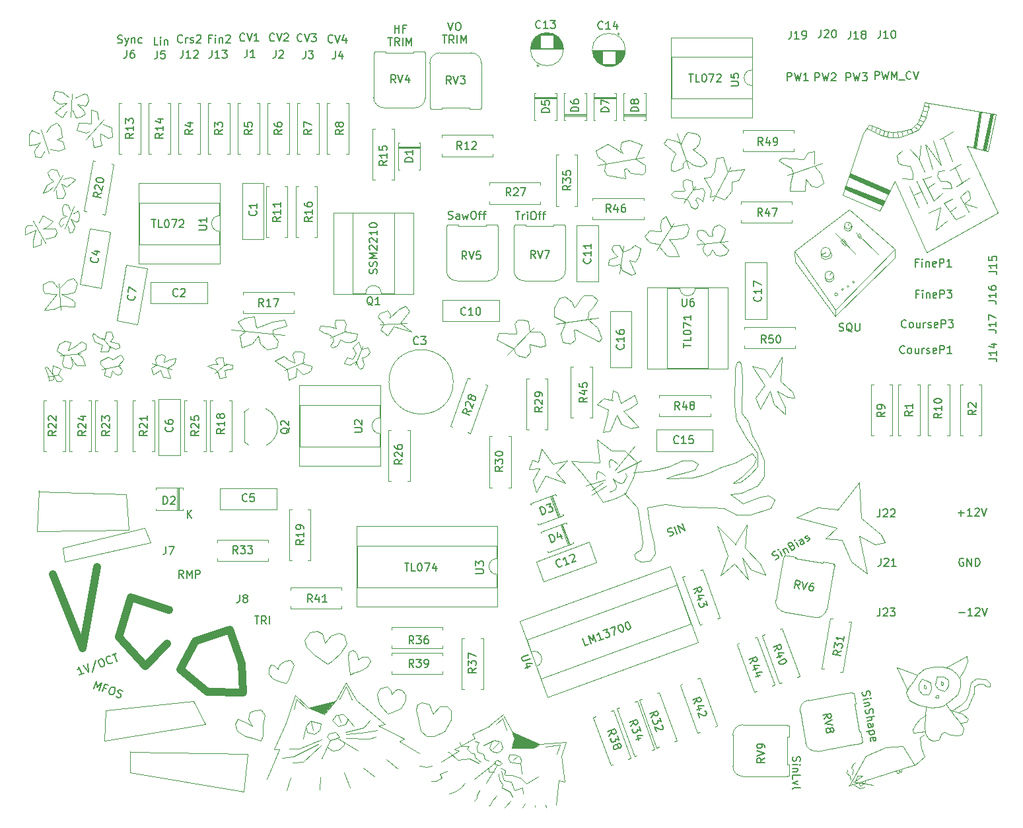
<source format=gbr>
G04 #@! TF.GenerationSoftware,KiCad,Pcbnew,(5.1.2-1)-1*
G04 #@! TF.CreationDate,2021-05-08T13:26:23-04:00*
G04 #@! TF.ProjectId,VCO - MFOS,56434f20-2d20-44d4-964f-532e6b696361,rev?*
G04 #@! TF.SameCoordinates,Original*
G04 #@! TF.FileFunction,Legend,Top*
G04 #@! TF.FilePolarity,Positive*
%FSLAX46Y46*%
G04 Gerber Fmt 4.6, Leading zero omitted, Abs format (unit mm)*
G04 Created by KiCad (PCBNEW (5.1.2-1)-1) date 2021-05-08 13:26:23*
%MOMM*%
%LPD*%
G04 APERTURE LIST*
%ADD10C,0.120000*%
%ADD11C,0.100000*%
%ADD12C,0.150000*%
%ADD13C,1.000000*%
%ADD14C,0.153000*%
G04 APERTURE END LIST*
D10*
X120967500Y-110871000D02*
X120967500Y-110807500D01*
X120967500Y-110934500D02*
X120967500Y-110871000D01*
X120840500Y-111188500D02*
X120967500Y-110934500D01*
X120713500Y-111061500D02*
X120840500Y-111188500D01*
X120459500Y-110871000D02*
X120713500Y-111061500D01*
X120586500Y-111125000D02*
X120459500Y-110871000D01*
X120586500Y-111252000D02*
X120586500Y-111125000D01*
X120459500Y-111379000D02*
X120586500Y-111252000D01*
X120269000Y-111379000D02*
X120459500Y-111379000D01*
X120142000Y-111125000D02*
X120269000Y-111379000D01*
X124968000Y-109664500D02*
X124904500Y-109537500D01*
X125031500Y-109791500D02*
X124968000Y-109664500D01*
X125222000Y-109791500D02*
X125031500Y-109791500D01*
X125285500Y-109664500D02*
X125222000Y-109791500D01*
X125349000Y-109410500D02*
X125285500Y-109664500D01*
X125349000Y-109474000D02*
X125349000Y-109410500D01*
X125412500Y-109601000D02*
X125349000Y-109474000D01*
X125603000Y-109601000D02*
X125412500Y-109601000D01*
X125603000Y-109347000D02*
X125603000Y-109601000D01*
X119443500Y-108648500D02*
X119634000Y-108458000D01*
X119126000Y-109093000D02*
X119443500Y-108648500D01*
X119443500Y-109347000D02*
X119126000Y-109093000D01*
X119253000Y-109982000D02*
X119443500Y-109347000D01*
X118554500Y-109791500D02*
X118618000Y-109410500D01*
X118999000Y-110172500D02*
X118554500Y-109791500D01*
X119062500Y-110617000D02*
X118999000Y-110172500D01*
X120269000Y-111760000D02*
X120840500Y-111569500D01*
X119253000Y-111125000D02*
X120269000Y-111760000D01*
X119443500Y-110934500D02*
X121920000Y-111315500D01*
X120586500Y-110109000D02*
X119888000Y-110172500D01*
X119634000Y-110807500D02*
X120586500Y-110109000D01*
X119951500Y-110236000D02*
X119634000Y-110807500D01*
X127381000Y-108712000D02*
X118808500Y-111442500D01*
X127952500Y-105219500D02*
X128460500Y-104902000D01*
X128143000Y-106553000D02*
X127952500Y-105219500D01*
X128587500Y-107696000D02*
X128143000Y-106553000D01*
X127317500Y-108775500D02*
X128587500Y-107696000D01*
X125793500Y-106299000D02*
X127317500Y-108775500D01*
X123571000Y-106489500D02*
X125793500Y-106299000D01*
X121031000Y-107569000D02*
X123571000Y-106489500D01*
X118872000Y-111379000D02*
X121031000Y-107569000D01*
X41783000Y-107315000D02*
X26733500Y-107061000D01*
X41275000Y-112141000D02*
X41783000Y-107315000D01*
X26670000Y-109728000D02*
X41275000Y-112141000D01*
X26733500Y-106997500D02*
X26670000Y-109728000D01*
X34861500Y-100584000D02*
X23558500Y-101727000D01*
X36322000Y-103568500D02*
X34861500Y-100584000D01*
X23431500Y-105664000D02*
X36322000Y-103568500D01*
X23558500Y-101727000D02*
X23431500Y-105664000D01*
X18097500Y-80962500D02*
X18351500Y-82740500D01*
X28575000Y-78422500D02*
X18097500Y-80962500D01*
X29337000Y-80264000D02*
X28575000Y-78422500D01*
X18288000Y-82740500D02*
X29337000Y-80264000D01*
X26225500Y-74041000D02*
X14922500Y-73723500D01*
X26543000Y-78676500D02*
X26225500Y-74041000D01*
X14795500Y-78803500D02*
X26543000Y-78676500D01*
X15049500Y-73596500D02*
X14795500Y-78803500D01*
X17780000Y-39814500D02*
X18224500Y-39370000D01*
X17526000Y-39370000D02*
X17780000Y-39814500D01*
X17843500Y-38798500D02*
X17526000Y-39370000D01*
X18542000Y-38417500D02*
X17843500Y-38798500D01*
X18097500Y-38227000D02*
X18542000Y-38417500D01*
X17970500Y-37338000D02*
X18097500Y-38227000D01*
X18224500Y-36893500D02*
X17970500Y-37338000D01*
X18732500Y-36957000D02*
X18224500Y-36893500D01*
X18986500Y-37655500D02*
X18732500Y-36957000D01*
X18923000Y-40576500D02*
X18732500Y-39687500D01*
X19367500Y-40449500D02*
X18923000Y-40576500D01*
X19621500Y-39814500D02*
X19367500Y-40449500D01*
X19113500Y-38798500D02*
X19621500Y-39814500D01*
X19367500Y-38925500D02*
X19113500Y-38798500D01*
X19748500Y-39179500D02*
X19367500Y-38925500D01*
X20129500Y-39052500D02*
X19748500Y-39179500D01*
X20193000Y-38227000D02*
X20129500Y-39052500D01*
X20002500Y-37782500D02*
X20193000Y-38227000D01*
X19431000Y-38100000D02*
X20002500Y-37782500D01*
X16192500Y-35179000D02*
X16827500Y-34671000D01*
X15494000Y-35433000D02*
X16192500Y-35179000D01*
X16002000Y-34417000D02*
X15494000Y-35433000D01*
X16891000Y-33972500D02*
X16002000Y-34417000D01*
X16383000Y-33528000D02*
X16891000Y-33972500D01*
X16129000Y-32829500D02*
X16383000Y-33528000D01*
X16510000Y-32448500D02*
X16129000Y-32829500D01*
X17272000Y-32512000D02*
X16510000Y-32448500D01*
X17653000Y-33337500D02*
X17272000Y-32512000D01*
X17272000Y-36131500D02*
X17208500Y-35115500D01*
X18034000Y-36131500D02*
X17272000Y-36131500D01*
X18415000Y-35560000D02*
X18034000Y-36131500D01*
X17907000Y-34290000D02*
X18415000Y-35560000D01*
X18605500Y-34734500D02*
X17907000Y-34290000D01*
X19685000Y-33782000D02*
X18605500Y-34734500D01*
X19113500Y-33464500D02*
X19685000Y-33782000D01*
X18161000Y-33655000D02*
X19113500Y-33464500D01*
X21018500Y-27749500D02*
X21463000Y-27559000D01*
X19875500Y-27432000D02*
X21018500Y-27749500D01*
X20002500Y-26924000D02*
X19875500Y-27432000D01*
X20129500Y-26479500D02*
X20002500Y-26924000D01*
X20891500Y-26479500D02*
X20129500Y-26479500D01*
X21717000Y-26543000D02*
X20891500Y-26479500D01*
X21717000Y-24765000D02*
X21717000Y-26543000D01*
X22479000Y-25082500D02*
X21717000Y-24765000D01*
X22669500Y-26098500D02*
X22479000Y-25082500D01*
X21971000Y-29083000D02*
X21844000Y-28321000D01*
X22034500Y-29654500D02*
X21971000Y-29083000D01*
X23050500Y-29337000D02*
X22034500Y-29654500D01*
X22923500Y-28575000D02*
X23050500Y-29337000D01*
X22860000Y-27876500D02*
X22923500Y-28575000D01*
X23876000Y-28448000D02*
X22860000Y-27876500D01*
X24447500Y-28257500D02*
X23876000Y-28448000D01*
X24320500Y-27051000D02*
X24447500Y-28257500D01*
X23241000Y-26670000D02*
X24320500Y-27051000D01*
X17970500Y-25781000D02*
X18605500Y-24955500D01*
X17081500Y-25146000D02*
X17970500Y-25781000D01*
X17907000Y-24447500D02*
X17081500Y-25146000D01*
X18542000Y-23939500D02*
X17907000Y-24447500D01*
X17589500Y-24003000D02*
X18542000Y-23939500D01*
X16827500Y-23431500D02*
X17589500Y-24003000D01*
X17081500Y-22415500D02*
X16827500Y-23431500D01*
X17970500Y-22542500D02*
X17081500Y-22415500D01*
X18859500Y-23177500D02*
X17970500Y-22542500D01*
X19748500Y-25844500D02*
X19367500Y-24892000D01*
X20383500Y-25717500D02*
X19748500Y-25844500D01*
X20955000Y-25336500D02*
X20383500Y-25717500D01*
X20574000Y-24701500D02*
X20955000Y-25336500D01*
X19939000Y-24130000D02*
X20574000Y-24701500D01*
X21018500Y-24320500D02*
X19939000Y-24130000D01*
X21336000Y-23622000D02*
X21018500Y-24320500D01*
X21209000Y-22860000D02*
X21336000Y-23622000D01*
X20764500Y-22733000D02*
X21209000Y-22860000D01*
X19685000Y-23241000D02*
X20764500Y-22733000D01*
X15240000Y-30861000D02*
X15684500Y-30162500D01*
X14541500Y-30797500D02*
X15240000Y-30861000D01*
X14414500Y-30035500D02*
X14541500Y-30797500D01*
X15176500Y-28956000D02*
X14414500Y-30035500D01*
X14795500Y-29210000D02*
X15176500Y-28956000D01*
X13779500Y-29400500D02*
X14795500Y-29210000D01*
X13716000Y-28003500D02*
X13779500Y-29400500D01*
X14097000Y-27432000D02*
X13716000Y-28003500D01*
X14986000Y-27876500D02*
X14097000Y-27432000D01*
X17589500Y-30035500D02*
X16446500Y-29845000D01*
X18288000Y-29781500D02*
X17589500Y-30035500D01*
X18097500Y-28829000D02*
X18288000Y-29781500D01*
X17335500Y-28638500D02*
X18097500Y-28829000D01*
X17970500Y-28321000D02*
X17335500Y-28638500D01*
X17780000Y-27114500D02*
X17970500Y-28321000D01*
X17272000Y-26479500D02*
X17780000Y-27114500D01*
X16510000Y-26797000D02*
X17272000Y-26479500D01*
X15938500Y-27686000D02*
X16510000Y-26797000D01*
X15303500Y-42100500D02*
X15240000Y-41402000D01*
X14224000Y-42418000D02*
X15303500Y-42100500D01*
X14287500Y-41529000D02*
X14224000Y-42418000D01*
X14605000Y-40195500D02*
X14287500Y-41529000D01*
X13208000Y-40767000D02*
X14605000Y-40195500D01*
X13208000Y-39941500D02*
X13208000Y-40767000D01*
X13462000Y-39624000D02*
X13208000Y-39941500D01*
X14160500Y-39624000D02*
X13462000Y-39624000D01*
X16129000Y-41338500D02*
X15875000Y-41275000D01*
X17018000Y-41084500D02*
X16129000Y-41338500D01*
X17335500Y-40576500D02*
X17018000Y-41084500D01*
X17145000Y-40068500D02*
X17335500Y-40576500D01*
X15557500Y-40005000D02*
X17145000Y-40068500D01*
X16129000Y-39814500D02*
X15557500Y-40005000D01*
X16764000Y-39116000D02*
X16129000Y-39814500D01*
X15557500Y-38354000D02*
X16764000Y-39116000D01*
X14986000Y-39306500D02*
X15494000Y-38354000D01*
X16827500Y-46799500D02*
X17399000Y-47561500D01*
X16256000Y-46799500D02*
X16827500Y-46799500D01*
X15557500Y-47180500D02*
X16256000Y-46799500D01*
X15494000Y-47879000D02*
X15557500Y-47180500D01*
X15811500Y-48323500D02*
X15494000Y-47879000D01*
X17272000Y-48387000D02*
X15811500Y-48323500D01*
X15684500Y-50482500D02*
X17272000Y-48387000D01*
X16891000Y-50355500D02*
X15684500Y-50482500D01*
X17843500Y-49974500D02*
X16891000Y-50355500D01*
X19558000Y-50038000D02*
X17843500Y-49974500D01*
X19558000Y-49466500D02*
X19558000Y-50038000D01*
X19304000Y-49212500D02*
X19558000Y-49466500D01*
X17907000Y-48450500D02*
X19304000Y-49212500D01*
X18669000Y-48450500D02*
X17907000Y-48450500D01*
X19621500Y-48196500D02*
X18669000Y-48450500D01*
X19939000Y-47053500D02*
X19621500Y-48196500D01*
X19431000Y-46418500D02*
X19939000Y-47053500D01*
X18669000Y-46609000D02*
X19431000Y-46418500D01*
X17716500Y-47561500D02*
X18669000Y-46609000D01*
X17970500Y-57213500D02*
X18224500Y-56261000D01*
X18161000Y-57721500D02*
X17970500Y-57213500D01*
X19050000Y-57975500D02*
X18161000Y-57721500D01*
X19304000Y-57404000D02*
X19050000Y-57975500D01*
X19113500Y-56451500D02*
X19304000Y-57404000D01*
X19494500Y-57150000D02*
X19113500Y-56451500D01*
X19812000Y-57531000D02*
X19494500Y-57150000D01*
X20955000Y-57531000D02*
X19812000Y-57531000D01*
X20574000Y-56515000D02*
X20955000Y-57531000D01*
X19939000Y-56070500D02*
X20574000Y-56515000D01*
X21018500Y-55435500D02*
X19939000Y-56070500D01*
X21018500Y-54800500D02*
X21018500Y-55435500D01*
X20447000Y-54483000D02*
X21018500Y-54800500D01*
X19685000Y-55118000D02*
X20447000Y-54483000D01*
X18732500Y-55626000D02*
X19685000Y-55118000D01*
X19050000Y-54610000D02*
X18732500Y-55626000D01*
X18351500Y-54419500D02*
X19050000Y-54610000D01*
X17526000Y-54864000D02*
X18351500Y-54419500D01*
X17335500Y-55689500D02*
X17526000Y-54864000D01*
X18224500Y-56261000D02*
X17335500Y-55689500D01*
X18034000Y-59309000D02*
X17462500Y-58737500D01*
X17780000Y-59563000D02*
X18034000Y-59309000D01*
X17335500Y-59626500D02*
X17780000Y-59563000D01*
X16891000Y-58864500D02*
X17335500Y-59626500D01*
X16891000Y-59309000D02*
X16891000Y-58864500D01*
X16319500Y-59499500D02*
X16891000Y-59309000D01*
X16256000Y-59055000D02*
X16319500Y-59499500D01*
X15811500Y-57785000D02*
X16256000Y-59055000D01*
X16002000Y-57721500D02*
X15811500Y-57785000D01*
X16827500Y-58737500D02*
X16002000Y-57721500D01*
X16700500Y-58420000D02*
X16827500Y-58737500D01*
X16827500Y-57531000D02*
X16700500Y-58420000D01*
X17780000Y-57975500D02*
X16827500Y-57531000D01*
X17462500Y-58737500D02*
X17780000Y-57975500D01*
X22733000Y-53975000D02*
X23368000Y-54292500D01*
X21971000Y-53403500D02*
X22733000Y-53975000D01*
X21844000Y-53721000D02*
X21971000Y-53403500D01*
X22161500Y-54546500D02*
X21844000Y-53721000D01*
X23114000Y-54927500D02*
X22161500Y-54546500D01*
X22923500Y-55816500D02*
X23114000Y-54927500D01*
X23876000Y-55753000D02*
X22923500Y-55816500D01*
X24066500Y-55118000D02*
X23876000Y-55753000D01*
X24828500Y-55435500D02*
X24066500Y-55118000D01*
X25336500Y-55308500D02*
X24828500Y-55435500D01*
X25273000Y-54800500D02*
X25336500Y-55308500D01*
X24130000Y-54546500D02*
X25273000Y-54800500D01*
X24257000Y-54356000D02*
X24130000Y-54546500D01*
X24511000Y-54038500D02*
X24257000Y-54356000D01*
X24447500Y-53467000D02*
X24511000Y-54038500D01*
X24257000Y-53213000D02*
X24447500Y-53467000D01*
X23622000Y-53276500D02*
X24257000Y-53213000D01*
X23431500Y-54292500D02*
X23622000Y-53276500D01*
X23495000Y-58166000D02*
X23495000Y-57912000D01*
X23431500Y-58801000D02*
X23495000Y-58166000D01*
X24193500Y-59118500D02*
X23431500Y-58801000D01*
X24257000Y-58864500D02*
X24193500Y-59118500D01*
X24447500Y-58229500D02*
X24257000Y-58864500D01*
X24828500Y-58674000D02*
X24447500Y-58229500D01*
X25082500Y-58737500D02*
X24828500Y-58674000D01*
X25527000Y-58674000D02*
X25082500Y-58737500D01*
X25717500Y-58166000D02*
X25527000Y-58674000D01*
X25146000Y-57594500D02*
X25717500Y-58166000D01*
X25844500Y-56769000D02*
X25146000Y-57594500D01*
X25717500Y-56388000D02*
X25844500Y-56769000D01*
X25400000Y-56197500D02*
X25717500Y-56388000D01*
X24511000Y-56769000D02*
X25400000Y-56197500D01*
X23876000Y-56451500D02*
X24511000Y-56769000D01*
X22923500Y-56959500D02*
X23876000Y-56451500D01*
X22860000Y-57404000D02*
X22923500Y-56959500D01*
X23495000Y-57975500D02*
X22860000Y-57404000D01*
X31877000Y-59182000D02*
X31432500Y-57912000D01*
X30924500Y-59055000D02*
X31877000Y-59182000D01*
X30607000Y-58166000D02*
X30924500Y-59055000D01*
X29654500Y-58737500D02*
X30607000Y-58166000D01*
X29400500Y-57912000D02*
X29654500Y-58737500D01*
X30099000Y-57467500D02*
X29400500Y-57912000D01*
X31750000Y-57721500D02*
X31432500Y-57912000D01*
X32385000Y-57340500D02*
X31750000Y-57721500D01*
X32512000Y-56642000D02*
X32385000Y-57340500D01*
X31813500Y-56769000D02*
X32512000Y-56642000D01*
X30988000Y-57150000D02*
X31813500Y-56769000D01*
X31178500Y-56388000D02*
X30988000Y-57150000D01*
X30734000Y-56134000D02*
X31178500Y-56388000D01*
X30162500Y-56324500D02*
X30734000Y-56134000D01*
X29908500Y-56769000D02*
X30162500Y-56324500D01*
X30099000Y-57531000D02*
X29908500Y-56769000D01*
X39116000Y-57404000D02*
X38798500Y-57531000D01*
X39814500Y-57467500D02*
X39116000Y-57404000D01*
X39814500Y-57975500D02*
X39814500Y-57467500D01*
X38798500Y-58166000D02*
X39814500Y-57975500D01*
X38989000Y-59055000D02*
X38798500Y-58166000D01*
X38163500Y-59182000D02*
X38989000Y-59055000D01*
X38036500Y-58674000D02*
X38163500Y-59182000D01*
X37909500Y-58293000D02*
X38036500Y-58674000D01*
X37592000Y-58039000D02*
X37909500Y-58293000D01*
X36639500Y-57658000D02*
X37592000Y-58039000D01*
X37338000Y-57404000D02*
X36639500Y-57658000D01*
X37973000Y-57404000D02*
X37338000Y-57404000D01*
X37782500Y-57277000D02*
X37973000Y-57404000D01*
X37655500Y-56769000D02*
X37782500Y-57277000D01*
X37973000Y-56515000D02*
X37655500Y-56769000D01*
X38608000Y-56515000D02*
X37973000Y-56515000D01*
X38735000Y-57594500D02*
X38608000Y-56515000D01*
X40767000Y-53721000D02*
X41402000Y-53213000D01*
X41021000Y-55308500D02*
X40767000Y-53721000D01*
X42354500Y-54800500D02*
X41021000Y-55308500D01*
X43116500Y-53721000D02*
X42354500Y-54800500D01*
X43370500Y-54800500D02*
X43116500Y-53721000D01*
X44259500Y-55499000D02*
X43370500Y-54800500D01*
X45466000Y-55308500D02*
X44259500Y-55499000D01*
X45656500Y-54419500D02*
X45466000Y-55308500D01*
X44958000Y-53594000D02*
X45656500Y-54419500D01*
X45021500Y-53022500D02*
X44958000Y-53594000D01*
X46799500Y-52451000D02*
X45021500Y-53022500D01*
X46545500Y-51689000D02*
X46799500Y-52451000D01*
X44894500Y-51943000D02*
X46545500Y-51689000D01*
X42926000Y-52768500D02*
X44894500Y-51943000D01*
X42799000Y-52387500D02*
X42926000Y-52768500D01*
X42608500Y-51308000D02*
X42799000Y-52387500D01*
X41402000Y-51498500D02*
X42608500Y-51308000D01*
X40513000Y-51943000D02*
X41402000Y-51498500D01*
X41402000Y-53213000D02*
X40513000Y-51943000D01*
X46863000Y-58102500D02*
X46863000Y-58039000D01*
X46990000Y-59436000D02*
X46863000Y-58102500D01*
X47942500Y-58991500D02*
X46990000Y-59436000D01*
X48069500Y-57912000D02*
X47942500Y-58991500D01*
X48260000Y-58166000D02*
X48069500Y-57912000D01*
X48768000Y-58674000D02*
X48260000Y-58166000D01*
X49403000Y-58547000D02*
X48768000Y-58674000D01*
X49911000Y-58166000D02*
X49403000Y-58547000D01*
X49974500Y-57658000D02*
X49911000Y-58166000D01*
X48831500Y-57277000D02*
X49974500Y-57658000D01*
X45275500Y-56959500D02*
X46863000Y-58039000D01*
X46418500Y-56388000D02*
X45275500Y-56959500D01*
X46990000Y-56896000D02*
X46418500Y-56388000D01*
X47752000Y-57213500D02*
X46990000Y-56896000D01*
X47498000Y-56134000D02*
X47752000Y-57213500D01*
X47815500Y-55753000D02*
X47498000Y-56134000D01*
X48641000Y-55816500D02*
X47815500Y-55753000D01*
X49085500Y-56070500D02*
X48641000Y-55816500D01*
X48831500Y-57277000D02*
X49085500Y-56070500D01*
X54927500Y-57467500D02*
X55689500Y-57023000D01*
X54165500Y-57340500D02*
X54927500Y-57467500D01*
X54483000Y-56578500D02*
X54165500Y-57340500D01*
X55245000Y-56705500D02*
X54483000Y-56578500D01*
X55626000Y-56007000D02*
X55245000Y-56705500D01*
X55245000Y-55245000D02*
X55626000Y-56007000D01*
X55626000Y-54864000D02*
X55245000Y-55245000D01*
X56007000Y-54546500D02*
X55626000Y-54864000D01*
X56324500Y-55435500D02*
X56007000Y-54546500D01*
X55943500Y-57721500D02*
X55626000Y-57086500D01*
X56134000Y-57975500D02*
X55943500Y-57721500D01*
X56515000Y-57912000D02*
X56134000Y-57975500D01*
X56705500Y-57404000D02*
X56515000Y-57912000D01*
X56451500Y-56578500D02*
X56705500Y-57404000D01*
X56705500Y-56515000D02*
X56451500Y-56578500D01*
X57086500Y-56324500D02*
X56705500Y-56515000D01*
X57404000Y-55880000D02*
X57086500Y-56324500D01*
X57150000Y-55245000D02*
X57404000Y-55880000D01*
X56451500Y-55435500D02*
X57150000Y-55245000D01*
X52768500Y-54419500D02*
X52705000Y-53975000D01*
X52324000Y-55054500D02*
X52768500Y-54419500D01*
X52578000Y-55308500D02*
X52324000Y-55054500D01*
X53276500Y-55054500D02*
X52578000Y-55308500D01*
X53657500Y-54229000D02*
X53276500Y-55054500D01*
X54419500Y-54610000D02*
X53657500Y-54229000D01*
X54991000Y-54610000D02*
X54419500Y-54610000D01*
X55689500Y-54229000D02*
X54991000Y-54610000D01*
X55816500Y-53530500D02*
X55689500Y-54229000D01*
X54165500Y-53276500D02*
X55816500Y-53530500D01*
X52133500Y-53530500D02*
X52641500Y-53911500D01*
X51625500Y-53403500D02*
X52133500Y-53530500D01*
X50927000Y-52959000D02*
X51625500Y-53403500D01*
X51054000Y-52451000D02*
X50927000Y-52959000D01*
X52260500Y-52578000D02*
X51054000Y-52451000D01*
X53086000Y-52832000D02*
X52260500Y-52578000D01*
X52959000Y-52324000D02*
X53086000Y-52832000D01*
X53022500Y-51752500D02*
X52959000Y-52324000D01*
X54102000Y-51689000D02*
X53022500Y-51752500D01*
X54356000Y-52324000D02*
X54102000Y-51689000D01*
X54165500Y-53213000D02*
X54356000Y-52324000D01*
X58801000Y-53022500D02*
X59245500Y-52324000D01*
X59753500Y-53784500D02*
X58801000Y-53022500D01*
X60452000Y-52578000D02*
X59753500Y-53784500D01*
X62738000Y-53213000D02*
X60452000Y-52578000D01*
X61341000Y-52133500D02*
X62738000Y-53213000D01*
X62484000Y-50609500D02*
X61341000Y-52133500D01*
X62039500Y-49911000D02*
X62484000Y-50609500D01*
X61150500Y-50355500D02*
X62039500Y-49911000D01*
X60007500Y-51435000D02*
X61150500Y-50355500D01*
X60071000Y-51054000D02*
X60007500Y-51435000D01*
X59753500Y-50546000D02*
X60071000Y-51054000D01*
X58737500Y-50863500D02*
X59753500Y-50546000D01*
X58420000Y-51308000D02*
X58737500Y-50863500D01*
X59182000Y-52260500D02*
X58420000Y-51308000D01*
X19050000Y-25717500D02*
X19240500Y-22796500D01*
X21018500Y-28638500D02*
X23304500Y-26035000D01*
X16256000Y-30416500D02*
X15303500Y-27305000D01*
X18288000Y-40005000D02*
X19494500Y-37147500D01*
X16891000Y-35179000D02*
X18034000Y-33147000D01*
X15875000Y-41910000D02*
X14224000Y-38989000D01*
X17780000Y-50482500D02*
X17526000Y-47053500D01*
X17589500Y-58737500D02*
X16129000Y-58991500D01*
X20320000Y-56070500D02*
X17716500Y-56324500D01*
X25400000Y-57594500D02*
X23050500Y-58039000D01*
X24257000Y-55372000D02*
X23177500Y-54038500D01*
X32004000Y-58102500D02*
X29464000Y-57340500D01*
X39052500Y-57340500D02*
X37528500Y-58610500D01*
X46545500Y-53657500D02*
X39687500Y-53022500D01*
X49085500Y-57150000D02*
X46545500Y-58166000D01*
X56515000Y-55118000D02*
X55562500Y-57467500D01*
X58737500Y-52324000D02*
X62166500Y-52133500D01*
X52324000Y-54038500D02*
X54419500Y-53149500D01*
X111442500Y-32258000D02*
X111696500Y-32956500D01*
X110807500Y-31877000D02*
X111442500Y-32258000D01*
X109855000Y-31305500D02*
X110807500Y-31877000D01*
X110236000Y-30988000D02*
X109855000Y-31305500D01*
X113030000Y-31115000D02*
X110236000Y-30988000D01*
X113601500Y-30289500D02*
X113030000Y-31115000D01*
X114427000Y-30162500D02*
X113601500Y-30289500D01*
X114427000Y-31750000D02*
X114427000Y-30162500D01*
X111379000Y-34163000D02*
X111696500Y-32829500D01*
X111315500Y-35179000D02*
X111379000Y-34163000D01*
X113220500Y-35242500D02*
X111315500Y-35179000D01*
X113347500Y-33655000D02*
X113220500Y-35242500D01*
X114109500Y-34607500D02*
X113347500Y-33655000D01*
X114871500Y-34671000D02*
X114109500Y-34607500D01*
X115570000Y-34163000D02*
X114871500Y-34671000D01*
X115252500Y-33020000D02*
X115570000Y-34163000D01*
X114427000Y-32004000D02*
X115252500Y-33020000D01*
X102870000Y-36322000D02*
X101663500Y-35814000D01*
X103378000Y-35687000D02*
X102870000Y-36322000D01*
X103822500Y-35242500D02*
X103378000Y-35687000D01*
X103822500Y-34036000D02*
X103822500Y-35242500D01*
X104648000Y-33845500D02*
X103822500Y-34036000D01*
X105473500Y-32385000D02*
X104648000Y-33845500D01*
X103378000Y-32639000D02*
X105473500Y-32385000D01*
X101028500Y-35941000D02*
X101600000Y-35814000D01*
X101219000Y-35115500D02*
X101028500Y-35941000D01*
X100266500Y-33528000D02*
X101219000Y-35115500D01*
X101092000Y-33401000D02*
X100266500Y-33528000D01*
X101600000Y-32639000D02*
X101092000Y-33401000D01*
X101727000Y-31750000D02*
X101600000Y-32639000D01*
X101917500Y-30988000D02*
X101727000Y-31750000D01*
X102743000Y-30861000D02*
X101917500Y-30988000D01*
X103314500Y-32829500D02*
X102743000Y-30861000D01*
X96837500Y-28829000D02*
X97282000Y-29146500D01*
X95504000Y-28511500D02*
X96837500Y-28829000D01*
X95123000Y-29083000D02*
X95504000Y-28511500D01*
X96647000Y-30416500D02*
X95123000Y-29083000D01*
X96329500Y-31178500D02*
X96647000Y-30416500D01*
X96012000Y-31813500D02*
X96329500Y-31178500D01*
X96075500Y-32575500D02*
X96012000Y-31813500D01*
X96583500Y-32639000D02*
X96075500Y-32575500D01*
X97536000Y-32258000D02*
X96583500Y-32639000D01*
X97536000Y-31686500D02*
X97536000Y-32258000D01*
X97980500Y-31242000D02*
X97536000Y-31686500D01*
X98933000Y-31877000D02*
X97980500Y-31242000D01*
X99949000Y-32067500D02*
X98933000Y-31877000D01*
X100647500Y-31686500D02*
X99949000Y-32067500D01*
X100266500Y-30988000D02*
X100647500Y-31686500D01*
X98869500Y-29908500D02*
X100266500Y-30988000D01*
X99187000Y-29718000D02*
X98869500Y-29908500D01*
X99695000Y-29146500D02*
X99187000Y-29718000D01*
X99758500Y-28384500D02*
X99695000Y-29146500D01*
X99441000Y-27940000D02*
X99758500Y-28384500D01*
X98742500Y-27749500D02*
X99441000Y-27940000D01*
X98171000Y-27686000D02*
X98742500Y-27749500D01*
X97853500Y-28067000D02*
X98171000Y-27686000D01*
X97282000Y-29210000D02*
X97853500Y-28067000D01*
X87503000Y-32575500D02*
X87693500Y-31750000D01*
X87820500Y-33210500D02*
X87503000Y-32575500D01*
X90233500Y-33591500D02*
X87820500Y-33210500D01*
X90043000Y-32448500D02*
X90233500Y-33591500D01*
X90360500Y-32321500D02*
X90043000Y-32448500D01*
X90868500Y-32893000D02*
X90360500Y-32321500D01*
X92392500Y-33083500D02*
X90868500Y-32893000D01*
X92710000Y-32766000D02*
X92392500Y-33083500D01*
X92773500Y-31940500D02*
X92710000Y-32766000D01*
X91567000Y-31115000D02*
X92773500Y-31940500D01*
X87566500Y-31496000D02*
X87757000Y-31750000D01*
X86614000Y-30797500D02*
X87566500Y-31496000D01*
X86360000Y-30035500D02*
X86614000Y-30797500D01*
X87884000Y-29210000D02*
X86360000Y-30035500D01*
X88709500Y-29654500D02*
X87884000Y-29210000D01*
X89852500Y-30353000D02*
X88709500Y-29654500D01*
X89535000Y-29781500D02*
X89852500Y-30353000D01*
X89725500Y-28956000D02*
X89535000Y-29781500D01*
X90741500Y-28702000D02*
X89725500Y-28956000D01*
X92329000Y-29273500D02*
X90741500Y-28702000D01*
X91503500Y-31115000D02*
X92329000Y-29273500D01*
X99377500Y-34988500D02*
X98869500Y-35052000D01*
X100139500Y-34861500D02*
X99377500Y-34988500D01*
X100330000Y-35306000D02*
X100139500Y-34861500D01*
X100076000Y-36576000D02*
X100330000Y-35306000D01*
X99758500Y-36258500D02*
X100076000Y-36576000D01*
X99314000Y-36068000D02*
X99758500Y-36258500D01*
X99187000Y-36322000D02*
X99314000Y-36068000D01*
X99504500Y-36893500D02*
X99187000Y-36322000D01*
X99441000Y-37338000D02*
X99504500Y-36893500D01*
X99060000Y-37528500D02*
X99441000Y-37338000D01*
X98615500Y-37274500D02*
X99060000Y-37528500D01*
X98425000Y-36703000D02*
X98615500Y-37274500D01*
X98044000Y-36195000D02*
X98425000Y-36703000D01*
X97282000Y-36131500D02*
X98044000Y-36195000D01*
X96456500Y-36068000D02*
X97282000Y-36131500D01*
X96012000Y-35623500D02*
X96456500Y-36068000D01*
X96456500Y-35242500D02*
X96012000Y-35623500D01*
X97726500Y-35179000D02*
X96456500Y-35242500D01*
X97853500Y-35115500D02*
X97726500Y-35179000D01*
X97536000Y-34544000D02*
X97853500Y-35115500D01*
X97536000Y-33972500D02*
X97536000Y-34544000D01*
X97980500Y-33655000D02*
X97536000Y-33972500D01*
X98742500Y-33909000D02*
X97980500Y-33655000D01*
X98869500Y-35052000D02*
X98742500Y-33909000D01*
X97663000Y-36766500D02*
X99187000Y-34607500D01*
X100139500Y-42545000D02*
X100330000Y-41973500D01*
X100203000Y-42989500D02*
X100139500Y-42545000D01*
X100584000Y-43497500D02*
X100203000Y-42989500D01*
X101028500Y-43370500D02*
X100584000Y-43497500D01*
X101282500Y-42735500D02*
X101028500Y-43370500D01*
X101346000Y-42735500D02*
X101282500Y-42735500D01*
X101790500Y-43434000D02*
X101346000Y-42735500D01*
X102425500Y-43497500D02*
X101790500Y-43434000D01*
X103060500Y-43307000D02*
X102425500Y-43497500D01*
X103441500Y-42735500D02*
X103060500Y-43307000D01*
X102362000Y-41783000D02*
X103441500Y-42735500D01*
X100139500Y-41719500D02*
X100330000Y-41973500D01*
X99631500Y-41338500D02*
X100139500Y-41719500D01*
X99314000Y-40894000D02*
X99631500Y-41338500D01*
X99441000Y-40322500D02*
X99314000Y-40894000D01*
X99885500Y-40195500D02*
X99441000Y-40322500D01*
X100393500Y-40322500D02*
X99885500Y-40195500D01*
X100838000Y-40957500D02*
X100393500Y-40322500D01*
X101409500Y-40957500D02*
X100838000Y-40957500D01*
X101282500Y-40449500D02*
X101409500Y-40957500D01*
X101536500Y-39751000D02*
X101282500Y-40449500D01*
X102235000Y-39560500D02*
X101536500Y-39751000D01*
X102997000Y-40068500D02*
X102235000Y-39560500D01*
X102806500Y-40830500D02*
X102997000Y-40068500D01*
X102298500Y-41783000D02*
X102806500Y-40830500D01*
X93345000Y-41783000D02*
X94678500Y-42037000D01*
X92646500Y-41021000D02*
X93345000Y-41783000D01*
X93281500Y-40322500D02*
X92646500Y-41021000D01*
X94805500Y-40386000D02*
X93281500Y-40322500D01*
X94678500Y-39814500D02*
X94805500Y-40386000D01*
X94805500Y-38925500D02*
X94678500Y-39814500D01*
X95377000Y-38417500D02*
X94805500Y-38925500D01*
X96012000Y-39814500D02*
X95377000Y-38417500D01*
X95504000Y-43497500D02*
X94488000Y-42354500D01*
X95948500Y-43624500D02*
X95504000Y-43497500D01*
X97028000Y-43561000D02*
X95948500Y-43624500D01*
X96583500Y-42418000D02*
X97028000Y-43561000D01*
X95758000Y-41402000D02*
X96583500Y-42418000D01*
X96393000Y-41402000D02*
X95758000Y-41402000D01*
X97472500Y-41275000D02*
X96393000Y-41402000D01*
X98107500Y-40894000D02*
X97472500Y-41275000D01*
X98361500Y-40068500D02*
X98107500Y-40894000D01*
X98107500Y-39433500D02*
X98361500Y-40068500D01*
X96139000Y-39814500D02*
X98107500Y-39433500D01*
X75565000Y-55689500D02*
X75057000Y-56197500D01*
X78105000Y-53086000D02*
X78486000Y-52641500D01*
X81280000Y-52260500D02*
X86741000Y-51435000D01*
X82105500Y-52133500D02*
X81280000Y-52260500D01*
X89408000Y-44577000D02*
X89535000Y-44704000D01*
X88646000Y-44767500D02*
X89408000Y-44577000D01*
X88011000Y-44704000D02*
X88646000Y-44767500D01*
X88074500Y-44005500D02*
X88011000Y-44704000D01*
X89154000Y-43624500D02*
X88074500Y-44005500D01*
X88646000Y-43053000D02*
X89154000Y-43624500D01*
X88455500Y-42608500D02*
X88646000Y-43053000D01*
X88709500Y-42164000D02*
X88455500Y-42608500D01*
X89408000Y-42164000D02*
X88709500Y-42164000D01*
X89852500Y-42989500D02*
X89408000Y-42164000D01*
X89789000Y-45339000D02*
X89535000Y-44704000D01*
X90995500Y-45974000D02*
X89789000Y-45339000D01*
X91503500Y-45783500D02*
X90995500Y-45974000D01*
X91059000Y-44831000D02*
X91503500Y-45783500D01*
X90741500Y-44132500D02*
X91059000Y-44831000D01*
X91503500Y-44259500D02*
X90741500Y-44132500D01*
X91884500Y-43561000D02*
X91503500Y-44259500D01*
X92138500Y-42545000D02*
X91884500Y-43561000D01*
X91376500Y-42164000D02*
X92138500Y-42545000D01*
X90805000Y-42672000D02*
X91376500Y-42164000D01*
X89852500Y-42989500D02*
X90805000Y-42672000D01*
X82296000Y-52578000D02*
X82486500Y-52070000D01*
X81915000Y-53467000D02*
X82296000Y-52578000D01*
X82169000Y-54610000D02*
X81915000Y-53467000D01*
X83185000Y-54737000D02*
X82169000Y-54610000D01*
X83756500Y-54229000D02*
X83185000Y-54737000D01*
X83629500Y-53022500D02*
X83756500Y-54229000D01*
X83883500Y-52959000D02*
X83629500Y-53022500D01*
X86804500Y-54546500D02*
X83883500Y-52959000D01*
X87185500Y-54102000D02*
X86804500Y-54546500D01*
X86677500Y-52768500D02*
X87185500Y-54102000D01*
X86169500Y-52324000D02*
X86677500Y-52768500D01*
X85407500Y-51625500D02*
X86169500Y-52324000D01*
X85471000Y-50736500D02*
X85407500Y-51625500D01*
X86042500Y-50101500D02*
X85471000Y-50736500D01*
X86614000Y-49212500D02*
X86042500Y-50101500D01*
X85979000Y-48577500D02*
X86614000Y-49212500D01*
X84899500Y-48577500D02*
X85979000Y-48577500D01*
X84518500Y-48895000D02*
X84899500Y-48577500D01*
X83883500Y-49911000D02*
X84518500Y-48895000D01*
X83629500Y-50101500D02*
X83883500Y-49911000D01*
X83312000Y-49403000D02*
X83629500Y-50101500D01*
X82486500Y-48768000D02*
X83312000Y-49403000D01*
X81724500Y-48895000D02*
X82486500Y-48768000D01*
X81026000Y-50165000D02*
X81724500Y-48895000D01*
X81026000Y-51308000D02*
X81026000Y-50165000D01*
X82550000Y-52070000D02*
X81026000Y-51308000D01*
X76073000Y-55943500D02*
X75882500Y-55372000D01*
X76390500Y-56324500D02*
X76073000Y-55943500D01*
X77406500Y-56578500D02*
X76390500Y-56324500D01*
X78041500Y-55880000D02*
X77406500Y-56578500D01*
X77914500Y-54864000D02*
X78041500Y-55880000D01*
X79248000Y-55181500D02*
X77914500Y-54864000D01*
X79946500Y-54991000D02*
X79248000Y-55181500D01*
X79756000Y-53848000D02*
X79946500Y-54991000D01*
X79248000Y-53276500D02*
X79756000Y-53848000D01*
X77978000Y-53276500D02*
X79248000Y-53276500D01*
X74993500Y-54927500D02*
X75819000Y-55372000D01*
X73660000Y-54229000D02*
X74993500Y-54927500D01*
X73977500Y-53403500D02*
X73660000Y-54229000D01*
X76263500Y-53467000D02*
X73977500Y-53403500D01*
X76263500Y-53149500D02*
X76263500Y-53467000D01*
X76009500Y-52260500D02*
X76263500Y-53149500D01*
X76390500Y-51752500D02*
X76009500Y-52260500D01*
X77089000Y-51689000D02*
X76390500Y-51752500D01*
X77724000Y-51879500D02*
X77089000Y-51689000D01*
X77914500Y-53276500D02*
X77724000Y-51879500D01*
X110934500Y-33210500D02*
X115443000Y-31686500D01*
X92583000Y-30924500D02*
X86677500Y-31940500D01*
X98361500Y-32321500D02*
X96774000Y-27813000D01*
X101346000Y-36512500D02*
X103695500Y-32131000D01*
X99377500Y-42100500D02*
X103314500Y-41656000D01*
X94170500Y-42862500D02*
X96393000Y-39370000D01*
X89979500Y-42227500D02*
X89408000Y-45783500D01*
X82105500Y-52133500D02*
X85915500Y-51562000D01*
X75565000Y-55689500D02*
X78105000Y-53086000D01*
X134048500Y-101536500D02*
X132842000Y-101981000D01*
X134493000Y-100520500D02*
X134048500Y-101536500D01*
X134937500Y-99568000D02*
X134493000Y-100520500D01*
X134937500Y-98679000D02*
X134937500Y-99568000D01*
X135509000Y-98361500D02*
X134937500Y-98679000D01*
X136080500Y-98361500D02*
X135509000Y-98361500D01*
X136525000Y-98679000D02*
X136080500Y-98361500D01*
X136906000Y-98679000D02*
X136525000Y-98679000D01*
X136969500Y-98298000D02*
X136906000Y-98679000D01*
X136398000Y-97790000D02*
X136969500Y-98298000D01*
X135191500Y-97726500D02*
X136398000Y-97790000D01*
X134493000Y-98234500D02*
X135191500Y-97726500D01*
X134239000Y-99504500D02*
X134493000Y-98234500D01*
X133858000Y-100393500D02*
X134239000Y-99504500D01*
X133286500Y-101028500D02*
X133858000Y-100393500D01*
X132143500Y-101727000D02*
X133286500Y-101028500D01*
X133921500Y-103314500D02*
X133159500Y-103378000D01*
X134175500Y-102870000D02*
X133921500Y-103314500D01*
X133413500Y-102171500D02*
X134175500Y-102870000D01*
X131953000Y-101790500D02*
X133413500Y-102171500D01*
X128587500Y-104457500D02*
X128651000Y-104457500D01*
X127889000Y-104584500D02*
X128587500Y-104457500D01*
X127127000Y-104648000D02*
X127889000Y-104584500D01*
X127063500Y-104203500D02*
X127127000Y-104648000D01*
X127444500Y-103441500D02*
X127063500Y-104203500D01*
X127952500Y-102870000D02*
X127444500Y-103441500D01*
X128714500Y-102362000D02*
X127952500Y-102870000D01*
X132397500Y-102425500D02*
X131254500Y-100901500D01*
X132969000Y-103124000D02*
X132397500Y-102425500D01*
X133540500Y-104013000D02*
X132969000Y-103124000D01*
X133413500Y-104775000D02*
X133540500Y-104013000D01*
X132905500Y-104965500D02*
X133413500Y-104775000D01*
X131826000Y-104902000D02*
X132905500Y-104965500D01*
X131127500Y-104584500D02*
X131826000Y-104902000D01*
X130873500Y-104648000D02*
X131127500Y-104584500D01*
X130619500Y-104965500D02*
X130873500Y-104648000D01*
X130492500Y-105283000D02*
X130619500Y-104965500D01*
X130365500Y-105537000D02*
X130492500Y-105283000D01*
X129603500Y-105664000D02*
X130365500Y-105537000D01*
X129032000Y-105410000D02*
X129603500Y-105664000D01*
X128651000Y-104711500D02*
X129032000Y-105410000D01*
X128587500Y-103822500D02*
X128651000Y-104711500D01*
X128714500Y-101282500D02*
X128587500Y-103822500D01*
X130746500Y-98107500D02*
X130683000Y-98044000D01*
X130937000Y-98234500D02*
X130746500Y-98107500D01*
X130937000Y-98361500D02*
X130937000Y-98234500D01*
X130810000Y-98552000D02*
X130937000Y-98361500D01*
X130683000Y-98425000D02*
X130810000Y-98552000D01*
X130683000Y-98044000D02*
X130683000Y-98425000D01*
X128524000Y-98488500D02*
X128524000Y-98552000D01*
X128587500Y-98552000D02*
X128524000Y-98488500D01*
X128714500Y-98742500D02*
X128587500Y-98552000D01*
X128714500Y-98996500D02*
X128714500Y-98742500D01*
X128524000Y-98996500D02*
X128714500Y-98996500D01*
X128460500Y-98869500D02*
X128524000Y-98996500D01*
X128460500Y-98552000D02*
X128460500Y-98869500D01*
X130365500Y-99822000D02*
X130111500Y-99822000D01*
X130365500Y-100076000D02*
X130365500Y-99822000D01*
X130365500Y-100139500D02*
X130365500Y-100076000D01*
X130111500Y-100139500D02*
X130365500Y-100139500D01*
X129921000Y-100076000D02*
X130111500Y-100139500D01*
X130048000Y-99822000D02*
X129921000Y-100076000D01*
X131000500Y-97409000D02*
X130111500Y-97472500D01*
X131635500Y-97853500D02*
X131000500Y-97409000D01*
X131635500Y-98552000D02*
X131635500Y-97853500D01*
X131381500Y-99060000D02*
X131635500Y-98552000D01*
X131127500Y-99314000D02*
X131381500Y-99060000D01*
X130302000Y-99060000D02*
X131127500Y-99314000D01*
X129921000Y-98552000D02*
X130302000Y-99060000D01*
X129984500Y-98044000D02*
X129921000Y-98552000D01*
X130175000Y-97472500D02*
X129984500Y-98044000D01*
X128841500Y-97980500D02*
X128270000Y-97790000D01*
X129286000Y-98234500D02*
X128841500Y-97980500D01*
X129413000Y-98933000D02*
X129286000Y-98234500D01*
X129222500Y-99441000D02*
X129413000Y-98933000D01*
X129032000Y-99758500D02*
X129222500Y-99441000D01*
X128333500Y-99695000D02*
X129032000Y-99758500D01*
X127762000Y-99123500D02*
X128333500Y-99695000D01*
X127762000Y-98361500D02*
X127762000Y-99123500D01*
X128206500Y-97726500D02*
X127762000Y-98361500D01*
X133667500Y-96583500D02*
X133032500Y-97536000D01*
X134048500Y-95504000D02*
X133667500Y-96583500D01*
X133985000Y-94805500D02*
X134048500Y-95504000D01*
X131318000Y-96266000D02*
X133985000Y-94805500D01*
X125031500Y-96266000D02*
X126365000Y-99123500D01*
X127571500Y-97218500D02*
X125031500Y-96266000D01*
X126555500Y-98806000D02*
X127127000Y-98044000D01*
X126174500Y-99504500D02*
X126555500Y-98806000D01*
X126619000Y-100457000D02*
X126174500Y-99504500D01*
X127762000Y-101092000D02*
X126619000Y-100457000D01*
X129476500Y-101409500D02*
X127762000Y-101092000D01*
X130810000Y-101282500D02*
X129476500Y-101409500D01*
X131889500Y-100520500D02*
X130810000Y-101282500D01*
X132778500Y-99758500D02*
X131889500Y-100520500D01*
X133159500Y-98679000D02*
X132778500Y-99758500D01*
X133159500Y-97790000D02*
X133159500Y-98679000D01*
X132651500Y-97028000D02*
X133159500Y-97790000D01*
X131826000Y-96456500D02*
X132651500Y-97028000D01*
X130810000Y-96139000D02*
X131826000Y-96456500D01*
X129794000Y-96139000D02*
X130810000Y-96139000D01*
X128587500Y-96393000D02*
X129794000Y-96139000D01*
X127698500Y-97091500D02*
X128587500Y-96393000D01*
X127127000Y-98044000D02*
X127698500Y-97091500D01*
X81851500Y-106172000D02*
X81407000Y-107378500D01*
X79946500Y-106426000D02*
X81851500Y-106172000D01*
X74422000Y-102743000D02*
X74993500Y-104330500D01*
X73596500Y-103568500D02*
X74422000Y-102743000D01*
D11*
G36*
X79184500Y-106108500D02*
G01*
X79057500Y-106235500D01*
X78613000Y-106489500D01*
X78359000Y-106553000D01*
X77216000Y-106553000D01*
X76708000Y-106616500D01*
X75628500Y-106553000D01*
X75819000Y-105791000D01*
X75946000Y-105410000D01*
X75819000Y-104965500D01*
X75755500Y-104648000D01*
X79184500Y-106108500D01*
G37*
X79184500Y-106108500D02*
X79057500Y-106235500D01*
X78613000Y-106489500D01*
X78359000Y-106553000D01*
X77216000Y-106553000D01*
X76708000Y-106616500D01*
X75628500Y-106553000D01*
X75819000Y-105791000D01*
X75946000Y-105410000D01*
X75819000Y-104965500D01*
X75755500Y-104648000D01*
X79184500Y-106108500D01*
D10*
X75374500Y-112204500D02*
X75755500Y-112839500D01*
X74358500Y-111633000D02*
X75374500Y-112204500D01*
X74422000Y-111252000D02*
X74358500Y-111633000D01*
X74041000Y-110617000D02*
X74422000Y-111252000D01*
X73977500Y-109918500D02*
X74041000Y-110617000D01*
X76962000Y-111633000D02*
X77089000Y-112395000D01*
X75946000Y-112014000D02*
X76962000Y-111633000D01*
X75565000Y-110934500D02*
X75946000Y-112014000D01*
X75438000Y-110934500D02*
X75565000Y-110934500D01*
X74612500Y-110744000D02*
X75438000Y-110934500D01*
X74549000Y-110490000D02*
X74612500Y-110744000D01*
X74295000Y-109537500D02*
X74549000Y-110490000D01*
X77470000Y-111188500D02*
X78994000Y-110236000D01*
X76708000Y-110426500D02*
X77470000Y-111188500D01*
X76644500Y-110363000D02*
X76708000Y-110426500D01*
X75628500Y-110045500D02*
X76644500Y-110363000D01*
X74803000Y-110045500D02*
X75628500Y-110045500D01*
X74676000Y-109982000D02*
X74803000Y-110045500D01*
X74803000Y-109474000D02*
X74676000Y-109982000D01*
X74231500Y-109093000D02*
X74803000Y-109474000D01*
X67564000Y-107124500D02*
X67437000Y-107061000D01*
X68707000Y-108077000D02*
X67564000Y-107124500D01*
X70231000Y-107950000D02*
X68707000Y-108077000D01*
X71374000Y-108521500D02*
X70231000Y-107950000D01*
X69088000Y-106299000D02*
X68961000Y-105791000D01*
X70104000Y-106362500D02*
X69088000Y-106299000D01*
X69913500Y-106680000D02*
X70104000Y-106362500D01*
X70485000Y-107251500D02*
X69913500Y-106680000D01*
X70802500Y-107251500D02*
X70485000Y-107251500D01*
X70866000Y-107569000D02*
X70802500Y-107251500D01*
X70929500Y-107759500D02*
X70866000Y-107569000D01*
X71628000Y-108331000D02*
X70929500Y-107759500D01*
X71437500Y-105854500D02*
X70929500Y-105727500D01*
X71183500Y-106426000D02*
X71437500Y-105854500D01*
X71247000Y-107124500D02*
X71183500Y-106426000D01*
X72009000Y-107378500D02*
X71247000Y-107124500D01*
X72199500Y-108013500D02*
X72009000Y-107378500D01*
X72707500Y-108204000D02*
X72199500Y-108013500D01*
X72644000Y-109664500D02*
X73342500Y-109664500D01*
X72644000Y-109220000D02*
X72644000Y-109664500D01*
X73215500Y-105664000D02*
X72009000Y-106235500D01*
X76771500Y-108458000D02*
X76898500Y-109855000D01*
X76327000Y-107696000D02*
X75819000Y-108140500D01*
X74041000Y-105791000D02*
X73215500Y-106680000D01*
X73723500Y-108902500D02*
X72326500Y-111061500D01*
X73533000Y-108458000D02*
X70802500Y-110553500D01*
X74231500Y-108331000D02*
X73850500Y-108204000D01*
X74358500Y-108521500D02*
X74231500Y-108331000D01*
X74295000Y-108585000D02*
X74358500Y-108521500D01*
X74041000Y-108775500D02*
X74295000Y-108585000D01*
X73533000Y-108712000D02*
X74041000Y-108775500D01*
X73469500Y-108267500D02*
X73533000Y-108712000D01*
X73850500Y-108140500D02*
X73469500Y-108267500D01*
X76708000Y-107759500D02*
X76517500Y-107569000D01*
X76835000Y-108267500D02*
X76708000Y-107759500D01*
X76771500Y-108521500D02*
X76835000Y-108267500D01*
X76327000Y-108521500D02*
X76771500Y-108521500D01*
X75374500Y-108331000D02*
X76327000Y-108521500D01*
X75184000Y-107950000D02*
X75374500Y-108331000D01*
X75311000Y-107442000D02*
X75184000Y-107950000D01*
X76009500Y-107442000D02*
X75311000Y-107442000D01*
X76454000Y-107569000D02*
X76009500Y-107442000D01*
X74358500Y-106235500D02*
X74168000Y-105727500D01*
X74422000Y-106616500D02*
X74358500Y-106235500D01*
X74231500Y-106934000D02*
X74422000Y-106616500D01*
X73787000Y-107188000D02*
X74231500Y-106934000D01*
X73088500Y-106997500D02*
X73787000Y-107188000D01*
X72771000Y-106553000D02*
X73088500Y-106997500D01*
X73025000Y-105791000D02*
X72771000Y-106553000D01*
X73342500Y-105537000D02*
X73025000Y-105791000D01*
X74041000Y-105727500D02*
X73342500Y-105537000D01*
X79946500Y-113855500D02*
X80010000Y-114173000D01*
X78613000Y-113919000D02*
X78613000Y-114109500D01*
X77343000Y-113665000D02*
X76962000Y-114173000D01*
X74866500Y-114046000D02*
X74739500Y-114236500D01*
X75438000Y-113347500D02*
X74866500Y-114046000D01*
X72834500Y-113919000D02*
X72644000Y-113919000D01*
X73088500Y-113347500D02*
X72834500Y-113919000D01*
X73660000Y-112649000D02*
X73088500Y-113347500D01*
X71120000Y-113030000D02*
X70802500Y-113347500D01*
X71120000Y-112712500D02*
X71120000Y-113030000D01*
X71501000Y-112014000D02*
X71120000Y-112712500D01*
X68389500Y-112204500D02*
X67627500Y-112395000D01*
X69088000Y-111633000D02*
X68389500Y-112204500D01*
X69659500Y-111061500D02*
X69088000Y-111633000D01*
X64071500Y-108839000D02*
X63754000Y-108902500D01*
X64643000Y-109029500D02*
X64071500Y-108839000D01*
X65405000Y-108902500D02*
X64643000Y-109029500D01*
X65913000Y-110807500D02*
X65341500Y-110807500D01*
X66675000Y-110363000D02*
X65913000Y-110807500D01*
X66421000Y-109855000D02*
X66675000Y-110363000D01*
X67373500Y-109537500D02*
X66421000Y-109855000D01*
X68834000Y-106934000D02*
X66611500Y-108331000D01*
X68262500Y-106743500D02*
X68834000Y-106934000D01*
X70929500Y-105283000D02*
X68262500Y-106743500D01*
X70548500Y-104838500D02*
X70929500Y-105283000D01*
X72771000Y-103759000D02*
X70548500Y-104838500D01*
X81661000Y-110744000D02*
X81280000Y-113855500D01*
X82423000Y-110871000D02*
X81661000Y-110744000D01*
X81978500Y-107632500D02*
X82423000Y-110871000D01*
X82550000Y-105791000D02*
X81978500Y-107632500D01*
X79184500Y-106108500D02*
X82550000Y-105791000D01*
X75692000Y-104584500D02*
X79184500Y-106108500D01*
X74612500Y-102489000D02*
X75692000Y-104584500D01*
X74549000Y-102298500D02*
X72771000Y-103695500D01*
X117421805Y-48450500D02*
G75*
G03X117421805Y-48450500I-200805J0D01*
G01*
X119585490Y-46863000D02*
G75*
G03X119585490Y-46863000I-141990J0D01*
G01*
X118886990Y-47434500D02*
G75*
G03X118886990Y-47434500I-141990J0D01*
G01*
X118188490Y-47815500D02*
G75*
G03X118188490Y-47815500I-141990J0D01*
G01*
X119253000Y-39687500D02*
X119189500Y-39687500D01*
X119189500Y-39878000D02*
X119253000Y-39687500D01*
X119126000Y-40005000D02*
X119189500Y-39878000D01*
X119062500Y-40132000D02*
X119126000Y-40005000D01*
X118935500Y-40195500D02*
X119062500Y-40132000D01*
X118872000Y-40259000D02*
X118935500Y-40195500D01*
X118681500Y-40259000D02*
X118872000Y-40259000D01*
X118364000Y-40195500D02*
X118681500Y-40259000D01*
X118237000Y-40068500D02*
X118364000Y-40195500D01*
X118237000Y-39687500D02*
X118237000Y-40068500D01*
X116586000Y-43497500D02*
X116522500Y-43053000D01*
X116459000Y-43751500D02*
X116586000Y-43497500D01*
X115824000Y-43942000D02*
X116459000Y-43751500D01*
X115443000Y-43815000D02*
X115824000Y-43942000D01*
X115252500Y-43561000D02*
X115443000Y-43815000D01*
X115252500Y-43180000D02*
X115252500Y-43561000D01*
X116649500Y-46736000D02*
X116903500Y-46482000D01*
X116459000Y-46799500D02*
X116649500Y-46736000D01*
X116205000Y-46799500D02*
X116459000Y-46799500D01*
X115887500Y-46672500D02*
X116205000Y-46799500D01*
X116903500Y-46037500D02*
X116903500Y-46482000D01*
X115760500Y-46164500D02*
X115824000Y-46609000D01*
X118745000Y-39624000D02*
X118935500Y-39179500D01*
X115824000Y-43053000D02*
X115316000Y-43307000D01*
X116332000Y-45974000D02*
X116586000Y-45593000D01*
X124777500Y-43751500D02*
X124777500Y-42672000D01*
X117094000Y-51181000D02*
X124777500Y-43751500D01*
X117094000Y-51308000D02*
X117094000Y-50355500D01*
X111950500Y-44259500D02*
X117094000Y-51308000D01*
X111887000Y-42989500D02*
X111950500Y-44259500D01*
X120269000Y-41338500D02*
X119888000Y-40894000D01*
X120459500Y-41084500D02*
X120269000Y-41338500D01*
X120142000Y-40640000D02*
X120459500Y-41084500D01*
X119888000Y-40894000D02*
X120142000Y-40640000D01*
X118300500Y-42227500D02*
X117792500Y-41656000D01*
X118554500Y-41910000D02*
X118300500Y-42227500D01*
X118046500Y-41338500D02*
X118554500Y-41910000D01*
X117792500Y-41592500D02*
X118046500Y-41338500D01*
X117094000Y-40640000D02*
X119634000Y-43243500D01*
X119761000Y-40576500D02*
X122618500Y-43370500D01*
X119194013Y-39624000D02*
G75*
G03X119194013Y-39624000I-449013J0D01*
G01*
X116899961Y-46037500D02*
G75*
G03X116899961Y-46037500I-567961J0D01*
G01*
X116522500Y-43053000D02*
G75*
G03X116522500Y-43053000I-635000J0D01*
G01*
X118872000Y-37592000D02*
X111887000Y-42926000D01*
X124777500Y-42672000D02*
X118872000Y-37592000D01*
X117094000Y-50419000D02*
X124777500Y-42672000D01*
X111887000Y-42926000D02*
X117094000Y-50419000D01*
X114871500Y-75755500D02*
X117475000Y-76009500D01*
X112141000Y-77025500D02*
X114871500Y-75755500D01*
X117284500Y-78422500D02*
X112141000Y-77025500D01*
X115824000Y-79756000D02*
X117284500Y-78422500D01*
X117983000Y-79946500D02*
X115824000Y-79756000D01*
X119126000Y-82677000D02*
X117983000Y-79946500D01*
X121158000Y-84201000D02*
X119126000Y-82677000D01*
X120142000Y-79375000D02*
X121158000Y-84201000D01*
X122174000Y-80518000D02*
X120142000Y-79375000D01*
X123444000Y-80264000D02*
X122174000Y-80518000D01*
X122999500Y-79248000D02*
X123444000Y-80264000D01*
X120396000Y-77152500D02*
X122999500Y-79248000D01*
X120142000Y-72517000D02*
X120396000Y-77152500D01*
X117348000Y-76073000D02*
X120142000Y-72517000D01*
X101981000Y-78168500D02*
X104330500Y-80518000D01*
X103314500Y-81915000D02*
X101981000Y-78168500D01*
X102425500Y-84518500D02*
X103314500Y-81915000D01*
X104140000Y-82994500D02*
X102425500Y-84518500D01*
X105918000Y-85026500D02*
X104140000Y-82994500D01*
X105156000Y-82232500D02*
X105918000Y-85026500D01*
X106299000Y-83756500D02*
X105156000Y-82232500D01*
X108140500Y-84391500D02*
X106299000Y-83756500D01*
X107442000Y-82931000D02*
X108140500Y-84391500D01*
X105537000Y-80962500D02*
X107442000Y-82931000D01*
X105791000Y-77978000D02*
X105537000Y-80962500D01*
X104267000Y-80518000D02*
X105791000Y-77978000D01*
X108077000Y-58039000D02*
X108775500Y-59118500D01*
X106489500Y-57658000D02*
X108077000Y-58039000D01*
X108077000Y-60071000D02*
X106489500Y-57658000D01*
X106870500Y-61722000D02*
X108077000Y-60071000D01*
X107442000Y-63182500D02*
X106870500Y-61722000D01*
X108775500Y-60896500D02*
X107442000Y-63182500D01*
X109220000Y-62547500D02*
X108775500Y-60896500D01*
X110680500Y-63817500D02*
X109220000Y-62547500D01*
X110680500Y-62992000D02*
X110680500Y-63817500D01*
X109664500Y-60896500D02*
X110680500Y-62992000D01*
X110998000Y-61658500D02*
X109664500Y-60896500D01*
X111887000Y-61722000D02*
X110998000Y-61658500D01*
X111633000Y-60960000D02*
X111887000Y-61722000D01*
X110109000Y-59626500D02*
X111633000Y-60960000D01*
X110236000Y-56451500D02*
X110109000Y-59626500D01*
X108775500Y-59118500D02*
X110236000Y-56451500D01*
X78295500Y-69659500D02*
X78930500Y-69913500D01*
X77851000Y-70866000D02*
X78295500Y-69659500D01*
X79184500Y-70739000D02*
X77851000Y-70866000D01*
X78359000Y-72263000D02*
X79184500Y-70739000D01*
X78740000Y-73850500D02*
X78359000Y-72263000D01*
X79946500Y-71691500D02*
X78740000Y-73850500D01*
X82486500Y-72644000D02*
X79946500Y-71691500D01*
X81280000Y-71247000D02*
X82486500Y-72644000D01*
X82740500Y-69723000D02*
X81280000Y-71247000D01*
X80899000Y-70167500D02*
X82740500Y-69723000D01*
X79438500Y-68199000D02*
X80899000Y-70167500D01*
X78994000Y-69913500D02*
X79438500Y-68199000D01*
X87376000Y-61785500D02*
X88582500Y-62039500D01*
X86550500Y-62547500D02*
X87376000Y-61785500D01*
X88011000Y-63246000D02*
X86550500Y-62547500D01*
X87820500Y-64135000D02*
X88011000Y-63246000D01*
X87312500Y-66103500D02*
X87820500Y-64135000D01*
X88265000Y-65976500D02*
X87312500Y-66103500D01*
X89090500Y-63881000D02*
X88265000Y-65976500D01*
X89662000Y-65087500D02*
X89090500Y-63881000D01*
X90868500Y-65595500D02*
X89662000Y-65087500D01*
X91884500Y-65405000D02*
X90868500Y-65595500D01*
X89979500Y-63373000D02*
X91884500Y-65405000D01*
X90805000Y-63055500D02*
X89979500Y-63373000D01*
X91694000Y-62420500D02*
X90805000Y-63055500D01*
X91376500Y-61404500D02*
X91694000Y-62420500D01*
X89598500Y-62420500D02*
X91376500Y-61404500D01*
X89471500Y-61912500D02*
X89598500Y-62420500D01*
X89154000Y-61023500D02*
X89471500Y-61912500D01*
X88582500Y-60769500D02*
X89154000Y-61023500D01*
X88455500Y-62039500D02*
X88582500Y-60769500D01*
X105029000Y-57404000D02*
X105092500Y-58039000D01*
X104838500Y-57023000D02*
X105029000Y-57404000D01*
X104521000Y-57150000D02*
X104838500Y-57023000D01*
X104267000Y-57912000D02*
X104521000Y-57150000D01*
X90043000Y-73914000D02*
X90106500Y-73914000D01*
X91757500Y-75755500D02*
X90043000Y-73914000D01*
X92011500Y-77089000D02*
X91757500Y-75755500D01*
X92392500Y-80264000D02*
X92011500Y-77089000D01*
X92265500Y-81089500D02*
X92392500Y-80264000D01*
X91376500Y-81724500D02*
X92265500Y-81089500D01*
X91503500Y-82359500D02*
X91376500Y-81724500D01*
X92202000Y-82740500D02*
X91503500Y-82359500D01*
X93345000Y-82613500D02*
X92075000Y-82740500D01*
X93980000Y-81724500D02*
X93345000Y-82613500D01*
X93853000Y-80137000D02*
X93980000Y-81724500D01*
X93535500Y-78867000D02*
X93853000Y-80137000D01*
X93218000Y-77660500D02*
X93535500Y-78867000D01*
X93027500Y-75755500D02*
X93218000Y-77660500D01*
X95250000Y-75374500D02*
X93027500Y-75755500D01*
X97599500Y-75692000D02*
X95250000Y-75374500D01*
X101219000Y-75755500D02*
X97599500Y-75692000D01*
X102806500Y-75882500D02*
X101219000Y-75755500D01*
X104457500Y-76708000D02*
X102806500Y-75882500D01*
X106235500Y-76708000D02*
X104457500Y-76708000D01*
X108839000Y-75882500D02*
X106235500Y-76708000D01*
X109347000Y-74739500D02*
X108839000Y-75882500D01*
X108585000Y-74231500D02*
X109347000Y-74739500D01*
X107442000Y-74422000D02*
X108585000Y-74231500D01*
X105283000Y-75247500D02*
X107442000Y-74422000D01*
X103632000Y-74104500D02*
X105283000Y-75247500D01*
X105092500Y-73914000D02*
X103632000Y-74104500D01*
X107124500Y-72961500D02*
X105092500Y-73914000D01*
X108013500Y-71818500D02*
X107124500Y-72961500D01*
X108013500Y-69786500D02*
X108013500Y-71818500D01*
X107251500Y-67881500D02*
X108013500Y-69786500D01*
X106426000Y-66548000D02*
X107251500Y-67881500D01*
X105981500Y-64770000D02*
X106426000Y-66548000D01*
X105092500Y-63627000D02*
X105981500Y-64770000D01*
X105156000Y-59182000D02*
X105092500Y-63627000D01*
X105092500Y-58039000D02*
X105156000Y-59182000D01*
X104140000Y-62611000D02*
X104267000Y-57912000D01*
X104457500Y-64579500D02*
X104140000Y-62611000D01*
X105727500Y-66865500D02*
X104457500Y-64579500D01*
X107124500Y-68834000D02*
X105727500Y-66865500D01*
X107124500Y-70485000D02*
X107124500Y-68834000D01*
X106235500Y-71501000D02*
X107124500Y-70485000D01*
X104965500Y-72580500D02*
X106235500Y-71501000D01*
X104013000Y-72644000D02*
X104965500Y-72580500D01*
X105156000Y-71755000D02*
X104013000Y-72644000D01*
X106616500Y-70358000D02*
X105156000Y-71755000D01*
X106934000Y-69469000D02*
X106616500Y-70358000D01*
X106426000Y-68834000D02*
X106934000Y-69469000D01*
X104330500Y-69977000D02*
X106426000Y-68834000D01*
X102489000Y-70612000D02*
X104330500Y-69977000D01*
X101219000Y-71183500D02*
X102489000Y-70612000D01*
X100076000Y-71628000D02*
X101219000Y-71183500D01*
X98742500Y-71945500D02*
X100076000Y-71628000D01*
X95440500Y-72072500D02*
X98742500Y-71945500D01*
X96583500Y-71628000D02*
X95440500Y-72072500D01*
X97917000Y-71310500D02*
X96583500Y-71628000D01*
X99060000Y-70929500D02*
X97917000Y-71310500D01*
X99504500Y-70167500D02*
X99060000Y-70929500D01*
X98869500Y-69786500D02*
X99504500Y-70167500D01*
X97472500Y-69786500D02*
X98869500Y-69786500D01*
X95758000Y-70485000D02*
X97472500Y-69786500D01*
X93789500Y-70993000D02*
X95758000Y-70485000D01*
X91249500Y-71310500D02*
X93789500Y-70993000D01*
X89217500Y-71310500D02*
X92265500Y-69723000D01*
X88836500Y-71056500D02*
X91376500Y-67881500D01*
X87757000Y-72961500D02*
X85915500Y-74168000D01*
X87312500Y-72580500D02*
X85852000Y-73596500D01*
X87566500Y-72199500D02*
X85090000Y-72961500D01*
X90360500Y-71818500D02*
X90233500Y-71374000D01*
X90233500Y-72072500D02*
X90360500Y-71818500D01*
X89979500Y-72580500D02*
X90233500Y-72072500D01*
X89662000Y-72644000D02*
X89979500Y-72580500D01*
X89154000Y-72517000D02*
X89662000Y-72644000D01*
X88646000Y-72136000D02*
X89154000Y-72517000D01*
X88519000Y-73660000D02*
X88138000Y-73723500D01*
X88900000Y-73406000D02*
X88519000Y-73660000D01*
X89027000Y-72961500D02*
X88900000Y-73406000D01*
X88836500Y-72517000D02*
X89027000Y-72961500D01*
X88582500Y-72072500D02*
X88836500Y-72517000D01*
X88582500Y-69659500D02*
X89154000Y-70167500D01*
X88265000Y-69596000D02*
X88582500Y-69659500D01*
X88074500Y-69913500D02*
X88265000Y-69596000D01*
X88138000Y-70612000D02*
X88074500Y-69913500D01*
X87249000Y-71374000D02*
X87566500Y-71691500D01*
X86677500Y-71120000D02*
X87249000Y-71374000D01*
X86487000Y-71437500D02*
X86677500Y-71120000D01*
X86487000Y-72136000D02*
X86487000Y-71437500D01*
X83248500Y-69850000D02*
X84645500Y-71374000D01*
X86931500Y-69977000D02*
X83248500Y-69850000D01*
X86550500Y-67056000D02*
X86931500Y-69977000D01*
X88392000Y-68516500D02*
X86550500Y-67056000D01*
X90106500Y-68516500D02*
X88392000Y-68516500D01*
X91694000Y-69977000D02*
X90106500Y-68516500D01*
X91186000Y-71882000D02*
X91694000Y-69977000D01*
X90233500Y-73977500D02*
X91186000Y-71882000D01*
X88900000Y-74612500D02*
X90233500Y-73977500D01*
X87312500Y-75057000D02*
X88900000Y-74612500D01*
X86169500Y-73342500D02*
X87312500Y-75057000D01*
X84518500Y-71247000D02*
X86169500Y-73342500D01*
D11*
G36*
X135128000Y-29781500D02*
G01*
X134810500Y-29654500D01*
X135572500Y-25082500D01*
X135826500Y-25082500D01*
X135128000Y-29781500D01*
G37*
X135128000Y-29781500D02*
X134810500Y-29654500D01*
X135572500Y-25082500D01*
X135826500Y-25082500D01*
X135128000Y-29781500D01*
G36*
X137287000Y-25336500D02*
G01*
X137350500Y-25336500D01*
X136398000Y-30035500D01*
X136017000Y-29972000D01*
X137033000Y-25273000D01*
X137287000Y-25336500D01*
G37*
X137287000Y-25336500D02*
X137350500Y-25336500D01*
X136398000Y-30035500D01*
X136017000Y-29972000D01*
X137033000Y-25273000D01*
X137287000Y-25336500D01*
G36*
X124142500Y-35115500D02*
G01*
X123888500Y-35623500D01*
X118872000Y-33464500D01*
X118999000Y-32893000D01*
X124142500Y-35115500D01*
G37*
X124142500Y-35115500D02*
X123888500Y-35623500D01*
X118872000Y-33464500D01*
X118999000Y-32893000D01*
X124142500Y-35115500D01*
G36*
X123507500Y-36512500D02*
G01*
X123190000Y-37084000D01*
X118300500Y-34925000D01*
X118427500Y-34544000D01*
X123507500Y-36512500D01*
G37*
X123507500Y-36512500D02*
X123190000Y-37084000D01*
X118300500Y-34925000D01*
X118427500Y-34544000D01*
X123507500Y-36512500D01*
D10*
X133667500Y-36830000D02*
X135255000Y-37338000D01*
X134366000Y-36195000D02*
X133667500Y-36830000D01*
X134302500Y-35496500D02*
X134366000Y-36195000D01*
X134048500Y-35115500D02*
X134302500Y-35496500D01*
X133223000Y-35877500D02*
X134048500Y-35115500D01*
X133159500Y-35941000D02*
X134239000Y-37909500D01*
X131064000Y-36703000D02*
X132080000Y-36195000D01*
X131889500Y-37846000D02*
X132651500Y-37211000D01*
X132524500Y-38862000D02*
X133731000Y-38354000D01*
X131000500Y-36766500D02*
X132524500Y-38862000D01*
X129984500Y-40195500D02*
X131445000Y-38989000D01*
X130556000Y-37338000D02*
X129984500Y-40195500D01*
X129032000Y-38036500D02*
X130556000Y-37338000D01*
X131762500Y-32575500D02*
X133223000Y-31750000D01*
X132651500Y-34607500D02*
X134302500Y-33528000D01*
X133413500Y-34163000D02*
X132651500Y-34607500D01*
X132461000Y-32194500D02*
X133413500Y-34163000D01*
X132016500Y-34861500D02*
X130810000Y-34861500D01*
X131889500Y-34163000D02*
X132016500Y-34861500D01*
X131318000Y-33972500D02*
X131889500Y-34163000D01*
X130619500Y-33909000D02*
X131318000Y-33972500D01*
X130175000Y-33274000D02*
X130619500Y-33909000D01*
X130302000Y-32639000D02*
X130175000Y-33274000D01*
X131127500Y-32575500D02*
X130302000Y-32639000D01*
X128397000Y-33655000D02*
X129413000Y-33337500D01*
X128968500Y-34798000D02*
X129857500Y-34163000D01*
X129730500Y-36449000D02*
X130810000Y-35496500D01*
X128333500Y-33591500D02*
X129730500Y-36449000D01*
X127571500Y-33909000D02*
X128905000Y-36830000D01*
X128143000Y-35306000D02*
X127571500Y-33909000D01*
X127127000Y-35750500D02*
X128143000Y-35306000D01*
X127762000Y-37338000D02*
X127127000Y-35750500D01*
X126619000Y-34607500D02*
X127762000Y-37338000D01*
X130492500Y-28638500D02*
X132207000Y-27622500D01*
X130937000Y-28384500D02*
X132143500Y-31369000D01*
X130683000Y-31877000D02*
X129667000Y-28765500D01*
X128714500Y-29273500D02*
X130683000Y-31877000D01*
X128651000Y-29273500D02*
X129540000Y-32448500D01*
X127825500Y-31051500D02*
X128524000Y-32766000D01*
X127889000Y-31115000D02*
X128016000Y-29337000D01*
X126682500Y-29908500D02*
X127889000Y-31115000D01*
X127063500Y-33718500D02*
X125666500Y-33591500D01*
X127063500Y-32893000D02*
X127063500Y-33718500D01*
X126682500Y-32004000D02*
X127063500Y-32893000D01*
X125857000Y-31940500D02*
X126682500Y-32004000D01*
X125158500Y-31686500D02*
X125857000Y-31940500D01*
X124968000Y-30607000D02*
X125158500Y-31686500D01*
X125666500Y-30035500D02*
X124968000Y-30607000D01*
X121856500Y-26860500D02*
X121729500Y-27432000D01*
X122364500Y-27051000D02*
X122237500Y-27686000D01*
X122872500Y-27241500D02*
X122745500Y-27876500D01*
X123380500Y-27495500D02*
X123253500Y-28194000D01*
X123888500Y-27622500D02*
X123761500Y-28257500D01*
X124460000Y-27686000D02*
X124460000Y-28321000D01*
X125095000Y-27622500D02*
X125158500Y-28321000D01*
X125603000Y-27559000D02*
X125793500Y-28194000D01*
X126238000Y-27432000D02*
X126428500Y-27940000D01*
X126746000Y-27241500D02*
X127000000Y-27749500D01*
X127190500Y-26924000D02*
X127698500Y-27368500D01*
X127508000Y-26543000D02*
X128079500Y-26860500D01*
X127825500Y-26098500D02*
X128397000Y-26352500D01*
X128079500Y-25527000D02*
X128714500Y-25717500D01*
X128270000Y-24892000D02*
X128905000Y-25082500D01*
X128460500Y-24320500D02*
X129159000Y-24447500D01*
X129095500Y-24574500D02*
X129095500Y-23939500D01*
X128905000Y-25082500D02*
X129095500Y-24574500D01*
X128714500Y-25781000D02*
X128905000Y-25082500D01*
X128397000Y-26416000D02*
X128714500Y-25781000D01*
X127825500Y-27305000D02*
X128397000Y-26416000D01*
X127317500Y-27622500D02*
X127825500Y-27305000D01*
X126301500Y-28003500D02*
X127317500Y-27622500D01*
X125222000Y-28384500D02*
X126301500Y-28003500D01*
X124079000Y-28321000D02*
X125222000Y-28384500D01*
X123063000Y-28067000D02*
X124079000Y-28321000D01*
X121094500Y-27178000D02*
X123063000Y-28067000D01*
X121412000Y-26733500D02*
X120713500Y-27876500D01*
X122491500Y-27051000D02*
X121412000Y-26733500D01*
X123380500Y-27495500D02*
X122491500Y-27051000D01*
X124333000Y-27686000D02*
X123380500Y-27495500D01*
X125539500Y-27622500D02*
X124333000Y-27686000D01*
X126873000Y-27241500D02*
X125539500Y-27622500D01*
X127762000Y-26289000D02*
X126873000Y-27241500D01*
X128397000Y-24638000D02*
X127762000Y-26289000D01*
X128587500Y-23876000D02*
X128397000Y-24638000D01*
X137731500Y-25400000D02*
X128587500Y-23876000D01*
X136652000Y-30099000D02*
X137731500Y-25400000D01*
X133985000Y-29464000D02*
X136652000Y-30099000D01*
X137985500Y-37973000D02*
X133985000Y-29464000D01*
X128778000Y-43053000D02*
X137985500Y-37973000D01*
X124714000Y-33972500D02*
X128778000Y-43053000D01*
X122809000Y-37782500D02*
X124714000Y-33972500D01*
X118046500Y-35750500D02*
X122809000Y-37782500D01*
X120713500Y-27876500D02*
X118046500Y-35750500D01*
X65595500Y-102235000D02*
X65532000Y-102108000D01*
X65341500Y-101663500D02*
X65595500Y-102235000D01*
X65024000Y-101028500D02*
X65341500Y-101663500D01*
X64135000Y-100711000D02*
X65024000Y-101028500D01*
X63563500Y-100965000D02*
X64135000Y-100711000D01*
X63373000Y-101663500D02*
X63563500Y-100965000D01*
X63627000Y-102806500D02*
X63373000Y-101663500D01*
X63944500Y-104394000D02*
X63627000Y-102806500D01*
X64706500Y-105092500D02*
X63944500Y-104394000D01*
X65659000Y-105029000D02*
X64706500Y-105092500D01*
X66992500Y-104457500D02*
X65659000Y-105029000D01*
X67881500Y-102933500D02*
X66992500Y-104457500D01*
X67818000Y-101790500D02*
X67881500Y-102933500D01*
X67373500Y-101219000D02*
X67818000Y-101790500D01*
X66421000Y-101282500D02*
X67373500Y-101219000D01*
X65532000Y-102171500D02*
X66421000Y-101282500D01*
X60134500Y-99250500D02*
X60261500Y-99758500D01*
X59626500Y-98679000D02*
X60134500Y-99250500D01*
X58674000Y-98933000D02*
X59626500Y-98679000D01*
X58356500Y-99695000D02*
X58674000Y-98933000D01*
X58610500Y-100901500D02*
X58356500Y-99695000D01*
X59690000Y-102171500D02*
X58610500Y-100901500D01*
X60261500Y-102044500D02*
X59690000Y-102171500D01*
X61404500Y-101473000D02*
X60261500Y-102044500D01*
X61976000Y-100520500D02*
X61404500Y-101473000D01*
X61976000Y-99695000D02*
X61976000Y-100520500D01*
X61531500Y-99123500D02*
X61976000Y-99695000D01*
X61023500Y-99060000D02*
X61531500Y-99123500D01*
X60642500Y-99250500D02*
X61023500Y-99060000D01*
X60261500Y-99695000D02*
X60642500Y-99250500D01*
X42354500Y-103822500D02*
X41846500Y-102870000D01*
X41656000Y-103378000D02*
X42354500Y-103822500D01*
X40513000Y-102870000D02*
X41656000Y-103378000D01*
X40195500Y-103505000D02*
X40513000Y-102870000D01*
X40386000Y-104394000D02*
X40195500Y-103505000D01*
X41402000Y-105092500D02*
X40386000Y-104394000D01*
X42481500Y-105346500D02*
X41402000Y-105092500D01*
X43497500Y-105664000D02*
X42481500Y-105346500D01*
X43688000Y-104965500D02*
X43497500Y-105664000D01*
X43751500Y-103632000D02*
X43688000Y-104965500D01*
X44005500Y-102362000D02*
X43751500Y-103632000D01*
X43497500Y-101663500D02*
X44005500Y-102362000D01*
X42672000Y-101727000D02*
X43497500Y-101663500D01*
X42037000Y-102044500D02*
X42672000Y-101727000D01*
X41846500Y-102870000D02*
X42037000Y-102044500D01*
X55816500Y-94678500D02*
X55943500Y-95250000D01*
X55499000Y-94170500D02*
X55816500Y-94678500D01*
X55118000Y-94043500D02*
X55499000Y-94170500D01*
X54737000Y-94297500D02*
X55118000Y-94043500D01*
X54610000Y-94996000D02*
X54737000Y-94297500D01*
X54927500Y-97155000D02*
X54610000Y-94996000D01*
X55435500Y-96964500D02*
X54927500Y-97155000D01*
X56261000Y-96647000D02*
X55435500Y-96964500D01*
X57086500Y-96139000D02*
X56261000Y-96647000D01*
X57531000Y-95440500D02*
X57086500Y-96139000D01*
X57150000Y-94869000D02*
X57531000Y-95440500D01*
X56515000Y-94869000D02*
X57150000Y-94869000D01*
X55943500Y-95250000D02*
X56515000Y-94869000D01*
X45656500Y-96520000D02*
X45656500Y-96393000D01*
X45148500Y-96012000D02*
X45656500Y-96520000D01*
X44767500Y-95948500D02*
X45148500Y-96012000D01*
X44450000Y-96456500D02*
X44767500Y-95948500D01*
X44450000Y-97091500D02*
X44450000Y-96456500D01*
X45021500Y-97663000D02*
X44450000Y-97091500D01*
X45593000Y-97980500D02*
X45021500Y-97663000D01*
X46672500Y-98298000D02*
X45593000Y-97980500D01*
X46990000Y-97790000D02*
X46672500Y-98298000D01*
X47371000Y-96837500D02*
X46990000Y-97790000D01*
X47688500Y-95948500D02*
X47371000Y-96837500D01*
X47307500Y-95313500D02*
X47688500Y-95948500D01*
X46609000Y-95377000D02*
X47307500Y-95313500D01*
X45910500Y-95821500D02*
X46609000Y-95377000D01*
X45593000Y-96456500D02*
X45910500Y-95821500D01*
X51371500Y-91948000D02*
X51689000Y-93154500D01*
X50673000Y-91567000D02*
X51371500Y-91948000D01*
X49720500Y-91757500D02*
X50673000Y-91567000D01*
X49085500Y-92773500D02*
X49720500Y-91757500D01*
X49276000Y-93662500D02*
X49085500Y-92773500D01*
X50292000Y-94678500D02*
X49276000Y-93662500D01*
X52006500Y-95821500D02*
X50292000Y-94678500D01*
X52578000Y-95377000D02*
X52006500Y-95821500D01*
X53721000Y-94361000D02*
X52578000Y-95377000D01*
X54483000Y-93218000D02*
X53721000Y-94361000D01*
X54165500Y-92138500D02*
X54483000Y-93218000D01*
X53467000Y-91884500D02*
X54165500Y-92138500D01*
X52451000Y-92202000D02*
X53467000Y-91884500D01*
X51689000Y-93154500D02*
X52451000Y-92202000D01*
D12*
X122190214Y-20899380D02*
X122190214Y-19899380D01*
X122571166Y-19899380D01*
X122666404Y-19947000D01*
X122714023Y-19994619D01*
X122761642Y-20089857D01*
X122761642Y-20232714D01*
X122714023Y-20327952D01*
X122666404Y-20375571D01*
X122571166Y-20423190D01*
X122190214Y-20423190D01*
X123094976Y-19899380D02*
X123333071Y-20899380D01*
X123523547Y-20185095D01*
X123714023Y-20899380D01*
X123952119Y-19899380D01*
X124333071Y-20899380D02*
X124333071Y-19899380D01*
X124666404Y-20613666D01*
X124999738Y-19899380D01*
X124999738Y-20899380D01*
X125237833Y-20994619D02*
X125999738Y-20994619D01*
X126809261Y-20804142D02*
X126761642Y-20851761D01*
X126618785Y-20899380D01*
X126523547Y-20899380D01*
X126380690Y-20851761D01*
X126285452Y-20756523D01*
X126237833Y-20661285D01*
X126190214Y-20470809D01*
X126190214Y-20327952D01*
X126237833Y-20137476D01*
X126285452Y-20042238D01*
X126380690Y-19947000D01*
X126523547Y-19899380D01*
X126618785Y-19899380D01*
X126761642Y-19947000D01*
X126809261Y-19994619D01*
X127094976Y-19899380D02*
X127428309Y-20899380D01*
X127761642Y-19899380D01*
D10*
X54419500Y-98742500D02*
X55181500Y-100393500D01*
X53530500Y-100330000D02*
X54419500Y-98742500D01*
X48006000Y-100330000D02*
X47688500Y-101600000D01*
X49339500Y-101473000D02*
X48006000Y-100330000D01*
D11*
G36*
X51689000Y-102171500D02*
G01*
X49657000Y-101409500D01*
X52895500Y-100647500D01*
X51689000Y-102171500D01*
G37*
X51689000Y-102171500D02*
X49657000Y-101409500D01*
X52895500Y-100647500D01*
X51689000Y-102171500D01*
D10*
X51625500Y-102235000D02*
X53022500Y-100584000D01*
X49593500Y-101409500D02*
X51625500Y-102235000D01*
X57340500Y-105410000D02*
X58229500Y-105156000D01*
X54356000Y-105283000D02*
X57340500Y-105410000D01*
X56896000Y-104584500D02*
X58356500Y-104267000D01*
X54419500Y-104838500D02*
X56896000Y-104584500D01*
X56642000Y-103949500D02*
X57404000Y-102997000D01*
X54292500Y-104584500D02*
X56642000Y-103949500D01*
X47625000Y-107696000D02*
X46164500Y-107823000D01*
X50863500Y-106045000D02*
X47625000Y-107696000D01*
X48895000Y-108331000D02*
X47561500Y-108458000D01*
X51181000Y-106235500D02*
X48895000Y-108331000D01*
X48387000Y-106680000D02*
X47117000Y-106680000D01*
X51244500Y-105473500D02*
X48387000Y-106680000D01*
X54102000Y-106172000D02*
X54165500Y-105854500D01*
X53721000Y-106616500D02*
X54102000Y-106172000D01*
X53340000Y-106870500D02*
X53721000Y-106616500D01*
X52641500Y-106934000D02*
X53340000Y-106870500D01*
X51943000Y-106426000D02*
X52641500Y-106934000D01*
X53276500Y-105283000D02*
X55943500Y-106934000D01*
X52324000Y-105537000D02*
X51244500Y-107950000D01*
X53022500Y-104584500D02*
X52197000Y-104711500D01*
X53530500Y-105156000D02*
X53022500Y-104584500D01*
X53022500Y-105410000D02*
X53530500Y-105156000D01*
X52324000Y-105537000D02*
X53022500Y-105410000D01*
X51943000Y-105156000D02*
X52324000Y-105537000D01*
X52197000Y-104711500D02*
X51943000Y-105156000D01*
X54356000Y-102616000D02*
X55435500Y-103759000D01*
X53340000Y-102362000D02*
X53721000Y-103251000D01*
X53340000Y-103759000D02*
X52578000Y-103060500D01*
X54292500Y-103568500D02*
X53340000Y-103759000D01*
X54610000Y-102870000D02*
X54292500Y-103568500D01*
X54038500Y-102298500D02*
X54610000Y-102870000D01*
X53149500Y-102362000D02*
X54038500Y-102298500D01*
X52578000Y-103060500D02*
X53149500Y-102362000D01*
X49911000Y-103187500D02*
X50165000Y-104267000D01*
X49212500Y-103886000D02*
X48895000Y-105410000D01*
X51181000Y-103441500D02*
X49784000Y-103124000D01*
X50990500Y-104267000D02*
X51181000Y-103441500D01*
X50355500Y-104775000D02*
X50990500Y-104267000D01*
X49403000Y-104584500D02*
X50355500Y-104775000D01*
X49212500Y-103822500D02*
X49403000Y-104584500D01*
X49784000Y-103124000D02*
X49212500Y-103822500D01*
X59563000Y-108013500D02*
X60960000Y-109220000D01*
X56578500Y-109093000D02*
X58039000Y-110236000D01*
X54165500Y-109728000D02*
X54864000Y-111633000D01*
X51054000Y-110299500D02*
X50990500Y-111950500D01*
X47244000Y-110426500D02*
X46799500Y-112014000D01*
X45847000Y-106743500D02*
X44259500Y-110553500D01*
X45148500Y-106743500D02*
X45847000Y-106743500D01*
X46672500Y-103378000D02*
X45148500Y-106743500D01*
X61214000Y-105727500D02*
X63817500Y-107251500D01*
X61849000Y-105410000D02*
X61214000Y-105727500D01*
X58547000Y-103695500D02*
X61849000Y-105410000D01*
X59372500Y-103505000D02*
X58547000Y-103695500D01*
X55753000Y-100520500D02*
X59372500Y-103505000D01*
X54356000Y-98171000D02*
X55753000Y-100520500D01*
X53022500Y-100584000D02*
X54356000Y-98171000D01*
X49530000Y-101409500D02*
X53022500Y-100584000D01*
X47879000Y-99822000D02*
X49530000Y-101409500D01*
X46672500Y-103378000D02*
X47879000Y-99822000D01*
D12*
X22065627Y-98945992D02*
X22407647Y-98006299D01*
X22476578Y-98791515D01*
X23034109Y-98234312D01*
X22692089Y-99174005D01*
X23631946Y-98958659D02*
X23318715Y-98844652D01*
X23139562Y-99336872D02*
X23481582Y-98397179D01*
X23929054Y-98560046D01*
X24466022Y-98755486D02*
X24645011Y-98820633D01*
X24718219Y-98897953D01*
X24775140Y-99020021D01*
X24754740Y-99215297D01*
X24640734Y-99528528D01*
X24530840Y-99691230D01*
X24408772Y-99748151D01*
X24302991Y-99760325D01*
X24124002Y-99695179D01*
X24050794Y-99617858D01*
X23993872Y-99495790D01*
X24014272Y-99300514D01*
X24128279Y-98987283D01*
X24238173Y-98824581D01*
X24360240Y-98767660D01*
X24466022Y-98755486D01*
X24900992Y-99927305D02*
X25018947Y-100020912D01*
X25242683Y-100102345D01*
X25348464Y-100090172D01*
X25409498Y-100061711D01*
X25486819Y-99988503D01*
X25519392Y-99899009D01*
X25507218Y-99793227D01*
X25478758Y-99732193D01*
X25405550Y-99654873D01*
X25242848Y-99544979D01*
X25169640Y-99467658D01*
X25141179Y-99406624D01*
X25129005Y-99300843D01*
X25161579Y-99211349D01*
X25238899Y-99138141D01*
X25299933Y-99109680D01*
X25405714Y-99097506D01*
X25629451Y-99178939D01*
X25747406Y-99272547D01*
X20750717Y-97018569D02*
X20213750Y-97214009D01*
X20482233Y-97116289D02*
X20140213Y-96176596D01*
X20099578Y-96343411D01*
X20042657Y-96465479D01*
X19969449Y-96542800D01*
X20677180Y-95981156D02*
X21332431Y-96806842D01*
X21303642Y-95753143D01*
X22271795Y-95350089D02*
X21906085Y-96851425D01*
X22780302Y-95215683D02*
X22959291Y-95150536D01*
X23065072Y-95162710D01*
X23187140Y-95219631D01*
X23297034Y-95382333D01*
X23411041Y-95695564D01*
X23431440Y-95890840D01*
X23374519Y-96012908D01*
X23301311Y-96090228D01*
X23122322Y-96155375D01*
X23016541Y-96143201D01*
X22894473Y-96086280D01*
X22784579Y-95923578D01*
X22670572Y-95610347D01*
X22650173Y-95415071D01*
X22707094Y-95293003D01*
X22780302Y-95215683D01*
X24432167Y-95577280D02*
X24403706Y-95638314D01*
X24285751Y-95731922D01*
X24196256Y-95764495D01*
X24045728Y-95768608D01*
X23923660Y-95711687D01*
X23846339Y-95638479D01*
X23736445Y-95475776D01*
X23687585Y-95341534D01*
X23667186Y-95146259D01*
X23679360Y-95040478D01*
X23736281Y-94918410D01*
X23854236Y-94824802D01*
X23943731Y-94792229D01*
X24094259Y-94788116D01*
X24155293Y-94816577D01*
X24391203Y-94629362D02*
X24928171Y-94433922D01*
X25001707Y-95471335D02*
X24659687Y-94531642D01*
D13*
X39497000Y-91440000D02*
X35115500Y-92900500D01*
X41021000Y-95758000D02*
X39497000Y-91440000D01*
X41148000Y-99504500D02*
X41021000Y-95758000D01*
X36639500Y-99377500D02*
X41148000Y-99504500D01*
X33147000Y-96520000D02*
X36639500Y-99377500D01*
X35115500Y-92900500D02*
X33147000Y-96520000D01*
X28638500Y-96075500D02*
X31432500Y-93218000D01*
X25273000Y-92329000D02*
X28638500Y-96075500D01*
X26797000Y-87249000D02*
X25273000Y-92329000D01*
X31686500Y-88900000D02*
X26797000Y-87249000D01*
X20574000Y-93789500D02*
X22479000Y-83375500D01*
X16827500Y-84328000D02*
X20574000Y-93789500D01*
D12*
X95864496Y-79415158D02*
X96015025Y-79411045D01*
X96238761Y-79329612D01*
X96311969Y-79252291D01*
X96340430Y-79191257D01*
X96352604Y-79085476D01*
X96320030Y-78995982D01*
X96242710Y-78922774D01*
X96181676Y-78894313D01*
X96075894Y-78882139D01*
X95880619Y-78902539D01*
X95774837Y-78890365D01*
X95713804Y-78861904D01*
X95636483Y-78788696D01*
X95603910Y-78699202D01*
X95616083Y-78593421D01*
X95644544Y-78532387D01*
X95717752Y-78455066D01*
X95941488Y-78373633D01*
X96092017Y-78369520D01*
X96820476Y-79117885D02*
X96478455Y-78178193D01*
X97267948Y-78955018D02*
X96925928Y-78015326D01*
X97804916Y-78759578D01*
X97462895Y-77819886D01*
X117602166Y-53109761D02*
X117745023Y-53157380D01*
X117983119Y-53157380D01*
X118078357Y-53109761D01*
X118125976Y-53062142D01*
X118173595Y-52966904D01*
X118173595Y-52871666D01*
X118125976Y-52776428D01*
X118078357Y-52728809D01*
X117983119Y-52681190D01*
X117792642Y-52633571D01*
X117697404Y-52585952D01*
X117649785Y-52538333D01*
X117602166Y-52443095D01*
X117602166Y-52347857D01*
X117649785Y-52252619D01*
X117697404Y-52205000D01*
X117792642Y-52157380D01*
X118030738Y-52157380D01*
X118173595Y-52205000D01*
X119268833Y-53252619D02*
X119173595Y-53205000D01*
X119078357Y-53109761D01*
X118935500Y-52966904D01*
X118840261Y-52919285D01*
X118745023Y-52919285D01*
X118792642Y-53157380D02*
X118697404Y-53109761D01*
X118602166Y-53014523D01*
X118554547Y-52824047D01*
X118554547Y-52490714D01*
X118602166Y-52300238D01*
X118697404Y-52205000D01*
X118792642Y-52157380D01*
X118983119Y-52157380D01*
X119078357Y-52205000D01*
X119173595Y-52300238D01*
X119221214Y-52490714D01*
X119221214Y-52824047D01*
X119173595Y-53014523D01*
X119078357Y-53109761D01*
X118983119Y-53157380D01*
X118792642Y-53157380D01*
X119649785Y-52157380D02*
X119649785Y-52966904D01*
X119697404Y-53062142D01*
X119745023Y-53109761D01*
X119840261Y-53157380D01*
X120030738Y-53157380D01*
X120125976Y-53109761D01*
X120173595Y-53062142D01*
X120221214Y-52966904D01*
X120221214Y-52157380D01*
X33528095Y-84780380D02*
X33194761Y-84304190D01*
X32956666Y-84780380D02*
X32956666Y-83780380D01*
X33337619Y-83780380D01*
X33432857Y-83828000D01*
X33480476Y-83875619D01*
X33528095Y-83970857D01*
X33528095Y-84113714D01*
X33480476Y-84208952D01*
X33432857Y-84256571D01*
X33337619Y-84304190D01*
X32956666Y-84304190D01*
X33956666Y-84780380D02*
X33956666Y-83780380D01*
X34290000Y-84494666D01*
X34623333Y-83780380D01*
X34623333Y-84780380D01*
X35099523Y-84780380D02*
X35099523Y-83780380D01*
X35480476Y-83780380D01*
X35575714Y-83828000D01*
X35623333Y-83875619D01*
X35670952Y-83970857D01*
X35670952Y-84113714D01*
X35623333Y-84208952D01*
X35575714Y-84256571D01*
X35480476Y-84304190D01*
X35099523Y-84304190D01*
X42664190Y-89685880D02*
X43235619Y-89685880D01*
X42949904Y-90685880D02*
X42949904Y-89685880D01*
X44140380Y-90685880D02*
X43807047Y-90209690D01*
X43568952Y-90685880D02*
X43568952Y-89685880D01*
X43949904Y-89685880D01*
X44045142Y-89733500D01*
X44092761Y-89781119D01*
X44140380Y-89876357D01*
X44140380Y-90019214D01*
X44092761Y-90114452D01*
X44045142Y-90162071D01*
X43949904Y-90209690D01*
X43568952Y-90209690D01*
X44568952Y-90685880D02*
X44568952Y-89685880D01*
X118514976Y-21089880D02*
X118514976Y-20089880D01*
X118895928Y-20089880D01*
X118991166Y-20137500D01*
X119038785Y-20185119D01*
X119086404Y-20280357D01*
X119086404Y-20423214D01*
X119038785Y-20518452D01*
X118991166Y-20566071D01*
X118895928Y-20613690D01*
X118514976Y-20613690D01*
X119419738Y-20089880D02*
X119657833Y-21089880D01*
X119848309Y-20375595D01*
X120038785Y-21089880D01*
X120276880Y-20089880D01*
X120562595Y-20089880D02*
X121181642Y-20089880D01*
X120848309Y-20470833D01*
X120991166Y-20470833D01*
X121086404Y-20518452D01*
X121134023Y-20566071D01*
X121181642Y-20661309D01*
X121181642Y-20899404D01*
X121134023Y-20994642D01*
X121086404Y-21042261D01*
X120991166Y-21089880D01*
X120705452Y-21089880D01*
X120610214Y-21042261D01*
X120562595Y-20994642D01*
X114514476Y-21089880D02*
X114514476Y-20089880D01*
X114895428Y-20089880D01*
X114990666Y-20137500D01*
X115038285Y-20185119D01*
X115085904Y-20280357D01*
X115085904Y-20423214D01*
X115038285Y-20518452D01*
X114990666Y-20566071D01*
X114895428Y-20613690D01*
X114514476Y-20613690D01*
X115419238Y-20089880D02*
X115657333Y-21089880D01*
X115847809Y-20375595D01*
X116038285Y-21089880D01*
X116276380Y-20089880D01*
X116609714Y-20185119D02*
X116657333Y-20137500D01*
X116752571Y-20089880D01*
X116990666Y-20089880D01*
X117085904Y-20137500D01*
X117133523Y-20185119D01*
X117181142Y-20280357D01*
X117181142Y-20375595D01*
X117133523Y-20518452D01*
X116562095Y-21089880D01*
X117181142Y-21089880D01*
X110958476Y-21026380D02*
X110958476Y-20026380D01*
X111339428Y-20026380D01*
X111434666Y-20074000D01*
X111482285Y-20121619D01*
X111529904Y-20216857D01*
X111529904Y-20359714D01*
X111482285Y-20454952D01*
X111434666Y-20502571D01*
X111339428Y-20550190D01*
X110958476Y-20550190D01*
X111863238Y-20026380D02*
X112101333Y-21026380D01*
X112291809Y-20312095D01*
X112482285Y-21026380D01*
X112720380Y-20026380D01*
X113625142Y-21026380D02*
X113053714Y-21026380D01*
X113339428Y-21026380D02*
X113339428Y-20026380D01*
X113244190Y-20169238D01*
X113148952Y-20264476D01*
X113053714Y-20312095D01*
X37139690Y-15676571D02*
X36806357Y-15676571D01*
X36806357Y-16200380D02*
X36806357Y-15200380D01*
X37282547Y-15200380D01*
X37663500Y-16200380D02*
X37663500Y-15533714D01*
X37663500Y-15200380D02*
X37615880Y-15248000D01*
X37663500Y-15295619D01*
X37711119Y-15248000D01*
X37663500Y-15200380D01*
X37663500Y-15295619D01*
X38139690Y-15533714D02*
X38139690Y-16200380D01*
X38139690Y-15628952D02*
X38187309Y-15581333D01*
X38282547Y-15533714D01*
X38425404Y-15533714D01*
X38520642Y-15581333D01*
X38568261Y-15676571D01*
X38568261Y-16200380D01*
X38996833Y-15295619D02*
X39044452Y-15248000D01*
X39139690Y-15200380D01*
X39377785Y-15200380D01*
X39473023Y-15248000D01*
X39520642Y-15295619D01*
X39568261Y-15390857D01*
X39568261Y-15486095D01*
X39520642Y-15628952D01*
X38949214Y-16200380D01*
X39568261Y-16200380D01*
X33409047Y-16105142D02*
X33361428Y-16152761D01*
X33218571Y-16200380D01*
X33123333Y-16200380D01*
X32980476Y-16152761D01*
X32885238Y-16057523D01*
X32837619Y-15962285D01*
X32790000Y-15771809D01*
X32790000Y-15628952D01*
X32837619Y-15438476D01*
X32885238Y-15343238D01*
X32980476Y-15248000D01*
X33123333Y-15200380D01*
X33218571Y-15200380D01*
X33361428Y-15248000D01*
X33409047Y-15295619D01*
X33837619Y-16200380D02*
X33837619Y-15533714D01*
X33837619Y-15724190D02*
X33885238Y-15628952D01*
X33932857Y-15581333D01*
X34028095Y-15533714D01*
X34123333Y-15533714D01*
X34409047Y-16152761D02*
X34504285Y-16200380D01*
X34694761Y-16200380D01*
X34790000Y-16152761D01*
X34837619Y-16057523D01*
X34837619Y-16009904D01*
X34790000Y-15914666D01*
X34694761Y-15867047D01*
X34551904Y-15867047D01*
X34456666Y-15819428D01*
X34409047Y-15724190D01*
X34409047Y-15676571D01*
X34456666Y-15581333D01*
X34551904Y-15533714D01*
X34694761Y-15533714D01*
X34790000Y-15581333D01*
X35218571Y-15295619D02*
X35266190Y-15248000D01*
X35361428Y-15200380D01*
X35599523Y-15200380D01*
X35694761Y-15248000D01*
X35742380Y-15295619D01*
X35790000Y-15390857D01*
X35790000Y-15486095D01*
X35742380Y-15628952D01*
X35170952Y-16200380D01*
X35790000Y-16200380D01*
X25122380Y-16216261D02*
X25265238Y-16263880D01*
X25503333Y-16263880D01*
X25598571Y-16216261D01*
X25646190Y-16168642D01*
X25693809Y-16073404D01*
X25693809Y-15978166D01*
X25646190Y-15882928D01*
X25598571Y-15835309D01*
X25503333Y-15787690D01*
X25312857Y-15740071D01*
X25217619Y-15692452D01*
X25170000Y-15644833D01*
X25122380Y-15549595D01*
X25122380Y-15454357D01*
X25170000Y-15359119D01*
X25217619Y-15311500D01*
X25312857Y-15263880D01*
X25550952Y-15263880D01*
X25693809Y-15311500D01*
X26027142Y-15597214D02*
X26265238Y-16263880D01*
X26503333Y-15597214D02*
X26265238Y-16263880D01*
X26170000Y-16501976D01*
X26122380Y-16549595D01*
X26027142Y-16597214D01*
X26884285Y-15597214D02*
X26884285Y-16263880D01*
X26884285Y-15692452D02*
X26931904Y-15644833D01*
X27027142Y-15597214D01*
X27170000Y-15597214D01*
X27265238Y-15644833D01*
X27312857Y-15740071D01*
X27312857Y-16263880D01*
X28217619Y-16216261D02*
X28122380Y-16263880D01*
X27931904Y-16263880D01*
X27836666Y-16216261D01*
X27789047Y-16168642D01*
X27741428Y-16073404D01*
X27741428Y-15787690D01*
X27789047Y-15692452D01*
X27836666Y-15644833D01*
X27931904Y-15597214D01*
X28122380Y-15597214D01*
X28217619Y-15644833D01*
X30289547Y-16517880D02*
X29813357Y-16517880D01*
X29813357Y-15517880D01*
X30622880Y-16517880D02*
X30622880Y-15851214D01*
X30622880Y-15517880D02*
X30575261Y-15565500D01*
X30622880Y-15613119D01*
X30670500Y-15565500D01*
X30622880Y-15517880D01*
X30622880Y-15613119D01*
X31099071Y-15851214D02*
X31099071Y-16517880D01*
X31099071Y-15946452D02*
X31146690Y-15898833D01*
X31241928Y-15851214D01*
X31384785Y-15851214D01*
X31480023Y-15898833D01*
X31527642Y-15994071D01*
X31527642Y-16517880D01*
X52681261Y-16105142D02*
X52633642Y-16152761D01*
X52490785Y-16200380D01*
X52395547Y-16200380D01*
X52252690Y-16152761D01*
X52157452Y-16057523D01*
X52109833Y-15962285D01*
X52062214Y-15771809D01*
X52062214Y-15628952D01*
X52109833Y-15438476D01*
X52157452Y-15343238D01*
X52252690Y-15248000D01*
X52395547Y-15200380D01*
X52490785Y-15200380D01*
X52633642Y-15248000D01*
X52681261Y-15295619D01*
X52966976Y-15200380D02*
X53300309Y-16200380D01*
X53633642Y-15200380D01*
X54395547Y-15533714D02*
X54395547Y-16200380D01*
X54157452Y-15152761D02*
X53919357Y-15867047D01*
X54538404Y-15867047D01*
X48744261Y-15978142D02*
X48696642Y-16025761D01*
X48553785Y-16073380D01*
X48458547Y-16073380D01*
X48315690Y-16025761D01*
X48220452Y-15930523D01*
X48172833Y-15835285D01*
X48125214Y-15644809D01*
X48125214Y-15501952D01*
X48172833Y-15311476D01*
X48220452Y-15216238D01*
X48315690Y-15121000D01*
X48458547Y-15073380D01*
X48553785Y-15073380D01*
X48696642Y-15121000D01*
X48744261Y-15168619D01*
X49029976Y-15073380D02*
X49363309Y-16073380D01*
X49696642Y-15073380D01*
X49934738Y-15073380D02*
X50553785Y-15073380D01*
X50220452Y-15454333D01*
X50363309Y-15454333D01*
X50458547Y-15501952D01*
X50506166Y-15549571D01*
X50553785Y-15644809D01*
X50553785Y-15882904D01*
X50506166Y-15978142D01*
X50458547Y-16025761D01*
X50363309Y-16073380D01*
X50077595Y-16073380D01*
X49982357Y-16025761D01*
X49934738Y-15978142D01*
X45188261Y-15914642D02*
X45140642Y-15962261D01*
X44997785Y-16009880D01*
X44902547Y-16009880D01*
X44759690Y-15962261D01*
X44664452Y-15867023D01*
X44616833Y-15771785D01*
X44569214Y-15581309D01*
X44569214Y-15438452D01*
X44616833Y-15247976D01*
X44664452Y-15152738D01*
X44759690Y-15057500D01*
X44902547Y-15009880D01*
X44997785Y-15009880D01*
X45140642Y-15057500D01*
X45188261Y-15105119D01*
X45473976Y-15009880D02*
X45807309Y-16009880D01*
X46140642Y-15009880D01*
X46426357Y-15105119D02*
X46473976Y-15057500D01*
X46569214Y-15009880D01*
X46807309Y-15009880D01*
X46902547Y-15057500D01*
X46950166Y-15105119D01*
X46997785Y-15200357D01*
X46997785Y-15295595D01*
X46950166Y-15438452D01*
X46378738Y-16009880D01*
X46997785Y-16009880D01*
X41378261Y-15914642D02*
X41330642Y-15962261D01*
X41187785Y-16009880D01*
X41092547Y-16009880D01*
X40949690Y-15962261D01*
X40854452Y-15867023D01*
X40806833Y-15771785D01*
X40759214Y-15581309D01*
X40759214Y-15438452D01*
X40806833Y-15247976D01*
X40854452Y-15152738D01*
X40949690Y-15057500D01*
X41092547Y-15009880D01*
X41187785Y-15009880D01*
X41330642Y-15057500D01*
X41378261Y-15105119D01*
X41663976Y-15009880D02*
X41997309Y-16009880D01*
X42330642Y-15009880D01*
X43187785Y-16009880D02*
X42616357Y-16009880D01*
X42902071Y-16009880D02*
X42902071Y-15009880D01*
X42806833Y-15152738D01*
X42711595Y-15247976D01*
X42616357Y-15295595D01*
X126000214Y-55919642D02*
X125952595Y-55967261D01*
X125809738Y-56014880D01*
X125714500Y-56014880D01*
X125571642Y-55967261D01*
X125476404Y-55872023D01*
X125428785Y-55776785D01*
X125381166Y-55586309D01*
X125381166Y-55443452D01*
X125428785Y-55252976D01*
X125476404Y-55157738D01*
X125571642Y-55062500D01*
X125714500Y-55014880D01*
X125809738Y-55014880D01*
X125952595Y-55062500D01*
X126000214Y-55110119D01*
X126571642Y-56014880D02*
X126476404Y-55967261D01*
X126428785Y-55919642D01*
X126381166Y-55824404D01*
X126381166Y-55538690D01*
X126428785Y-55443452D01*
X126476404Y-55395833D01*
X126571642Y-55348214D01*
X126714500Y-55348214D01*
X126809738Y-55395833D01*
X126857357Y-55443452D01*
X126904976Y-55538690D01*
X126904976Y-55824404D01*
X126857357Y-55919642D01*
X126809738Y-55967261D01*
X126714500Y-56014880D01*
X126571642Y-56014880D01*
X127762119Y-55348214D02*
X127762119Y-56014880D01*
X127333547Y-55348214D02*
X127333547Y-55872023D01*
X127381166Y-55967261D01*
X127476404Y-56014880D01*
X127619261Y-56014880D01*
X127714500Y-55967261D01*
X127762119Y-55919642D01*
X128238309Y-56014880D02*
X128238309Y-55348214D01*
X128238309Y-55538690D02*
X128285928Y-55443452D01*
X128333547Y-55395833D01*
X128428785Y-55348214D01*
X128524023Y-55348214D01*
X128809738Y-55967261D02*
X128904976Y-56014880D01*
X129095452Y-56014880D01*
X129190690Y-55967261D01*
X129238309Y-55872023D01*
X129238309Y-55824404D01*
X129190690Y-55729166D01*
X129095452Y-55681547D01*
X128952595Y-55681547D01*
X128857357Y-55633928D01*
X128809738Y-55538690D01*
X128809738Y-55491071D01*
X128857357Y-55395833D01*
X128952595Y-55348214D01*
X129095452Y-55348214D01*
X129190690Y-55395833D01*
X130047833Y-55967261D02*
X129952595Y-56014880D01*
X129762119Y-56014880D01*
X129666880Y-55967261D01*
X129619261Y-55872023D01*
X129619261Y-55491071D01*
X129666880Y-55395833D01*
X129762119Y-55348214D01*
X129952595Y-55348214D01*
X130047833Y-55395833D01*
X130095452Y-55491071D01*
X130095452Y-55586309D01*
X129619261Y-55681547D01*
X130524023Y-56014880D02*
X130524023Y-55014880D01*
X130904976Y-55014880D01*
X131000214Y-55062500D01*
X131047833Y-55110119D01*
X131095452Y-55205357D01*
X131095452Y-55348214D01*
X131047833Y-55443452D01*
X131000214Y-55491071D01*
X130904976Y-55538690D01*
X130524023Y-55538690D01*
X132047833Y-56014880D02*
X131476404Y-56014880D01*
X131762119Y-56014880D02*
X131762119Y-55014880D01*
X131666880Y-55157738D01*
X131571642Y-55252976D01*
X131476404Y-55300595D01*
X126190714Y-52617642D02*
X126143095Y-52665261D01*
X126000238Y-52712880D01*
X125905000Y-52712880D01*
X125762142Y-52665261D01*
X125666904Y-52570023D01*
X125619285Y-52474785D01*
X125571666Y-52284309D01*
X125571666Y-52141452D01*
X125619285Y-51950976D01*
X125666904Y-51855738D01*
X125762142Y-51760500D01*
X125905000Y-51712880D01*
X126000238Y-51712880D01*
X126143095Y-51760500D01*
X126190714Y-51808119D01*
X126762142Y-52712880D02*
X126666904Y-52665261D01*
X126619285Y-52617642D01*
X126571666Y-52522404D01*
X126571666Y-52236690D01*
X126619285Y-52141452D01*
X126666904Y-52093833D01*
X126762142Y-52046214D01*
X126905000Y-52046214D01*
X127000238Y-52093833D01*
X127047857Y-52141452D01*
X127095476Y-52236690D01*
X127095476Y-52522404D01*
X127047857Y-52617642D01*
X127000238Y-52665261D01*
X126905000Y-52712880D01*
X126762142Y-52712880D01*
X127952619Y-52046214D02*
X127952619Y-52712880D01*
X127524047Y-52046214D02*
X127524047Y-52570023D01*
X127571666Y-52665261D01*
X127666904Y-52712880D01*
X127809761Y-52712880D01*
X127905000Y-52665261D01*
X127952619Y-52617642D01*
X128428809Y-52712880D02*
X128428809Y-52046214D01*
X128428809Y-52236690D02*
X128476428Y-52141452D01*
X128524047Y-52093833D01*
X128619285Y-52046214D01*
X128714523Y-52046214D01*
X129000238Y-52665261D02*
X129095476Y-52712880D01*
X129285952Y-52712880D01*
X129381190Y-52665261D01*
X129428809Y-52570023D01*
X129428809Y-52522404D01*
X129381190Y-52427166D01*
X129285952Y-52379547D01*
X129143095Y-52379547D01*
X129047857Y-52331928D01*
X129000238Y-52236690D01*
X129000238Y-52189071D01*
X129047857Y-52093833D01*
X129143095Y-52046214D01*
X129285952Y-52046214D01*
X129381190Y-52093833D01*
X130238333Y-52665261D02*
X130143095Y-52712880D01*
X129952619Y-52712880D01*
X129857380Y-52665261D01*
X129809761Y-52570023D01*
X129809761Y-52189071D01*
X129857380Y-52093833D01*
X129952619Y-52046214D01*
X130143095Y-52046214D01*
X130238333Y-52093833D01*
X130285952Y-52189071D01*
X130285952Y-52284309D01*
X129809761Y-52379547D01*
X130714523Y-52712880D02*
X130714523Y-51712880D01*
X131095476Y-51712880D01*
X131190714Y-51760500D01*
X131238333Y-51808119D01*
X131285952Y-51903357D01*
X131285952Y-52046214D01*
X131238333Y-52141452D01*
X131190714Y-52189071D01*
X131095476Y-52236690D01*
X130714523Y-52236690D01*
X131619285Y-51712880D02*
X132238333Y-51712880D01*
X131905000Y-52093833D01*
X132047857Y-52093833D01*
X132143095Y-52141452D01*
X132190714Y-52189071D01*
X132238333Y-52284309D01*
X132238333Y-52522404D01*
X132190714Y-52617642D01*
X132143095Y-52665261D01*
X132047857Y-52712880D01*
X131762142Y-52712880D01*
X131666904Y-52665261D01*
X131619285Y-52617642D01*
X127778119Y-48379071D02*
X127444785Y-48379071D01*
X127444785Y-48902880D02*
X127444785Y-47902880D01*
X127920976Y-47902880D01*
X128301928Y-48902880D02*
X128301928Y-48236214D01*
X128301928Y-47902880D02*
X128254309Y-47950500D01*
X128301928Y-47998119D01*
X128349547Y-47950500D01*
X128301928Y-47902880D01*
X128301928Y-47998119D01*
X128778119Y-48236214D02*
X128778119Y-48902880D01*
X128778119Y-48331452D02*
X128825738Y-48283833D01*
X128920976Y-48236214D01*
X129063833Y-48236214D01*
X129159071Y-48283833D01*
X129206690Y-48379071D01*
X129206690Y-48902880D01*
X130063833Y-48855261D02*
X129968595Y-48902880D01*
X129778119Y-48902880D01*
X129682880Y-48855261D01*
X129635261Y-48760023D01*
X129635261Y-48379071D01*
X129682880Y-48283833D01*
X129778119Y-48236214D01*
X129968595Y-48236214D01*
X130063833Y-48283833D01*
X130111452Y-48379071D01*
X130111452Y-48474309D01*
X129635261Y-48569547D01*
X130540023Y-48902880D02*
X130540023Y-47902880D01*
X130920976Y-47902880D01*
X131016214Y-47950500D01*
X131063833Y-47998119D01*
X131111452Y-48093357D01*
X131111452Y-48236214D01*
X131063833Y-48331452D01*
X131016214Y-48379071D01*
X130920976Y-48426690D01*
X130540023Y-48426690D01*
X131444785Y-47902880D02*
X132063833Y-47902880D01*
X131730500Y-48283833D01*
X131873357Y-48283833D01*
X131968595Y-48331452D01*
X132016214Y-48379071D01*
X132063833Y-48474309D01*
X132063833Y-48712404D01*
X132016214Y-48807642D01*
X131968595Y-48855261D01*
X131873357Y-48902880D01*
X131587642Y-48902880D01*
X131492404Y-48855261D01*
X131444785Y-48807642D01*
X127714619Y-44378571D02*
X127381285Y-44378571D01*
X127381285Y-44902380D02*
X127381285Y-43902380D01*
X127857476Y-43902380D01*
X128238428Y-44902380D02*
X128238428Y-44235714D01*
X128238428Y-43902380D02*
X128190809Y-43950000D01*
X128238428Y-43997619D01*
X128286047Y-43950000D01*
X128238428Y-43902380D01*
X128238428Y-43997619D01*
X128714619Y-44235714D02*
X128714619Y-44902380D01*
X128714619Y-44330952D02*
X128762238Y-44283333D01*
X128857476Y-44235714D01*
X129000333Y-44235714D01*
X129095571Y-44283333D01*
X129143190Y-44378571D01*
X129143190Y-44902380D01*
X130000333Y-44854761D02*
X129905095Y-44902380D01*
X129714619Y-44902380D01*
X129619380Y-44854761D01*
X129571761Y-44759523D01*
X129571761Y-44378571D01*
X129619380Y-44283333D01*
X129714619Y-44235714D01*
X129905095Y-44235714D01*
X130000333Y-44283333D01*
X130047952Y-44378571D01*
X130047952Y-44473809D01*
X129571761Y-44569047D01*
X130476523Y-44902380D02*
X130476523Y-43902380D01*
X130857476Y-43902380D01*
X130952714Y-43950000D01*
X131000333Y-43997619D01*
X131047952Y-44092857D01*
X131047952Y-44235714D01*
X131000333Y-44330952D01*
X130952714Y-44378571D01*
X130857476Y-44426190D01*
X130476523Y-44426190D01*
X132000333Y-44902380D02*
X131428904Y-44902380D01*
X131714619Y-44902380D02*
X131714619Y-43902380D01*
X131619380Y-44045238D01*
X131524142Y-44140476D01*
X131428904Y-44188095D01*
X132921595Y-89225428D02*
X133683500Y-89225428D01*
X134683500Y-89606380D02*
X134112071Y-89606380D01*
X134397785Y-89606380D02*
X134397785Y-88606380D01*
X134302547Y-88749238D01*
X134207309Y-88844476D01*
X134112071Y-88892095D01*
X135064452Y-88701619D02*
X135112071Y-88654000D01*
X135207309Y-88606380D01*
X135445404Y-88606380D01*
X135540642Y-88654000D01*
X135588261Y-88701619D01*
X135635880Y-88796857D01*
X135635880Y-88892095D01*
X135588261Y-89034952D01*
X135016833Y-89606380D01*
X135635880Y-89606380D01*
X135921595Y-88606380D02*
X136254928Y-89606380D01*
X136588261Y-88606380D01*
X133540595Y-82304000D02*
X133445357Y-82256380D01*
X133302500Y-82256380D01*
X133159642Y-82304000D01*
X133064404Y-82399238D01*
X133016785Y-82494476D01*
X132969166Y-82684952D01*
X132969166Y-82827809D01*
X133016785Y-83018285D01*
X133064404Y-83113523D01*
X133159642Y-83208761D01*
X133302500Y-83256380D01*
X133397738Y-83256380D01*
X133540595Y-83208761D01*
X133588214Y-83161142D01*
X133588214Y-82827809D01*
X133397738Y-82827809D01*
X134016785Y-83256380D02*
X134016785Y-82256380D01*
X134588214Y-83256380D01*
X134588214Y-82256380D01*
X135064404Y-83256380D02*
X135064404Y-82256380D01*
X135302500Y-82256380D01*
X135445357Y-82304000D01*
X135540595Y-82399238D01*
X135588214Y-82494476D01*
X135635833Y-82684952D01*
X135635833Y-82827809D01*
X135588214Y-83018285D01*
X135540595Y-83113523D01*
X135445357Y-83208761D01*
X135302500Y-83256380D01*
X135064404Y-83256380D01*
X132858095Y-76461928D02*
X133620000Y-76461928D01*
X133239047Y-76842880D02*
X133239047Y-76080976D01*
X134620000Y-76842880D02*
X134048571Y-76842880D01*
X134334285Y-76842880D02*
X134334285Y-75842880D01*
X134239047Y-75985738D01*
X134143809Y-76080976D01*
X134048571Y-76128595D01*
X135000952Y-75938119D02*
X135048571Y-75890500D01*
X135143809Y-75842880D01*
X135381904Y-75842880D01*
X135477142Y-75890500D01*
X135524761Y-75938119D01*
X135572380Y-76033357D01*
X135572380Y-76128595D01*
X135524761Y-76271452D01*
X134953333Y-76842880D01*
X135572380Y-76842880D01*
X135858095Y-75842880D02*
X136191428Y-76842880D01*
X136524761Y-75842880D01*
X98337952Y-20216880D02*
X98909380Y-20216880D01*
X98623666Y-21216880D02*
X98623666Y-20216880D01*
X99718904Y-21216880D02*
X99242714Y-21216880D01*
X99242714Y-20216880D01*
X100242714Y-20216880D02*
X100337952Y-20216880D01*
X100433190Y-20264500D01*
X100480809Y-20312119D01*
X100528428Y-20407357D01*
X100576047Y-20597833D01*
X100576047Y-20835928D01*
X100528428Y-21026404D01*
X100480809Y-21121642D01*
X100433190Y-21169261D01*
X100337952Y-21216880D01*
X100242714Y-21216880D01*
X100147476Y-21169261D01*
X100099857Y-21121642D01*
X100052238Y-21026404D01*
X100004619Y-20835928D01*
X100004619Y-20597833D01*
X100052238Y-20407357D01*
X100099857Y-20312119D01*
X100147476Y-20264500D01*
X100242714Y-20216880D01*
X100909380Y-20216880D02*
X101576047Y-20216880D01*
X101147476Y-21216880D01*
X101909380Y-20312119D02*
X101957000Y-20264500D01*
X102052238Y-20216880D01*
X102290333Y-20216880D01*
X102385571Y-20264500D01*
X102433190Y-20312119D01*
X102480809Y-20407357D01*
X102480809Y-20502595D01*
X102433190Y-20645452D01*
X101861761Y-21216880D01*
X102480809Y-21216880D01*
X97623380Y-55268547D02*
X97623380Y-54697119D01*
X98623380Y-54982833D02*
X97623380Y-54982833D01*
X98623380Y-53887595D02*
X98623380Y-54363785D01*
X97623380Y-54363785D01*
X97623380Y-53363785D02*
X97623380Y-53268547D01*
X97671000Y-53173309D01*
X97718619Y-53125690D01*
X97813857Y-53078071D01*
X98004333Y-53030452D01*
X98242428Y-53030452D01*
X98432904Y-53078071D01*
X98528142Y-53125690D01*
X98575761Y-53173309D01*
X98623380Y-53268547D01*
X98623380Y-53363785D01*
X98575761Y-53459023D01*
X98528142Y-53506642D01*
X98432904Y-53554261D01*
X98242428Y-53601880D01*
X98004333Y-53601880D01*
X97813857Y-53554261D01*
X97718619Y-53506642D01*
X97671000Y-53459023D01*
X97623380Y-53363785D01*
X97623380Y-52697119D02*
X97623380Y-52030452D01*
X98623380Y-52459023D01*
X98623380Y-51125690D02*
X98623380Y-51697119D01*
X98623380Y-51411404D02*
X97623380Y-51411404D01*
X97766238Y-51506642D01*
X97861476Y-51601880D01*
X97909095Y-51697119D01*
X58316761Y-45783095D02*
X58364380Y-45640238D01*
X58364380Y-45402142D01*
X58316761Y-45306904D01*
X58269142Y-45259285D01*
X58173904Y-45211666D01*
X58078666Y-45211666D01*
X57983428Y-45259285D01*
X57935809Y-45306904D01*
X57888190Y-45402142D01*
X57840571Y-45592619D01*
X57792952Y-45687857D01*
X57745333Y-45735476D01*
X57650095Y-45783095D01*
X57554857Y-45783095D01*
X57459619Y-45735476D01*
X57412000Y-45687857D01*
X57364380Y-45592619D01*
X57364380Y-45354523D01*
X57412000Y-45211666D01*
X58316761Y-44830714D02*
X58364380Y-44687857D01*
X58364380Y-44449761D01*
X58316761Y-44354523D01*
X58269142Y-44306904D01*
X58173904Y-44259285D01*
X58078666Y-44259285D01*
X57983428Y-44306904D01*
X57935809Y-44354523D01*
X57888190Y-44449761D01*
X57840571Y-44640238D01*
X57792952Y-44735476D01*
X57745333Y-44783095D01*
X57650095Y-44830714D01*
X57554857Y-44830714D01*
X57459619Y-44783095D01*
X57412000Y-44735476D01*
X57364380Y-44640238D01*
X57364380Y-44402142D01*
X57412000Y-44259285D01*
X58364380Y-43830714D02*
X57364380Y-43830714D01*
X58078666Y-43497380D01*
X57364380Y-43164047D01*
X58364380Y-43164047D01*
X57459619Y-42735476D02*
X57412000Y-42687857D01*
X57364380Y-42592619D01*
X57364380Y-42354523D01*
X57412000Y-42259285D01*
X57459619Y-42211666D01*
X57554857Y-42164047D01*
X57650095Y-42164047D01*
X57792952Y-42211666D01*
X58364380Y-42783095D01*
X58364380Y-42164047D01*
X57459619Y-41783095D02*
X57412000Y-41735476D01*
X57364380Y-41640238D01*
X57364380Y-41402142D01*
X57412000Y-41306904D01*
X57459619Y-41259285D01*
X57554857Y-41211666D01*
X57650095Y-41211666D01*
X57792952Y-41259285D01*
X58364380Y-41830714D01*
X58364380Y-41211666D01*
X58364380Y-40259285D02*
X58364380Y-40830714D01*
X58364380Y-40545000D02*
X57364380Y-40545000D01*
X57507238Y-40640238D01*
X57602476Y-40735476D01*
X57650095Y-40830714D01*
X57364380Y-39640238D02*
X57364380Y-39545000D01*
X57412000Y-39449761D01*
X57459619Y-39402142D01*
X57554857Y-39354523D01*
X57745333Y-39306904D01*
X57983428Y-39306904D01*
X58173904Y-39354523D01*
X58269142Y-39402142D01*
X58316761Y-39449761D01*
X58364380Y-39545000D01*
X58364380Y-39640238D01*
X58316761Y-39735476D01*
X58269142Y-39783095D01*
X58173904Y-39830714D01*
X57983428Y-39878333D01*
X57745333Y-39878333D01*
X57554857Y-39830714D01*
X57459619Y-39783095D01*
X57412000Y-39735476D01*
X57364380Y-39640238D01*
X29440452Y-38885880D02*
X30011880Y-38885880D01*
X29726166Y-39885880D02*
X29726166Y-38885880D01*
X30821404Y-39885880D02*
X30345214Y-39885880D01*
X30345214Y-38885880D01*
X31345214Y-38885880D02*
X31440452Y-38885880D01*
X31535690Y-38933500D01*
X31583309Y-38981119D01*
X31630928Y-39076357D01*
X31678547Y-39266833D01*
X31678547Y-39504928D01*
X31630928Y-39695404D01*
X31583309Y-39790642D01*
X31535690Y-39838261D01*
X31440452Y-39885880D01*
X31345214Y-39885880D01*
X31249976Y-39838261D01*
X31202357Y-39790642D01*
X31154738Y-39695404D01*
X31107119Y-39504928D01*
X31107119Y-39266833D01*
X31154738Y-39076357D01*
X31202357Y-38981119D01*
X31249976Y-38933500D01*
X31345214Y-38885880D01*
X32011880Y-38885880D02*
X32678547Y-38885880D01*
X32249976Y-39885880D01*
X33011880Y-38981119D02*
X33059499Y-38933500D01*
X33154738Y-38885880D01*
X33392833Y-38885880D01*
X33488071Y-38933500D01*
X33535690Y-38981119D01*
X33583309Y-39076357D01*
X33583309Y-39171595D01*
X33535690Y-39314452D01*
X32964261Y-39885880D01*
X33583309Y-39885880D01*
X85491750Y-93277009D02*
X85044277Y-93439876D01*
X84702257Y-92500183D01*
X85804980Y-93163002D02*
X85462960Y-92223310D01*
X86020491Y-92780512D01*
X86089422Y-91995296D01*
X86431442Y-92934989D01*
X87371135Y-92592969D02*
X86834168Y-92788409D01*
X87102651Y-92690689D02*
X86760631Y-91750996D01*
X86719997Y-91917811D01*
X86663075Y-92039879D01*
X86589867Y-92117200D01*
X87342346Y-91539269D02*
X87924060Y-91327543D01*
X87741123Y-91799527D01*
X87875364Y-91750667D01*
X87981146Y-91762841D01*
X88042179Y-91791302D01*
X88119500Y-91864510D01*
X88200933Y-92088246D01*
X88188760Y-92194027D01*
X88160299Y-92255061D01*
X88087091Y-92332382D01*
X87818607Y-92430102D01*
X87712826Y-92417928D01*
X87651792Y-92389467D01*
X88237291Y-91213536D02*
X88863753Y-90985522D01*
X88803047Y-92071795D01*
X89400720Y-90790082D02*
X89490214Y-90757509D01*
X89595996Y-90769683D01*
X89657030Y-90798143D01*
X89734350Y-90871351D01*
X89844244Y-91034054D01*
X89925677Y-91257790D01*
X89946077Y-91453066D01*
X89933903Y-91558847D01*
X89905442Y-91619881D01*
X89832235Y-91697202D01*
X89742740Y-91729775D01*
X89636959Y-91717601D01*
X89575925Y-91689140D01*
X89498604Y-91615933D01*
X89388710Y-91453230D01*
X89307277Y-91229494D01*
X89286877Y-91034218D01*
X89299051Y-90928437D01*
X89327512Y-90867403D01*
X89400720Y-90790082D01*
X90295665Y-90464349D02*
X90385160Y-90431776D01*
X90490941Y-90443949D01*
X90551975Y-90472410D01*
X90629295Y-90545618D01*
X90739189Y-90708320D01*
X90820623Y-90932057D01*
X90841022Y-91127332D01*
X90828848Y-91233114D01*
X90800388Y-91294148D01*
X90727180Y-91371468D01*
X90637685Y-91404041D01*
X90531904Y-91391868D01*
X90470870Y-91363407D01*
X90393550Y-91290199D01*
X90283656Y-91127497D01*
X90202222Y-90903760D01*
X90181823Y-90708485D01*
X90193997Y-90602703D01*
X90222457Y-90541669D01*
X90295665Y-90464349D01*
X61888952Y-82891380D02*
X62460380Y-82891380D01*
X62174666Y-83891380D02*
X62174666Y-82891380D01*
X63269904Y-83891380D02*
X62793714Y-83891380D01*
X62793714Y-82891380D01*
X63793714Y-82891380D02*
X63888952Y-82891380D01*
X63984190Y-82939000D01*
X64031809Y-82986619D01*
X64079428Y-83081857D01*
X64127047Y-83272333D01*
X64127047Y-83510428D01*
X64079428Y-83700904D01*
X64031809Y-83796142D01*
X63984190Y-83843761D01*
X63888952Y-83891380D01*
X63793714Y-83891380D01*
X63698476Y-83843761D01*
X63650857Y-83796142D01*
X63603238Y-83700904D01*
X63555619Y-83510428D01*
X63555619Y-83272333D01*
X63603238Y-83081857D01*
X63650857Y-82986619D01*
X63698476Y-82939000D01*
X63793714Y-82891380D01*
X64460380Y-82891380D02*
X65127047Y-82891380D01*
X64698476Y-83891380D01*
X65936571Y-83224714D02*
X65936571Y-83891380D01*
X65698476Y-82843761D02*
X65460380Y-83558047D01*
X66079428Y-83558047D01*
X111672738Y-107704190D02*
X111625119Y-107847047D01*
X111625119Y-108085142D01*
X111672738Y-108180380D01*
X111720357Y-108228000D01*
X111815595Y-108275619D01*
X111910833Y-108275619D01*
X112006071Y-108228000D01*
X112053690Y-108180380D01*
X112101309Y-108085142D01*
X112148928Y-107894666D01*
X112196547Y-107799428D01*
X112244166Y-107751809D01*
X112339404Y-107704190D01*
X112434642Y-107704190D01*
X112529880Y-107751809D01*
X112577500Y-107799428D01*
X112625119Y-107894666D01*
X112625119Y-108132761D01*
X112577500Y-108275619D01*
X111625119Y-108704190D02*
X112291785Y-108704190D01*
X112625119Y-108704190D02*
X112577500Y-108656571D01*
X112529880Y-108704190D01*
X112577500Y-108751809D01*
X112625119Y-108704190D01*
X112529880Y-108704190D01*
X112291785Y-109180380D02*
X111625119Y-109180380D01*
X112196547Y-109180380D02*
X112244166Y-109228000D01*
X112291785Y-109323238D01*
X112291785Y-109466095D01*
X112244166Y-109561333D01*
X112148928Y-109608952D01*
X111625119Y-109608952D01*
X111625119Y-110561333D02*
X111625119Y-110085142D01*
X112625119Y-110085142D01*
X112291785Y-110799428D02*
X111625119Y-111037523D01*
X112291785Y-111275619D01*
X111625119Y-111799428D02*
X111672738Y-111704190D01*
X111767976Y-111656571D01*
X112625119Y-111656571D01*
X120578098Y-99370384D02*
X120556009Y-99519340D01*
X120597354Y-99753818D01*
X120660787Y-99839340D01*
X120715952Y-99877967D01*
X120818012Y-99908325D01*
X120911803Y-99891787D01*
X120997325Y-99828353D01*
X121035952Y-99773189D01*
X121066310Y-99671129D01*
X121080129Y-99475277D01*
X121110487Y-99373217D01*
X121149114Y-99318052D01*
X121234636Y-99254619D01*
X121328427Y-99238081D01*
X121430487Y-99268439D01*
X121485652Y-99307065D01*
X121549085Y-99392588D01*
X121590430Y-99627066D01*
X121568342Y-99776021D01*
X120704850Y-100363461D02*
X121361389Y-100247696D01*
X121689658Y-100189813D02*
X121634493Y-100151186D01*
X121595867Y-100206351D01*
X121651031Y-100244977D01*
X121689658Y-100189813D01*
X121595867Y-100206351D01*
X121444078Y-100716652D02*
X120787540Y-100832417D01*
X121350287Y-100733190D02*
X121405452Y-100771816D01*
X121468885Y-100857339D01*
X121493692Y-100998025D01*
X121463334Y-101100086D01*
X121377812Y-101163519D01*
X120861960Y-101254478D01*
X120983277Y-101668269D02*
X120961188Y-101817225D01*
X121002533Y-102051703D01*
X121065966Y-102137225D01*
X121121131Y-102175852D01*
X121223191Y-102206210D01*
X121316982Y-102189672D01*
X121402504Y-102126238D01*
X121441131Y-102071074D01*
X121471489Y-101969013D01*
X121485308Y-101773162D01*
X121515666Y-101671102D01*
X121554293Y-101615937D01*
X121639815Y-101552504D01*
X121733606Y-101535966D01*
X121835666Y-101566323D01*
X121890831Y-101604950D01*
X121954265Y-101690472D01*
X121995609Y-101924950D01*
X121973521Y-102073906D01*
X121110029Y-102661346D02*
X122094837Y-102487698D01*
X121184450Y-103083406D02*
X121700301Y-102992448D01*
X121785824Y-102929014D01*
X121816181Y-102826954D01*
X121791375Y-102686267D01*
X121727941Y-102600745D01*
X121672776Y-102562118D01*
X121341560Y-103974423D02*
X121857412Y-103883464D01*
X121942934Y-103820031D01*
X121973292Y-103717971D01*
X121940216Y-103530388D01*
X121876782Y-103444866D01*
X121388456Y-103966154D02*
X121325022Y-103880632D01*
X121283677Y-103646154D01*
X121314035Y-103544093D01*
X121399557Y-103480660D01*
X121493348Y-103464122D01*
X121595409Y-103494480D01*
X121658842Y-103580002D01*
X121700187Y-103814480D01*
X121763621Y-103900002D01*
X122080788Y-104327613D02*
X121095980Y-104501262D01*
X122033893Y-104335882D02*
X122097326Y-104421405D01*
X122130402Y-104608987D01*
X122100044Y-104711047D01*
X122061418Y-104766212D01*
X121975895Y-104829645D01*
X121694522Y-104879259D01*
X121592462Y-104848901D01*
X121537297Y-104810275D01*
X121473863Y-104724753D01*
X121440788Y-104537170D01*
X121471145Y-104435110D01*
X121694407Y-105701291D02*
X121630974Y-105615769D01*
X121597898Y-105428187D01*
X121628256Y-105326126D01*
X121713778Y-105262693D01*
X122088943Y-105196541D01*
X122191003Y-105226899D01*
X122254436Y-105312421D01*
X122287512Y-105500004D01*
X122257155Y-105602064D01*
X122171632Y-105665497D01*
X122077841Y-105682035D01*
X121901360Y-105229617D01*
X109417958Y-82408248D02*
X109565485Y-82378059D01*
X109771682Y-82259011D01*
X109830351Y-82170153D01*
X109847781Y-82105104D01*
X109841401Y-81998816D01*
X109793782Y-81916337D01*
X109704924Y-81857668D01*
X109639875Y-81840238D01*
X109533587Y-81846618D01*
X109344820Y-81900617D01*
X109238532Y-81906996D01*
X109173483Y-81889567D01*
X109084625Y-81830898D01*
X109037006Y-81748419D01*
X109030626Y-81642131D01*
X109048056Y-81577082D01*
X109106725Y-81488224D01*
X109312921Y-81369176D01*
X109460449Y-81338987D01*
X110307793Y-81949487D02*
X109974460Y-81372137D01*
X109807793Y-81083462D02*
X109790363Y-81148511D01*
X109855412Y-81165940D01*
X109872842Y-81100892D01*
X109807793Y-81083462D01*
X109855412Y-81165940D01*
X110386853Y-81134042D02*
X110720186Y-81711392D01*
X110434472Y-81216520D02*
X110451901Y-81151471D01*
X110510571Y-81062613D01*
X110634288Y-80991185D01*
X110740577Y-80984805D01*
X110829435Y-81043474D01*
X111091340Y-81497106D01*
X111530503Y-80638712D02*
X111678031Y-80608523D01*
X111743079Y-80625952D01*
X111831938Y-80684622D01*
X111903366Y-80808339D01*
X111909746Y-80914628D01*
X111892316Y-80979676D01*
X111833647Y-81068535D01*
X111503733Y-81259011D01*
X111003733Y-80392986D01*
X111292408Y-80226319D01*
X111398696Y-80219939D01*
X111463745Y-80237369D01*
X111552603Y-80296038D01*
X111600222Y-80378517D01*
X111606602Y-80484805D01*
X111589172Y-80549854D01*
X111530503Y-80638712D01*
X111241828Y-80805379D01*
X112369758Y-80759011D02*
X112036425Y-80181661D01*
X111869758Y-79892986D02*
X111852328Y-79958034D01*
X111917377Y-79975464D01*
X111934807Y-79910415D01*
X111869758Y-79892986D01*
X111917377Y-79975464D01*
X113153305Y-80306630D02*
X112891400Y-79852998D01*
X112802542Y-79794329D01*
X112696254Y-79800708D01*
X112531296Y-79895946D01*
X112472627Y-79984805D01*
X113129495Y-80265391D02*
X113070826Y-80354249D01*
X112864630Y-80473297D01*
X112758342Y-80479676D01*
X112669483Y-80421007D01*
X112621864Y-80338529D01*
X112615485Y-80232241D01*
X112674154Y-80143382D01*
X112880350Y-80024335D01*
X112939019Y-79935476D01*
X113500649Y-80051105D02*
X113606937Y-80044725D01*
X113771895Y-79949487D01*
X113830564Y-79860629D01*
X113824184Y-79754341D01*
X113800374Y-79713101D01*
X113711516Y-79654432D01*
X113605228Y-79660812D01*
X113481510Y-79732241D01*
X113375222Y-79738620D01*
X113286363Y-79679951D01*
X113262554Y-79638712D01*
X113256174Y-79532424D01*
X113314843Y-79443565D01*
X113438561Y-79372137D01*
X113544849Y-79365757D01*
X76112928Y-37869880D02*
X76684357Y-37869880D01*
X76398642Y-38869880D02*
X76398642Y-37869880D01*
X77017690Y-38869880D02*
X77017690Y-38203214D01*
X77017690Y-38393690D02*
X77065309Y-38298452D01*
X77112928Y-38250833D01*
X77208166Y-38203214D01*
X77303404Y-38203214D01*
X77636738Y-38869880D02*
X77636738Y-38203214D01*
X77636738Y-37869880D02*
X77589119Y-37917500D01*
X77636738Y-37965119D01*
X77684357Y-37917500D01*
X77636738Y-37869880D01*
X77636738Y-37965119D01*
X78303404Y-37869880D02*
X78493880Y-37869880D01*
X78589119Y-37917500D01*
X78684357Y-38012738D01*
X78731976Y-38203214D01*
X78731976Y-38536547D01*
X78684357Y-38727023D01*
X78589119Y-38822261D01*
X78493880Y-38869880D01*
X78303404Y-38869880D01*
X78208166Y-38822261D01*
X78112928Y-38727023D01*
X78065309Y-38536547D01*
X78065309Y-38203214D01*
X78112928Y-38012738D01*
X78208166Y-37917500D01*
X78303404Y-37869880D01*
X79017690Y-38203214D02*
X79398642Y-38203214D01*
X79160547Y-38869880D02*
X79160547Y-38012738D01*
X79208166Y-37917500D01*
X79303404Y-37869880D01*
X79398642Y-37869880D01*
X79589119Y-38203214D02*
X79970071Y-38203214D01*
X79731976Y-38869880D02*
X79731976Y-38012738D01*
X79779595Y-37917500D01*
X79874833Y-37869880D01*
X79970071Y-37869880D01*
X67492857Y-38758761D02*
X67635714Y-38806380D01*
X67873809Y-38806380D01*
X67969047Y-38758761D01*
X68016666Y-38711142D01*
X68064285Y-38615904D01*
X68064285Y-38520666D01*
X68016666Y-38425428D01*
X67969047Y-38377809D01*
X67873809Y-38330190D01*
X67683333Y-38282571D01*
X67588095Y-38234952D01*
X67540476Y-38187333D01*
X67492857Y-38092095D01*
X67492857Y-37996857D01*
X67540476Y-37901619D01*
X67588095Y-37854000D01*
X67683333Y-37806380D01*
X67921428Y-37806380D01*
X68064285Y-37854000D01*
X68921428Y-38806380D02*
X68921428Y-38282571D01*
X68873809Y-38187333D01*
X68778571Y-38139714D01*
X68588095Y-38139714D01*
X68492857Y-38187333D01*
X68921428Y-38758761D02*
X68826190Y-38806380D01*
X68588095Y-38806380D01*
X68492857Y-38758761D01*
X68445238Y-38663523D01*
X68445238Y-38568285D01*
X68492857Y-38473047D01*
X68588095Y-38425428D01*
X68826190Y-38425428D01*
X68921428Y-38377809D01*
X69302380Y-38139714D02*
X69492857Y-38806380D01*
X69683333Y-38330190D01*
X69873809Y-38806380D01*
X70064285Y-38139714D01*
X70635714Y-37806380D02*
X70826190Y-37806380D01*
X70921428Y-37854000D01*
X71016666Y-37949238D01*
X71064285Y-38139714D01*
X71064285Y-38473047D01*
X71016666Y-38663523D01*
X70921428Y-38758761D01*
X70826190Y-38806380D01*
X70635714Y-38806380D01*
X70540476Y-38758761D01*
X70445238Y-38663523D01*
X70397619Y-38473047D01*
X70397619Y-38139714D01*
X70445238Y-37949238D01*
X70540476Y-37854000D01*
X70635714Y-37806380D01*
X71350000Y-38139714D02*
X71730952Y-38139714D01*
X71492857Y-38806380D02*
X71492857Y-37949238D01*
X71540476Y-37854000D01*
X71635714Y-37806380D01*
X71730952Y-37806380D01*
X71921428Y-38139714D02*
X72302380Y-38139714D01*
X72064285Y-38806380D02*
X72064285Y-37949238D01*
X72111904Y-37854000D01*
X72207142Y-37806380D01*
X72302380Y-37806380D01*
X67468857Y-13613380D02*
X67802190Y-14613380D01*
X68135523Y-13613380D01*
X68659333Y-13613380D02*
X68849809Y-13613380D01*
X68945047Y-13661000D01*
X69040285Y-13756238D01*
X69087904Y-13946714D01*
X69087904Y-14280047D01*
X69040285Y-14470523D01*
X68945047Y-14565761D01*
X68849809Y-14613380D01*
X68659333Y-14613380D01*
X68564095Y-14565761D01*
X68468857Y-14470523D01*
X68421238Y-14280047D01*
X68421238Y-13946714D01*
X68468857Y-13756238D01*
X68564095Y-13661000D01*
X68659333Y-13613380D01*
X66730761Y-15263380D02*
X67302190Y-15263380D01*
X67016476Y-16263380D02*
X67016476Y-15263380D01*
X68206952Y-16263380D02*
X67873619Y-15787190D01*
X67635523Y-16263380D02*
X67635523Y-15263380D01*
X68016476Y-15263380D01*
X68111714Y-15311000D01*
X68159333Y-15358619D01*
X68206952Y-15453857D01*
X68206952Y-15596714D01*
X68159333Y-15691952D01*
X68111714Y-15739571D01*
X68016476Y-15787190D01*
X67635523Y-15787190D01*
X68635523Y-16263380D02*
X68635523Y-15263380D01*
X69111714Y-16263380D02*
X69111714Y-15263380D01*
X69445047Y-15977666D01*
X69778380Y-15263380D01*
X69778380Y-16263380D01*
X60626714Y-14930880D02*
X60626714Y-13930880D01*
X60626714Y-14407071D02*
X61198142Y-14407071D01*
X61198142Y-14930880D02*
X61198142Y-13930880D01*
X62007666Y-14407071D02*
X61674333Y-14407071D01*
X61674333Y-14930880D02*
X61674333Y-13930880D01*
X62150523Y-13930880D01*
X59745761Y-15580880D02*
X60317190Y-15580880D01*
X60031476Y-16580880D02*
X60031476Y-15580880D01*
X61221952Y-16580880D02*
X60888619Y-16104690D01*
X60650523Y-16580880D02*
X60650523Y-15580880D01*
X61031476Y-15580880D01*
X61126714Y-15628500D01*
X61174333Y-15676119D01*
X61221952Y-15771357D01*
X61221952Y-15914214D01*
X61174333Y-16009452D01*
X61126714Y-16057071D01*
X61031476Y-16104690D01*
X60650523Y-16104690D01*
X61650523Y-16580880D02*
X61650523Y-15580880D01*
X62126714Y-16580880D02*
X62126714Y-15580880D01*
X62460047Y-16295166D01*
X62793380Y-15580880D01*
X62793380Y-16580880D01*
D10*
X58794000Y-70418000D02*
X58794000Y-60138000D01*
X48394000Y-70418000D02*
X58794000Y-70418000D01*
X48394000Y-60138000D02*
X48394000Y-70418000D01*
X58794000Y-60138000D02*
X48394000Y-60138000D01*
X58734000Y-67928000D02*
X58734000Y-66278000D01*
X48454000Y-67928000D02*
X58734000Y-67928000D01*
X48454000Y-62628000D02*
X48454000Y-67928000D01*
X58734000Y-62628000D02*
X48454000Y-62628000D01*
X58734000Y-64278000D02*
X58734000Y-62628000D01*
X58734000Y-66278000D02*
G75*
G02X58734000Y-64278000I0J1000000D01*
G01*
X113037948Y-104430167D02*
X112860827Y-103425663D01*
X119041760Y-99492603D02*
X117150930Y-99826008D01*
X119757996Y-106088436D02*
X118733796Y-106269030D01*
X119502289Y-99512943D02*
X119748869Y-100911370D01*
X119551908Y-100946099D02*
X120173568Y-104471711D01*
X120173568Y-104471711D02*
X120370530Y-104436981D01*
X120370530Y-104436981D02*
X120617110Y-105835408D01*
X120617110Y-105835408D02*
X120420148Y-105870138D01*
X112860827Y-103425663D02*
X112602091Y-101958300D01*
X113664710Y-100440723D02*
X117150930Y-99826008D01*
X118733796Y-106269030D02*
X114814261Y-106960150D01*
X113296684Y-105897531D02*
X113037948Y-104430167D01*
X112602091Y-101958300D02*
G75*
G02X113664710Y-100440723I1290098J227479D01*
G01*
X114814261Y-106960150D02*
G75*
G02X113296684Y-105897531I-227479J1290098D01*
G01*
X119551908Y-100946099D02*
X119748869Y-100911370D01*
X119502289Y-99512943D02*
X119305327Y-99547672D01*
X119305327Y-99547672D02*
X119287962Y-99449191D01*
X119287962Y-99449191D02*
X119041760Y-99492603D01*
X120420148Y-105870138D02*
X120437513Y-105968619D01*
X120437513Y-105968619D02*
X119757996Y-106088436D01*
X103968800Y-107404000D02*
X103968800Y-106384000D01*
X110738800Y-103584000D02*
X108818800Y-103584000D01*
X110298800Y-110204000D02*
X109258800Y-110204000D01*
X111188800Y-103684000D02*
X111188800Y-105104000D01*
X110988800Y-105104000D02*
X110988800Y-108684000D01*
X110988800Y-108684000D02*
X111188800Y-108684000D01*
X111188800Y-108684000D02*
X111188800Y-110104000D01*
X111188800Y-110104000D02*
X110988800Y-110104000D01*
X103968800Y-106384000D02*
X103968800Y-104894000D01*
X105278800Y-103584000D02*
X108818800Y-103584000D01*
X109258800Y-110204000D02*
X105278800Y-110204000D01*
X103968800Y-108894000D02*
X103968800Y-107404000D01*
X103968800Y-104894000D02*
G75*
G02X105278800Y-103584000I1310000J0D01*
G01*
X105278800Y-110204000D02*
G75*
G02X103968800Y-108894000I0J1310000D01*
G01*
X110988800Y-105104000D02*
X111188800Y-105104000D01*
X111188800Y-103684000D02*
X110988800Y-103684000D01*
X110988800Y-103684000D02*
X110988800Y-103584000D01*
X110988800Y-103584000D02*
X110738800Y-103584000D01*
X110988800Y-110104000D02*
X110988800Y-110204000D01*
X110988800Y-110204000D02*
X110298800Y-110204000D01*
X82257000Y-17034000D02*
G75*
G03X82257000Y-17034000I-2120000J0D01*
G01*
X78057000Y-17034000D02*
X82217000Y-17034000D01*
X78057000Y-16994000D02*
X82217000Y-16994000D01*
X78058000Y-16954000D02*
X82216000Y-16954000D01*
X78060000Y-16914000D02*
X82214000Y-16914000D01*
X78063000Y-16874000D02*
X82211000Y-16874000D01*
X78066000Y-16834000D02*
X79297000Y-16834000D01*
X80977000Y-16834000D02*
X82208000Y-16834000D01*
X78070000Y-16794000D02*
X79297000Y-16794000D01*
X80977000Y-16794000D02*
X82204000Y-16794000D01*
X78075000Y-16754000D02*
X79297000Y-16754000D01*
X80977000Y-16754000D02*
X82199000Y-16754000D01*
X78081000Y-16714000D02*
X79297000Y-16714000D01*
X80977000Y-16714000D02*
X82193000Y-16714000D01*
X78087000Y-16674000D02*
X79297000Y-16674000D01*
X80977000Y-16674000D02*
X82187000Y-16674000D01*
X78095000Y-16634000D02*
X79297000Y-16634000D01*
X80977000Y-16634000D02*
X82179000Y-16634000D01*
X78103000Y-16594000D02*
X79297000Y-16594000D01*
X80977000Y-16594000D02*
X82171000Y-16594000D01*
X78112000Y-16554000D02*
X79297000Y-16554000D01*
X80977000Y-16554000D02*
X82162000Y-16554000D01*
X78121000Y-16514000D02*
X79297000Y-16514000D01*
X80977000Y-16514000D02*
X82153000Y-16514000D01*
X78132000Y-16474000D02*
X79297000Y-16474000D01*
X80977000Y-16474000D02*
X82142000Y-16474000D01*
X78143000Y-16434000D02*
X79297000Y-16434000D01*
X80977000Y-16434000D02*
X82131000Y-16434000D01*
X78155000Y-16394000D02*
X79297000Y-16394000D01*
X80977000Y-16394000D02*
X82119000Y-16394000D01*
X78169000Y-16354000D02*
X79297000Y-16354000D01*
X80977000Y-16354000D02*
X82105000Y-16354000D01*
X78183000Y-16313000D02*
X79297000Y-16313000D01*
X80977000Y-16313000D02*
X82091000Y-16313000D01*
X78197000Y-16273000D02*
X79297000Y-16273000D01*
X80977000Y-16273000D02*
X82077000Y-16273000D01*
X78213000Y-16233000D02*
X79297000Y-16233000D01*
X80977000Y-16233000D02*
X82061000Y-16233000D01*
X78230000Y-16193000D02*
X79297000Y-16193000D01*
X80977000Y-16193000D02*
X82044000Y-16193000D01*
X78248000Y-16153000D02*
X79297000Y-16153000D01*
X80977000Y-16153000D02*
X82026000Y-16153000D01*
X78267000Y-16113000D02*
X79297000Y-16113000D01*
X80977000Y-16113000D02*
X82007000Y-16113000D01*
X78286000Y-16073000D02*
X79297000Y-16073000D01*
X80977000Y-16073000D02*
X81988000Y-16073000D01*
X78307000Y-16033000D02*
X79297000Y-16033000D01*
X80977000Y-16033000D02*
X81967000Y-16033000D01*
X78329000Y-15993000D02*
X79297000Y-15993000D01*
X80977000Y-15993000D02*
X81945000Y-15993000D01*
X78352000Y-15953000D02*
X79297000Y-15953000D01*
X80977000Y-15953000D02*
X81922000Y-15953000D01*
X78377000Y-15913000D02*
X79297000Y-15913000D01*
X80977000Y-15913000D02*
X81897000Y-15913000D01*
X78402000Y-15873000D02*
X79297000Y-15873000D01*
X80977000Y-15873000D02*
X81872000Y-15873000D01*
X78429000Y-15833000D02*
X79297000Y-15833000D01*
X80977000Y-15833000D02*
X81845000Y-15833000D01*
X78457000Y-15793000D02*
X79297000Y-15793000D01*
X80977000Y-15793000D02*
X81817000Y-15793000D01*
X78487000Y-15753000D02*
X79297000Y-15753000D01*
X80977000Y-15753000D02*
X81787000Y-15753000D01*
X78518000Y-15713000D02*
X79297000Y-15713000D01*
X80977000Y-15713000D02*
X81756000Y-15713000D01*
X78550000Y-15673000D02*
X79297000Y-15673000D01*
X80977000Y-15673000D02*
X81724000Y-15673000D01*
X78585000Y-15633000D02*
X79297000Y-15633000D01*
X80977000Y-15633000D02*
X81689000Y-15633000D01*
X78621000Y-15593000D02*
X79297000Y-15593000D01*
X80977000Y-15593000D02*
X81653000Y-15593000D01*
X78659000Y-15553000D02*
X79297000Y-15553000D01*
X80977000Y-15553000D02*
X81615000Y-15553000D01*
X78699000Y-15513000D02*
X79297000Y-15513000D01*
X80977000Y-15513000D02*
X81575000Y-15513000D01*
X78741000Y-15473000D02*
X79297000Y-15473000D01*
X80977000Y-15473000D02*
X81533000Y-15473000D01*
X78786000Y-15433000D02*
X79297000Y-15433000D01*
X80977000Y-15433000D02*
X81488000Y-15433000D01*
X78833000Y-15393000D02*
X79297000Y-15393000D01*
X80977000Y-15393000D02*
X81441000Y-15393000D01*
X78883000Y-15353000D02*
X79297000Y-15353000D01*
X80977000Y-15353000D02*
X81391000Y-15353000D01*
X78937000Y-15313000D02*
X79297000Y-15313000D01*
X80977000Y-15313000D02*
X81337000Y-15313000D01*
X78995000Y-15273000D02*
X79297000Y-15273000D01*
X80977000Y-15273000D02*
X81279000Y-15273000D01*
X79057000Y-15233000D02*
X79297000Y-15233000D01*
X80977000Y-15233000D02*
X81217000Y-15233000D01*
X79124000Y-15193000D02*
X81150000Y-15193000D01*
X79197000Y-15153000D02*
X81077000Y-15153000D01*
X79278000Y-15113000D02*
X80996000Y-15113000D01*
X79369000Y-15073000D02*
X80905000Y-15073000D01*
X79473000Y-15033000D02*
X80801000Y-15033000D01*
X79600000Y-14993000D02*
X80674000Y-14993000D01*
X79767000Y-14953000D02*
X80507000Y-14953000D01*
X78942000Y-19303801D02*
X78942000Y-18903801D01*
X78742000Y-19103801D02*
X79142000Y-19103801D01*
X89469500Y-15059199D02*
X89069500Y-15059199D01*
X89269500Y-14859199D02*
X89269500Y-15259199D01*
X88444500Y-19210000D02*
X87704500Y-19210000D01*
X88611500Y-19170000D02*
X87537500Y-19170000D01*
X88738500Y-19130000D02*
X87410500Y-19130000D01*
X88842500Y-19090000D02*
X87306500Y-19090000D01*
X88933500Y-19050000D02*
X87215500Y-19050000D01*
X89014500Y-19010000D02*
X87134500Y-19010000D01*
X89087500Y-18970000D02*
X87061500Y-18970000D01*
X87234500Y-18930000D02*
X86994500Y-18930000D01*
X89154500Y-18930000D02*
X88914500Y-18930000D01*
X87234500Y-18890000D02*
X86932500Y-18890000D01*
X89216500Y-18890000D02*
X88914500Y-18890000D01*
X87234500Y-18850000D02*
X86874500Y-18850000D01*
X89274500Y-18850000D02*
X88914500Y-18850000D01*
X87234500Y-18810000D02*
X86820500Y-18810000D01*
X89328500Y-18810000D02*
X88914500Y-18810000D01*
X87234500Y-18770000D02*
X86770500Y-18770000D01*
X89378500Y-18770000D02*
X88914500Y-18770000D01*
X87234500Y-18730000D02*
X86723500Y-18730000D01*
X89425500Y-18730000D02*
X88914500Y-18730000D01*
X87234500Y-18690000D02*
X86678500Y-18690000D01*
X89470500Y-18690000D02*
X88914500Y-18690000D01*
X87234500Y-18650000D02*
X86636500Y-18650000D01*
X89512500Y-18650000D02*
X88914500Y-18650000D01*
X87234500Y-18610000D02*
X86596500Y-18610000D01*
X89552500Y-18610000D02*
X88914500Y-18610000D01*
X87234500Y-18570000D02*
X86558500Y-18570000D01*
X89590500Y-18570000D02*
X88914500Y-18570000D01*
X87234500Y-18530000D02*
X86522500Y-18530000D01*
X89626500Y-18530000D02*
X88914500Y-18530000D01*
X87234500Y-18490000D02*
X86487500Y-18490000D01*
X89661500Y-18490000D02*
X88914500Y-18490000D01*
X87234500Y-18450000D02*
X86455500Y-18450000D01*
X89693500Y-18450000D02*
X88914500Y-18450000D01*
X87234500Y-18410000D02*
X86424500Y-18410000D01*
X89724500Y-18410000D02*
X88914500Y-18410000D01*
X87234500Y-18370000D02*
X86394500Y-18370000D01*
X89754500Y-18370000D02*
X88914500Y-18370000D01*
X87234500Y-18330000D02*
X86366500Y-18330000D01*
X89782500Y-18330000D02*
X88914500Y-18330000D01*
X87234500Y-18290000D02*
X86339500Y-18290000D01*
X89809500Y-18290000D02*
X88914500Y-18290000D01*
X87234500Y-18250000D02*
X86314500Y-18250000D01*
X89834500Y-18250000D02*
X88914500Y-18250000D01*
X87234500Y-18210000D02*
X86289500Y-18210000D01*
X89859500Y-18210000D02*
X88914500Y-18210000D01*
X87234500Y-18170000D02*
X86266500Y-18170000D01*
X89882500Y-18170000D02*
X88914500Y-18170000D01*
X87234500Y-18130000D02*
X86244500Y-18130000D01*
X89904500Y-18130000D02*
X88914500Y-18130000D01*
X87234500Y-18090000D02*
X86223500Y-18090000D01*
X89925500Y-18090000D02*
X88914500Y-18090000D01*
X87234500Y-18050000D02*
X86204500Y-18050000D01*
X89944500Y-18050000D02*
X88914500Y-18050000D01*
X87234500Y-18010000D02*
X86185500Y-18010000D01*
X89963500Y-18010000D02*
X88914500Y-18010000D01*
X87234500Y-17970000D02*
X86167500Y-17970000D01*
X89981500Y-17970000D02*
X88914500Y-17970000D01*
X87234500Y-17930000D02*
X86150500Y-17930000D01*
X89998500Y-17930000D02*
X88914500Y-17930000D01*
X87234500Y-17890000D02*
X86134500Y-17890000D01*
X90014500Y-17890000D02*
X88914500Y-17890000D01*
X87234500Y-17850000D02*
X86120500Y-17850000D01*
X90028500Y-17850000D02*
X88914500Y-17850000D01*
X87234500Y-17809000D02*
X86106500Y-17809000D01*
X90042500Y-17809000D02*
X88914500Y-17809000D01*
X87234500Y-17769000D02*
X86092500Y-17769000D01*
X90056500Y-17769000D02*
X88914500Y-17769000D01*
X87234500Y-17729000D02*
X86080500Y-17729000D01*
X90068500Y-17729000D02*
X88914500Y-17729000D01*
X87234500Y-17689000D02*
X86069500Y-17689000D01*
X90079500Y-17689000D02*
X88914500Y-17689000D01*
X87234500Y-17649000D02*
X86058500Y-17649000D01*
X90090500Y-17649000D02*
X88914500Y-17649000D01*
X87234500Y-17609000D02*
X86049500Y-17609000D01*
X90099500Y-17609000D02*
X88914500Y-17609000D01*
X87234500Y-17569000D02*
X86040500Y-17569000D01*
X90108500Y-17569000D02*
X88914500Y-17569000D01*
X87234500Y-17529000D02*
X86032500Y-17529000D01*
X90116500Y-17529000D02*
X88914500Y-17529000D01*
X87234500Y-17489000D02*
X86024500Y-17489000D01*
X90124500Y-17489000D02*
X88914500Y-17489000D01*
X87234500Y-17449000D02*
X86018500Y-17449000D01*
X90130500Y-17449000D02*
X88914500Y-17449000D01*
X87234500Y-17409000D02*
X86012500Y-17409000D01*
X90136500Y-17409000D02*
X88914500Y-17409000D01*
X87234500Y-17369000D02*
X86007500Y-17369000D01*
X90141500Y-17369000D02*
X88914500Y-17369000D01*
X87234500Y-17329000D02*
X86003500Y-17329000D01*
X90145500Y-17329000D02*
X88914500Y-17329000D01*
X90148500Y-17289000D02*
X86000500Y-17289000D01*
X90151500Y-17249000D02*
X85997500Y-17249000D01*
X90153500Y-17209000D02*
X85995500Y-17209000D01*
X90154500Y-17169000D02*
X85994500Y-17169000D01*
X90154500Y-17129000D02*
X85994500Y-17129000D01*
X90194500Y-17129000D02*
G75*
G03X90194500Y-17129000I-2120000J0D01*
G01*
X124103000Y-59976000D02*
X124433000Y-59976000D01*
X124433000Y-59976000D02*
X124433000Y-66516000D01*
X124433000Y-66516000D02*
X124103000Y-66516000D01*
X122023000Y-59976000D02*
X121693000Y-59976000D01*
X121693000Y-59976000D02*
X121693000Y-66516000D01*
X121693000Y-66516000D02*
X122023000Y-66516000D01*
X133123000Y-66516000D02*
X133453000Y-66516000D01*
X133123000Y-59976000D02*
X133123000Y-66516000D01*
X133453000Y-59976000D02*
X133123000Y-59976000D01*
X135863000Y-66516000D02*
X135533000Y-66516000D01*
X135863000Y-59976000D02*
X135863000Y-66516000D01*
X135533000Y-59976000D02*
X135863000Y-59976000D01*
X125515500Y-66516000D02*
X125185500Y-66516000D01*
X125185500Y-66516000D02*
X125185500Y-59976000D01*
X125185500Y-59976000D02*
X125515500Y-59976000D01*
X127595500Y-66516000D02*
X127925500Y-66516000D01*
X127925500Y-66516000D02*
X127925500Y-59976000D01*
X127925500Y-59976000D02*
X127595500Y-59976000D01*
X131735500Y-59976000D02*
X131405500Y-59976000D01*
X131735500Y-66516000D02*
X131735500Y-59976000D01*
X131405500Y-66516000D02*
X131735500Y-66516000D01*
X128995500Y-59976000D02*
X129325500Y-59976000D01*
X128995500Y-66516000D02*
X128995500Y-59976000D01*
X129325500Y-66516000D02*
X128995500Y-66516000D01*
X49490500Y-75978000D02*
X49820500Y-75978000D01*
X49820500Y-75978000D02*
X49820500Y-82518000D01*
X49820500Y-82518000D02*
X49490500Y-82518000D01*
X47410500Y-75978000D02*
X47080500Y-75978000D01*
X47080500Y-75978000D02*
X47080500Y-82518000D01*
X47080500Y-82518000D02*
X47410500Y-82518000D01*
X115328184Y-96396541D02*
X115653171Y-96453845D01*
X116463843Y-89955898D02*
X115328184Y-96396541D01*
X116788830Y-90013202D02*
X116463843Y-89955898D01*
X118026558Y-96872337D02*
X117701571Y-96815033D01*
X119162217Y-90431694D02*
X118026558Y-96872337D01*
X118837230Y-90374390D02*
X119162217Y-90431694D01*
X94225124Y-106562591D02*
X94535222Y-106449725D01*
X91988312Y-100417002D02*
X94225124Y-106562591D01*
X92298411Y-100304135D02*
X91988312Y-100417002D01*
X96799882Y-105625456D02*
X96489783Y-105738323D01*
X94563070Y-99479866D02*
X96799882Y-105625456D01*
X94252971Y-99592733D02*
X94563070Y-99479866D01*
X44418000Y-82650000D02*
X44418000Y-82320000D01*
X37878000Y-82650000D02*
X44418000Y-82650000D01*
X37878000Y-82320000D02*
X37878000Y-82650000D01*
X44418000Y-79910000D02*
X44418000Y-80240000D01*
X37878000Y-79910000D02*
X44418000Y-79910000D01*
X37878000Y-80240000D02*
X37878000Y-79910000D01*
X91675029Y-107544267D02*
X91364930Y-107657134D01*
X91364930Y-107657134D02*
X89128118Y-101511544D01*
X89128118Y-101511544D02*
X89438217Y-101398677D01*
X93629589Y-106832865D02*
X93939688Y-106719998D01*
X93939688Y-106719998D02*
X91702876Y-100574409D01*
X91702876Y-100574409D02*
X91392778Y-100687275D01*
X60230000Y-91416000D02*
X60230000Y-91086000D01*
X60230000Y-91086000D02*
X66770000Y-91086000D01*
X66770000Y-91086000D02*
X66770000Y-91416000D01*
X60230000Y-93496000D02*
X60230000Y-93826000D01*
X60230000Y-93826000D02*
X66770000Y-93826000D01*
X66770000Y-93826000D02*
X66770000Y-93496000D01*
X88627029Y-108687267D02*
X88316930Y-108800134D01*
X88316930Y-108800134D02*
X86080118Y-102654544D01*
X86080118Y-102654544D02*
X86390217Y-102541677D01*
X90581589Y-107975865D02*
X90891688Y-107862998D01*
X90891688Y-107862998D02*
X88654876Y-101717409D01*
X88654876Y-101717409D02*
X88344778Y-101830275D01*
X47276000Y-86336000D02*
X47276000Y-86006000D01*
X47276000Y-86006000D02*
X53816000Y-86006000D01*
X53816000Y-86006000D02*
X53816000Y-86336000D01*
X47276000Y-88416000D02*
X47276000Y-88746000D01*
X47276000Y-88746000D02*
X53816000Y-88746000D01*
X53816000Y-88746000D02*
X53816000Y-88416000D01*
X99459971Y-97687733D02*
X99770070Y-97574866D01*
X99770070Y-97574866D02*
X102006882Y-103720456D01*
X102006882Y-103720456D02*
X101696783Y-103833323D01*
X97505411Y-98399135D02*
X97195312Y-98512002D01*
X97195312Y-98512002D02*
X99432124Y-104657591D01*
X99432124Y-104657591D02*
X99742222Y-104544725D01*
X99777471Y-83844733D02*
X100087570Y-83731866D01*
X100087570Y-83731866D02*
X102324382Y-89877456D01*
X102324382Y-89877456D02*
X102014283Y-89990323D01*
X97822911Y-84556135D02*
X97512812Y-84669002D01*
X97512812Y-84669002D02*
X99749624Y-90814591D01*
X99749624Y-90814591D02*
X100059722Y-90701725D01*
X83212000Y-64230000D02*
X83542000Y-64230000D01*
X83212000Y-57690000D02*
X83212000Y-64230000D01*
X83542000Y-57690000D02*
X83212000Y-57690000D01*
X85952000Y-64230000D02*
X85622000Y-64230000D01*
X85952000Y-57690000D02*
X85952000Y-64230000D01*
X85622000Y-57690000D02*
X85952000Y-57690000D01*
X104997500Y-36869500D02*
X104997500Y-36539500D01*
X104997500Y-36539500D02*
X111537500Y-36539500D01*
X111537500Y-36539500D02*
X111537500Y-36869500D01*
X104997500Y-38949500D02*
X104997500Y-39279500D01*
X104997500Y-39279500D02*
X111537500Y-39279500D01*
X111537500Y-39279500D02*
X111537500Y-38949500D01*
X101097359Y-63747520D02*
X101097359Y-64077520D01*
X101097359Y-64077520D02*
X94557359Y-64077520D01*
X94557359Y-64077520D02*
X94557359Y-63747520D01*
X101097359Y-61667520D02*
X101097359Y-61337520D01*
X101097359Y-61337520D02*
X94557359Y-61337520D01*
X94557359Y-61337520D02*
X94557359Y-61667520D01*
X111791500Y-29805500D02*
X111791500Y-30135500D01*
X111791500Y-30135500D02*
X105251500Y-30135500D01*
X105251500Y-30135500D02*
X105251500Y-29805500D01*
X111791500Y-27725500D02*
X111791500Y-27395500D01*
X111791500Y-27395500D02*
X105251500Y-27395500D01*
X105251500Y-27395500D02*
X105251500Y-27725500D01*
X105442000Y-52935000D02*
X105442000Y-52605000D01*
X105442000Y-52605000D02*
X111982000Y-52605000D01*
X111982000Y-52605000D02*
X111982000Y-52935000D01*
X105442000Y-55015000D02*
X105442000Y-55345000D01*
X105442000Y-55345000D02*
X111982000Y-55345000D01*
X111982000Y-55345000D02*
X111982000Y-55015000D01*
X45490000Y-73306000D02*
X45490000Y-76046000D01*
X38250000Y-73306000D02*
X38250000Y-76046000D01*
X38250000Y-76046000D02*
X45490000Y-76046000D01*
X38250000Y-73306000D02*
X45490000Y-73306000D01*
X106422500Y-21701000D02*
G75*
G02X106422500Y-19701000I0J1000000D01*
G01*
X106422500Y-19701000D02*
X106422500Y-18051000D01*
X106422500Y-18051000D02*
X96142500Y-18051000D01*
X96142500Y-18051000D02*
X96142500Y-23351000D01*
X96142500Y-23351000D02*
X106422500Y-23351000D01*
X106422500Y-23351000D02*
X106422500Y-21701000D01*
X106482500Y-15561000D02*
X96082500Y-15561000D01*
X96082500Y-15561000D02*
X96082500Y-25841000D01*
X96082500Y-25841000D02*
X106482500Y-25841000D01*
X106482500Y-25841000D02*
X106482500Y-15561000D01*
X94167360Y-65782522D02*
X101407360Y-65782522D01*
X94167360Y-68522522D02*
X101407360Y-68522522D01*
X94167360Y-65782522D02*
X94167360Y-68522522D01*
X101407360Y-65782522D02*
X101407360Y-68522522D01*
X33470000Y-75916000D02*
X33470000Y-76096000D01*
X33470000Y-76096000D02*
X30030000Y-76096000D01*
X30030000Y-76096000D02*
X30030000Y-75916000D01*
X33470000Y-73436000D02*
X33470000Y-73256000D01*
X33470000Y-73256000D02*
X30030000Y-73256000D01*
X30030000Y-73256000D02*
X30030000Y-73436000D01*
X32870000Y-76096000D02*
X32870000Y-73256000D01*
X32750000Y-76096000D02*
X32750000Y-73256000D01*
X32990000Y-76096000D02*
X32990000Y-73256000D01*
X82516501Y-26104000D02*
X82336501Y-26104000D01*
X82336501Y-26104000D02*
X82336501Y-22664000D01*
X82336501Y-22664000D02*
X82516501Y-22664000D01*
X84996501Y-26104000D02*
X85176501Y-26104000D01*
X85176501Y-26104000D02*
X85176501Y-22664000D01*
X85176501Y-22664000D02*
X84996501Y-22664000D01*
X82336501Y-25504000D02*
X85176501Y-25504000D01*
X82336501Y-25384000D02*
X85176501Y-25384000D01*
X82336501Y-25624000D02*
X85176501Y-25624000D01*
X81366500Y-23144000D02*
X78526500Y-23144000D01*
X81366500Y-23384000D02*
X78526500Y-23384000D01*
X81366500Y-23264000D02*
X78526500Y-23264000D01*
X78526500Y-26104000D02*
X78706500Y-26104000D01*
X78526500Y-22664000D02*
X78526500Y-26104000D01*
X78706500Y-22664000D02*
X78526500Y-22664000D01*
X81366500Y-26104000D02*
X81186500Y-26104000D01*
X81366500Y-22664000D02*
X81366500Y-26104000D01*
X81186500Y-22664000D02*
X81366500Y-22664000D01*
X88986502Y-23144001D02*
X86146502Y-23144001D01*
X88986502Y-23384001D02*
X86146502Y-23384001D01*
X88986502Y-23264001D02*
X86146502Y-23264001D01*
X86146502Y-26104001D02*
X86326502Y-26104001D01*
X86146502Y-22664001D02*
X86146502Y-26104001D01*
X86326502Y-22664001D02*
X86146502Y-22664001D01*
X88986502Y-26104001D02*
X88806502Y-26104001D01*
X88986502Y-22664001D02*
X88986502Y-26104001D01*
X88806502Y-22664001D02*
X88986502Y-22664001D01*
X90136500Y-26104000D02*
X89956500Y-26104000D01*
X89956500Y-26104000D02*
X89956500Y-22664000D01*
X89956500Y-22664000D02*
X90136500Y-22664000D01*
X92616500Y-26104000D02*
X92796500Y-26104000D01*
X92796500Y-26104000D02*
X92796500Y-22664000D01*
X92796500Y-22664000D02*
X92616500Y-22664000D01*
X89956500Y-25504000D02*
X92796500Y-25504000D01*
X89956500Y-25384000D02*
X92796500Y-25384000D01*
X89956500Y-25624000D02*
X92796500Y-25624000D01*
X88228500Y-57825500D02*
X88228500Y-50585500D01*
X90968500Y-57825500D02*
X90968500Y-50585500D01*
X88228500Y-57825500D02*
X90968500Y-57825500D01*
X88228500Y-50585500D02*
X90968500Y-50585500D01*
X41327600Y-63515800D02*
X41327600Y-67365800D01*
X41905555Y-63133169D02*
G75*
G03X41327600Y-63515800I1122045J-2322631D01*
G01*
X44126407Y-63099400D02*
G75*
G02X45627600Y-65455800I-1098807J-2356400D01*
G01*
X44126407Y-67812200D02*
G75*
G03X45627600Y-65455800I-1098807J2356400D01*
G01*
X41915336Y-67758183D02*
G75*
G02X41327600Y-67365800I1112264J2302383D01*
G01*
X26231140Y-44662079D02*
X28929513Y-45137875D01*
X24973927Y-51792087D02*
X27672301Y-52267883D01*
X27672301Y-52267883D02*
X28929513Y-45137875D01*
X24973927Y-51792087D02*
X26231140Y-44662079D01*
X113029575Y-89581814D02*
X112025072Y-89404693D01*
X110443208Y-82251330D02*
X110109803Y-84142160D01*
X116886230Y-83834196D02*
X116705636Y-84858396D01*
X110619830Y-81825531D02*
X112018257Y-82072111D01*
X111983528Y-82269073D02*
X115509140Y-82890733D01*
X115509140Y-82890733D02*
X115543869Y-82693772D01*
X115543869Y-82693772D02*
X116942296Y-82940352D01*
X116942296Y-82940352D02*
X116907567Y-83137314D01*
X112025072Y-89404693D02*
X110557708Y-89145957D01*
X109495089Y-87628380D02*
X110109803Y-84142160D01*
X116705636Y-84858396D02*
X116014516Y-88777931D01*
X114496939Y-89840550D02*
X113029575Y-89581814D01*
X110557708Y-89145957D02*
G75*
G02X109495089Y-87628380I227479J1290098D01*
G01*
X116014516Y-88777931D02*
G75*
G02X114496939Y-89840550I-1290098J227479D01*
G01*
X111983528Y-82269073D02*
X112018257Y-82072111D01*
X110619830Y-81825531D02*
X110585101Y-82022492D01*
X110585101Y-82022492D02*
X110486620Y-82005128D01*
X110486620Y-82005128D02*
X110443208Y-82251330D01*
X116907567Y-83137314D02*
X117006047Y-83154679D01*
X117006047Y-83154679D02*
X116886230Y-83834196D01*
X79718000Y-46704000D02*
X78698000Y-46704000D01*
X75898000Y-39934000D02*
X75898000Y-41854000D01*
X82518000Y-40374000D02*
X82518000Y-41414000D01*
X75998000Y-39484000D02*
X77418000Y-39484000D01*
X77418000Y-39684000D02*
X80998000Y-39684000D01*
X80998000Y-39684000D02*
X80998000Y-39484000D01*
X80998000Y-39484000D02*
X82418000Y-39484000D01*
X82418000Y-39484000D02*
X82418000Y-39684000D01*
X78698000Y-46704000D02*
X77208000Y-46704000D01*
X75898000Y-45394000D02*
X75898000Y-41854000D01*
X82518000Y-41414000D02*
X82518000Y-45394000D01*
X81208000Y-46704000D02*
X79718000Y-46704000D01*
X77208000Y-46704000D02*
G75*
G02X75898000Y-45394000I0J1310000D01*
G01*
X82518000Y-45394000D02*
G75*
G02X81208000Y-46704000I-1310000J0D01*
G01*
X77418000Y-39684000D02*
X77418000Y-39484000D01*
X75998000Y-39484000D02*
X75998000Y-39684000D01*
X75998000Y-39684000D02*
X75898000Y-39684000D01*
X75898000Y-39684000D02*
X75898000Y-39934000D01*
X82418000Y-39684000D02*
X82518000Y-39684000D01*
X82518000Y-39684000D02*
X82518000Y-40374000D01*
X71082000Y-46704000D02*
X70062000Y-46704000D01*
X67262000Y-39934000D02*
X67262000Y-41854000D01*
X73882000Y-40374000D02*
X73882000Y-41414000D01*
X67362000Y-39484000D02*
X68782000Y-39484000D01*
X68782000Y-39684000D02*
X72362000Y-39684000D01*
X72362000Y-39684000D02*
X72362000Y-39484000D01*
X72362000Y-39484000D02*
X73782000Y-39484000D01*
X73782000Y-39484000D02*
X73782000Y-39684000D01*
X70062000Y-46704000D02*
X68572000Y-46704000D01*
X67262000Y-45394000D02*
X67262000Y-41854000D01*
X73882000Y-41414000D02*
X73882000Y-45394000D01*
X72572000Y-46704000D02*
X71082000Y-46704000D01*
X68572000Y-46704000D02*
G75*
G02X67262000Y-45394000I0J1310000D01*
G01*
X73882000Y-45394000D02*
G75*
G02X72572000Y-46704000I-1310000J0D01*
G01*
X68782000Y-39684000D02*
X68782000Y-39484000D01*
X67362000Y-39484000D02*
X67362000Y-39684000D01*
X67362000Y-39684000D02*
X67262000Y-39684000D01*
X67262000Y-39684000D02*
X67262000Y-39934000D01*
X73782000Y-39684000D02*
X73882000Y-39684000D01*
X73882000Y-39684000D02*
X73882000Y-40374000D01*
X61747500Y-24542500D02*
X60727500Y-24542500D01*
X57927500Y-17772500D02*
X57927500Y-19692500D01*
X64547500Y-18212500D02*
X64547500Y-19252500D01*
X58027500Y-17322500D02*
X59447500Y-17322500D01*
X59447500Y-17522500D02*
X63027500Y-17522500D01*
X63027500Y-17522500D02*
X63027500Y-17322500D01*
X63027500Y-17322500D02*
X64447500Y-17322500D01*
X64447500Y-17322500D02*
X64447500Y-17522500D01*
X60727500Y-24542500D02*
X59237500Y-24542500D01*
X57927500Y-23232500D02*
X57927500Y-19692500D01*
X64547500Y-19252500D02*
X64547500Y-23232500D01*
X63237500Y-24542500D02*
X61747500Y-24542500D01*
X59237500Y-24542500D02*
G75*
G02X57927500Y-23232500I0J1310000D01*
G01*
X64547500Y-23232500D02*
G75*
G02X63237500Y-24542500I-1310000J0D01*
G01*
X59447500Y-17522500D02*
X59447500Y-17322500D01*
X58027500Y-17322500D02*
X58027500Y-17522500D01*
X58027500Y-17522500D02*
X57927500Y-17522500D01*
X57927500Y-17522500D02*
X57927500Y-17772500D01*
X64447500Y-17522500D02*
X64547500Y-17522500D01*
X64547500Y-17522500D02*
X64547500Y-18212500D01*
X67919500Y-17494500D02*
X68939500Y-17494500D01*
X71739500Y-24264500D02*
X71739500Y-22344500D01*
X65119500Y-23824500D02*
X65119500Y-22784500D01*
X71639500Y-24714500D02*
X70219500Y-24714500D01*
X70219500Y-24514500D02*
X66639500Y-24514500D01*
X66639500Y-24514500D02*
X66639500Y-24714500D01*
X66639500Y-24714500D02*
X65219500Y-24714500D01*
X65219500Y-24714500D02*
X65219500Y-24514500D01*
X68939500Y-17494500D02*
X70429500Y-17494500D01*
X71739500Y-18804500D02*
X71739500Y-22344500D01*
X65119500Y-22784500D02*
X65119500Y-18804500D01*
X66429500Y-17494500D02*
X67919500Y-17494500D01*
X70429500Y-17494500D02*
G75*
G02X71739500Y-18804500I0J-1310000D01*
G01*
X65119500Y-18804500D02*
G75*
G02X66429500Y-17494500I1310000J0D01*
G01*
X70219500Y-24514500D02*
X70219500Y-24714500D01*
X71639500Y-24714500D02*
X71639500Y-24514500D01*
X71639500Y-24514500D02*
X71739500Y-24514500D01*
X71739500Y-24514500D02*
X71739500Y-24264500D01*
X65219500Y-24514500D02*
X65119500Y-24514500D01*
X65119500Y-24514500D02*
X65119500Y-23824500D01*
X29440000Y-30448000D02*
X29110000Y-30448000D01*
X29110000Y-30448000D02*
X29110000Y-23908000D01*
X29110000Y-23908000D02*
X29440000Y-23908000D01*
X31520000Y-30448000D02*
X31850000Y-30448000D01*
X31850000Y-30448000D02*
X31850000Y-23908000D01*
X31850000Y-23908000D02*
X31520000Y-23908000D01*
X52772000Y-48380000D02*
X63052000Y-48380000D01*
X52772000Y-37980000D02*
X52772000Y-48380000D01*
X63052000Y-37980000D02*
X52772000Y-37980000D01*
X63052000Y-48380000D02*
X63052000Y-37980000D01*
X55262000Y-48320000D02*
X56912000Y-48320000D01*
X55262000Y-38040000D02*
X55262000Y-48320000D01*
X60562000Y-38040000D02*
X55262000Y-38040000D01*
X60562000Y-48320000D02*
X60562000Y-38040000D01*
X58912000Y-48320000D02*
X60562000Y-48320000D01*
X56912000Y-48320000D02*
G75*
G02X58912000Y-48320000I1000000J0D01*
G01*
X37060000Y-30448000D02*
X36730000Y-30448000D01*
X36730000Y-30448000D02*
X36730000Y-23908000D01*
X36730000Y-23908000D02*
X37060000Y-23908000D01*
X39140000Y-30448000D02*
X39470000Y-30448000D01*
X39470000Y-30448000D02*
X39470000Y-23908000D01*
X39470000Y-23908000D02*
X39140000Y-23908000D01*
X35660000Y-23908000D02*
X35330000Y-23908000D01*
X35660000Y-30448000D02*
X35660000Y-23908000D01*
X35330000Y-30448000D02*
X35660000Y-30448000D01*
X32920000Y-23908000D02*
X33250000Y-23908000D01*
X32920000Y-30448000D02*
X32920000Y-23908000D01*
X33250000Y-30448000D02*
X32920000Y-30448000D01*
X40870000Y-30448000D02*
X40540000Y-30448000D01*
X40540000Y-30448000D02*
X40540000Y-23908000D01*
X40540000Y-23908000D02*
X40870000Y-23908000D01*
X42950000Y-30448000D02*
X43280000Y-30448000D01*
X43280000Y-30448000D02*
X43280000Y-23908000D01*
X43280000Y-23908000D02*
X42950000Y-23908000D01*
X47090000Y-23908000D02*
X46760000Y-23908000D01*
X47090000Y-30448000D02*
X47090000Y-23908000D01*
X46760000Y-30448000D02*
X47090000Y-30448000D01*
X44350000Y-23908000D02*
X44680000Y-23908000D01*
X44350000Y-30448000D02*
X44350000Y-23908000D01*
X44680000Y-30448000D02*
X44350000Y-30448000D01*
X48490000Y-30448000D02*
X48160000Y-30448000D01*
X48160000Y-30448000D02*
X48160000Y-23908000D01*
X48160000Y-23908000D02*
X48490000Y-23908000D01*
X50570000Y-30448000D02*
X50900000Y-30448000D01*
X50900000Y-30448000D02*
X50900000Y-23908000D01*
X50900000Y-23908000D02*
X50570000Y-23908000D01*
X54710000Y-23908000D02*
X54380000Y-23908000D01*
X54710000Y-30448000D02*
X54710000Y-23908000D01*
X54380000Y-30448000D02*
X54710000Y-30448000D01*
X51970000Y-23908000D02*
X52300000Y-23908000D01*
X51970000Y-30448000D02*
X51970000Y-23908000D01*
X52300000Y-30448000D02*
X51970000Y-30448000D01*
X44476800Y-41166800D02*
X44146800Y-41166800D01*
X44146800Y-41166800D02*
X44146800Y-34626800D01*
X44146800Y-34626800D02*
X44476800Y-34626800D01*
X46556800Y-41166800D02*
X46886800Y-41166800D01*
X46886800Y-41166800D02*
X46886800Y-34626800D01*
X46886800Y-34626800D02*
X46556800Y-34626800D01*
X73183500Y-30770500D02*
X73183500Y-30440500D01*
X66643500Y-30770500D02*
X73183500Y-30770500D01*
X66643500Y-30440500D02*
X66643500Y-30770500D01*
X73183500Y-28030500D02*
X73183500Y-28360500D01*
X66643500Y-28030500D02*
X73183500Y-28030500D01*
X66643500Y-28360500D02*
X66643500Y-28030500D01*
X28040000Y-23908000D02*
X27710000Y-23908000D01*
X28040000Y-30448000D02*
X28040000Y-23908000D01*
X27710000Y-30448000D02*
X28040000Y-30448000D01*
X25300000Y-23908000D02*
X25630000Y-23908000D01*
X25300000Y-30448000D02*
X25300000Y-23908000D01*
X25630000Y-30448000D02*
X25300000Y-30448000D01*
X57812000Y-33750000D02*
X58142000Y-33750000D01*
X57812000Y-27210000D02*
X57812000Y-33750000D01*
X58142000Y-27210000D02*
X57812000Y-27210000D01*
X60552000Y-33750000D02*
X60222000Y-33750000D01*
X60552000Y-27210000D02*
X60552000Y-33750000D01*
X60222000Y-27210000D02*
X60552000Y-27210000D01*
X47956800Y-41166800D02*
X48286800Y-41166800D01*
X47956800Y-34626800D02*
X47956800Y-41166800D01*
X48286800Y-34626800D02*
X47956800Y-34626800D01*
X50696800Y-41166800D02*
X50366800Y-41166800D01*
X50696800Y-34626800D02*
X50696800Y-41166800D01*
X50366800Y-34626800D02*
X50696800Y-34626800D01*
X47720000Y-50900000D02*
X47720000Y-50570000D01*
X41180000Y-50900000D02*
X47720000Y-50900000D01*
X41180000Y-50570000D02*
X41180000Y-50900000D01*
X47720000Y-48160000D02*
X47720000Y-48490000D01*
X41180000Y-48160000D02*
X47720000Y-48160000D01*
X41180000Y-48490000D02*
X41180000Y-48160000D01*
X39724000Y-62008000D02*
X39394000Y-62008000D01*
X39724000Y-68548000D02*
X39724000Y-62008000D01*
X39394000Y-68548000D02*
X39724000Y-68548000D01*
X36984000Y-62008000D02*
X37314000Y-62008000D01*
X36984000Y-68548000D02*
X36984000Y-62008000D01*
X37314000Y-68548000D02*
X36984000Y-68548000D01*
X21116770Y-37819410D02*
X20791783Y-37762106D01*
X20791783Y-37762106D02*
X21927442Y-31321463D01*
X21927442Y-31321463D02*
X22252429Y-31378767D01*
X23165170Y-38180598D02*
X23490157Y-38237902D01*
X23490157Y-38237902D02*
X24625816Y-31797259D01*
X24625816Y-31797259D02*
X24300829Y-31739955D01*
X27078000Y-68548000D02*
X27408000Y-68548000D01*
X27078000Y-62008000D02*
X27078000Y-68548000D01*
X27408000Y-62008000D02*
X27078000Y-62008000D01*
X29818000Y-68548000D02*
X29488000Y-68548000D01*
X29818000Y-62008000D02*
X29818000Y-68548000D01*
X29488000Y-62008000D02*
X29818000Y-62008000D01*
X15978000Y-68548000D02*
X15648000Y-68548000D01*
X15648000Y-68548000D02*
X15648000Y-62008000D01*
X15648000Y-62008000D02*
X15978000Y-62008000D01*
X18058000Y-68548000D02*
X18388000Y-68548000D01*
X18388000Y-68548000D02*
X18388000Y-62008000D01*
X18388000Y-62008000D02*
X18058000Y-62008000D01*
X22252000Y-68548000D02*
X22582000Y-68548000D01*
X22252000Y-62008000D02*
X22252000Y-68548000D01*
X22582000Y-62008000D02*
X22252000Y-62008000D01*
X24992000Y-68548000D02*
X24662000Y-68548000D01*
X24992000Y-62008000D02*
X24992000Y-68548000D01*
X24662000Y-62008000D02*
X24992000Y-62008000D01*
X21360000Y-62008000D02*
X21690000Y-62008000D01*
X21690000Y-62008000D02*
X21690000Y-68548000D01*
X21690000Y-68548000D02*
X21360000Y-68548000D01*
X19280000Y-62008000D02*
X18950000Y-62008000D01*
X18950000Y-62008000D02*
X18950000Y-68548000D01*
X18950000Y-68548000D02*
X19280000Y-68548000D01*
X36422000Y-62008000D02*
X36092000Y-62008000D01*
X36422000Y-68548000D02*
X36422000Y-62008000D01*
X36092000Y-68548000D02*
X36422000Y-68548000D01*
X33682000Y-62008000D02*
X34012000Y-62008000D01*
X33682000Y-68548000D02*
X33682000Y-62008000D01*
X34012000Y-68548000D02*
X33682000Y-68548000D01*
X60174000Y-72358000D02*
X59844000Y-72358000D01*
X59844000Y-72358000D02*
X59844000Y-65818000D01*
X59844000Y-65818000D02*
X60174000Y-65818000D01*
X62254000Y-72358000D02*
X62584000Y-72358000D01*
X62584000Y-72358000D02*
X62584000Y-65818000D01*
X62584000Y-65818000D02*
X62254000Y-65818000D01*
X72739500Y-34456500D02*
X72739500Y-34126500D01*
X72739500Y-34126500D02*
X79279500Y-34126500D01*
X79279500Y-34126500D02*
X79279500Y-34456500D01*
X72739500Y-36536500D02*
X72739500Y-36866500D01*
X72739500Y-36866500D02*
X79279500Y-36866500D01*
X79279500Y-36866500D02*
X79279500Y-36536500D01*
X67728618Y-65302956D02*
X68038717Y-65415823D01*
X69965430Y-59157366D02*
X67728618Y-65302956D01*
X70275529Y-59270233D02*
X69965430Y-59157366D01*
X70303376Y-66240091D02*
X69993278Y-66127225D01*
X72540188Y-60094502D02*
X70303376Y-66240091D01*
X72230089Y-59981635D02*
X72540188Y-60094502D01*
X77497000Y-65754000D02*
X77827000Y-65754000D01*
X77497000Y-59214000D02*
X77497000Y-65754000D01*
X77827000Y-59214000D02*
X77497000Y-59214000D01*
X80237000Y-65754000D02*
X79907000Y-65754000D01*
X80237000Y-59214000D02*
X80237000Y-65754000D01*
X79907000Y-59214000D02*
X80237000Y-59214000D01*
X73128000Y-73183500D02*
X72798000Y-73183500D01*
X72798000Y-73183500D02*
X72798000Y-66643500D01*
X72798000Y-66643500D02*
X73128000Y-66643500D01*
X75208000Y-73183500D02*
X75538000Y-73183500D01*
X75538000Y-73183500D02*
X75538000Y-66643500D01*
X75538000Y-66643500D02*
X75208000Y-66643500D01*
X83717000Y-30575500D02*
X84047000Y-30575500D01*
X84047000Y-30575500D02*
X84047000Y-37115500D01*
X84047000Y-37115500D02*
X83717000Y-37115500D01*
X81637000Y-30575500D02*
X81307000Y-30575500D01*
X81307000Y-30575500D02*
X81307000Y-37115500D01*
X81307000Y-37115500D02*
X81637000Y-37115500D01*
X71982000Y-92488000D02*
X71652000Y-92488000D01*
X71982000Y-99028000D02*
X71982000Y-92488000D01*
X71652000Y-99028000D02*
X71982000Y-99028000D01*
X69242000Y-92488000D02*
X69572000Y-92488000D01*
X69242000Y-99028000D02*
X69242000Y-92488000D01*
X69572000Y-99028000D02*
X69242000Y-99028000D01*
X66770000Y-97128000D02*
X66770000Y-96798000D01*
X60230000Y-97128000D02*
X66770000Y-97128000D01*
X60230000Y-96798000D02*
X60230000Y-97128000D01*
X66770000Y-94388000D02*
X66770000Y-94718000D01*
X60230000Y-94388000D02*
X66770000Y-94388000D01*
X60230000Y-94718000D02*
X60230000Y-94388000D01*
X110000971Y-91337733D02*
X110311070Y-91224866D01*
X110311070Y-91224866D02*
X112547882Y-97370456D01*
X112547882Y-97370456D02*
X112237783Y-97483323D01*
X108046411Y-92049135D02*
X107736312Y-92162002D01*
X107736312Y-92162002D02*
X109973124Y-98307591D01*
X109973124Y-98307591D02*
X110283222Y-98194725D01*
X107069876Y-92319409D02*
X106759778Y-92432275D01*
X109306688Y-98464998D02*
X107069876Y-92319409D01*
X108996589Y-98577865D02*
X109306688Y-98464998D01*
X104495118Y-93256544D02*
X104805217Y-93143677D01*
X106731930Y-99402134D02*
X104495118Y-93256544D01*
X107042029Y-99289267D02*
X106731930Y-99402134D01*
X86011000Y-36095000D02*
X86011000Y-36425000D01*
X92551000Y-36095000D02*
X86011000Y-36095000D01*
X92551000Y-36425000D02*
X92551000Y-36095000D01*
X86011000Y-38835000D02*
X86011000Y-38505000D01*
X92551000Y-38835000D02*
X86011000Y-38835000D01*
X92551000Y-38505000D02*
X92551000Y-38835000D01*
X38160000Y-40370000D02*
G75*
G02X38160000Y-38370000I0J1000000D01*
G01*
X38160000Y-38370000D02*
X38160000Y-36720000D01*
X38160000Y-36720000D02*
X27880000Y-36720000D01*
X27880000Y-36720000D02*
X27880000Y-42020000D01*
X27880000Y-42020000D02*
X38160000Y-42020000D01*
X38160000Y-42020000D02*
X38160000Y-40370000D01*
X38220000Y-34230000D02*
X27820000Y-34230000D01*
X27820000Y-34230000D02*
X27820000Y-44510000D01*
X27820000Y-44510000D02*
X38220000Y-44510000D01*
X38220000Y-44510000D02*
X38220000Y-34230000D01*
X73720000Y-84312000D02*
G75*
G02X73720000Y-82312000I0J1000000D01*
G01*
X73720000Y-82312000D02*
X73720000Y-80662000D01*
X73720000Y-80662000D02*
X55820000Y-80662000D01*
X55820000Y-80662000D02*
X55820000Y-85962000D01*
X55820000Y-85962000D02*
X73720000Y-85962000D01*
X73720000Y-85962000D02*
X73720000Y-84312000D01*
X73780000Y-78172000D02*
X55760000Y-78172000D01*
X55760000Y-78172000D02*
X55760000Y-88452000D01*
X55760000Y-88452000D02*
X73780000Y-88452000D01*
X73780000Y-88452000D02*
X73780000Y-78172000D01*
X78131092Y-94232965D02*
G75*
G02X78815132Y-96112351I342020J-939693D01*
G01*
X78815132Y-96112351D02*
X79379465Y-97662843D01*
X79379465Y-97662843D02*
X98586783Y-90671952D01*
X98586783Y-90671952D02*
X96774076Y-85691581D01*
X96774076Y-85691581D02*
X77566759Y-92682472D01*
X77566759Y-92682472D02*
X78131092Y-94232965D01*
X80174714Y-100023199D02*
X99494794Y-92991265D01*
X99494794Y-92991265D02*
X95978827Y-83331225D01*
X95978827Y-83331225D02*
X76658747Y-90363159D01*
X76658747Y-90363159D02*
X80174714Y-100023199D01*
X99171000Y-47628500D02*
G75*
G02X97171000Y-47628500I-1000000J0D01*
G01*
X97171000Y-47628500D02*
X95521000Y-47628500D01*
X95521000Y-47628500D02*
X95521000Y-57908500D01*
X95521000Y-57908500D02*
X100821000Y-57908500D01*
X100821000Y-57908500D02*
X100821000Y-47628500D01*
X100821000Y-47628500D02*
X99171000Y-47628500D01*
X93031000Y-47568500D02*
X93031000Y-57968500D01*
X93031000Y-57968500D02*
X103311000Y-57968500D01*
X103311000Y-57968500D02*
X103311000Y-47568500D01*
X103311000Y-47568500D02*
X93031000Y-47568500D01*
X43838800Y-41426000D02*
X41098800Y-41426000D01*
X43838800Y-34186000D02*
X41098800Y-34186000D01*
X41098800Y-34186000D02*
X41098800Y-41426000D01*
X43838800Y-34186000D02*
X43838800Y-41426000D01*
X29360000Y-46890000D02*
X36600000Y-46890000D01*
X29360000Y-49630000D02*
X36600000Y-49630000D01*
X29360000Y-46890000D02*
X29360000Y-49630000D01*
X36600000Y-46890000D02*
X36600000Y-49630000D01*
X68128000Y-59662000D02*
G75*
G03X68128000Y-59662000I-4120000J0D01*
G01*
X24200473Y-40486113D02*
X22943260Y-47616121D01*
X21502099Y-40010317D02*
X20244887Y-47140325D01*
X24200473Y-40486113D02*
X21502099Y-40010317D01*
X22943260Y-47616121D02*
X20244887Y-47140325D01*
X33120000Y-69112000D02*
X30380000Y-69112000D01*
X33120000Y-61872000D02*
X30380000Y-61872000D01*
X30380000Y-61872000D02*
X30380000Y-69112000D01*
X33120000Y-61872000D02*
X33120000Y-69112000D01*
X78742977Y-82661684D02*
X85546351Y-80185458D01*
X79680112Y-85236441D02*
X86483486Y-82760216D01*
X78742977Y-82661684D02*
X79680112Y-85236441D01*
X85546351Y-80185458D02*
X86483486Y-82760216D01*
X63904000Y-29494000D02*
X61064000Y-29494000D01*
X63904000Y-29734000D02*
X61064000Y-29734000D01*
X63904000Y-29614000D02*
X61064000Y-29614000D01*
X61064000Y-32454000D02*
X61244000Y-32454000D01*
X61064000Y-29014000D02*
X61064000Y-32454000D01*
X61244000Y-29014000D02*
X61064000Y-29014000D01*
X63904000Y-32454000D02*
X63724000Y-32454000D01*
X63904000Y-29014000D02*
X63904000Y-32454000D01*
X63724000Y-29014000D02*
X63904000Y-29014000D01*
X82173291Y-76607427D02*
X82234855Y-76776572D01*
X82234855Y-76776572D02*
X79002312Y-77953121D01*
X79002312Y-77953121D02*
X78940748Y-77783977D01*
X81325081Y-74276990D02*
X81263517Y-74107845D01*
X81263517Y-74107845D02*
X78030975Y-75284394D01*
X78030975Y-75284394D02*
X78092538Y-75453539D01*
X81671039Y-76981784D02*
X80699702Y-74313057D01*
X81558276Y-77022827D02*
X80586939Y-74354099D01*
X81783802Y-76940742D02*
X80812465Y-74272015D01*
X83086899Y-80520971D02*
X82115562Y-77852244D01*
X82861373Y-80603056D02*
X81890036Y-77934328D01*
X82974136Y-80562013D02*
X82002799Y-77893286D01*
X79334072Y-78864623D02*
X79395635Y-79033768D01*
X82566614Y-77688074D02*
X79334072Y-78864623D01*
X82628178Y-77857219D02*
X82566614Y-77688074D01*
X80305409Y-81533350D02*
X80243845Y-81364206D01*
X83537952Y-80356801D02*
X80305409Y-81533350D01*
X83476388Y-80187656D02*
X83537952Y-80356801D01*
X74018000Y-51916000D02*
X66778000Y-51916000D01*
X74018000Y-49176000D02*
X66778000Y-49176000D01*
X74018000Y-51916000D02*
X74018000Y-49176000D01*
X66778000Y-51916000D02*
X66778000Y-49176000D01*
X83974000Y-46840000D02*
X83974000Y-39600000D01*
X86714000Y-46840000D02*
X86714000Y-39600000D01*
X83974000Y-46840000D02*
X86714000Y-46840000D01*
X83974000Y-39600000D02*
X86714000Y-39600000D01*
X105564000Y-44362500D02*
X108304000Y-44362500D01*
X105564000Y-51602500D02*
X108304000Y-51602500D01*
X108304000Y-51602500D02*
X108304000Y-44362500D01*
X105564000Y-51602500D02*
X105564000Y-44362500D01*
D12*
X55459380Y-66103404D02*
X56268904Y-66103404D01*
X56364142Y-66055785D01*
X56411761Y-66008166D01*
X56459380Y-65912928D01*
X56459380Y-65722452D01*
X56411761Y-65627214D01*
X56364142Y-65579595D01*
X56268904Y-65531976D01*
X55459380Y-65531976D01*
X55554619Y-65103404D02*
X55507000Y-65055785D01*
X55459380Y-64960547D01*
X55459380Y-64722452D01*
X55507000Y-64627214D01*
X55554619Y-64579595D01*
X55649857Y-64531976D01*
X55745095Y-64531976D01*
X55887952Y-64579595D01*
X56459380Y-65151023D01*
X56459380Y-64531976D01*
X115656129Y-102870360D02*
X116067203Y-102459401D01*
X115556902Y-102307612D02*
X116541709Y-102133964D01*
X116607861Y-102509129D01*
X116577503Y-102611189D01*
X116538877Y-102666354D01*
X116453355Y-102729787D01*
X116312668Y-102754594D01*
X116210608Y-102724236D01*
X116155443Y-102685610D01*
X116092009Y-102600087D01*
X116025858Y-102224923D01*
X116690551Y-102978085D02*
X115763626Y-103480002D01*
X116806316Y-103634624D01*
X116466945Y-104178000D02*
X116497303Y-104075940D01*
X116535930Y-104020775D01*
X116621452Y-103957342D01*
X116668348Y-103949073D01*
X116770408Y-103979431D01*
X116825572Y-104018057D01*
X116889006Y-104103580D01*
X116922082Y-104291162D01*
X116891724Y-104393222D01*
X116853097Y-104448387D01*
X116767575Y-104511820D01*
X116720679Y-104520089D01*
X116618619Y-104489732D01*
X116563455Y-104451105D01*
X116500021Y-104365583D01*
X116466945Y-104178000D01*
X116403512Y-104092478D01*
X116348347Y-104053851D01*
X116246287Y-104023494D01*
X116058705Y-104056569D01*
X115973182Y-104120003D01*
X115934556Y-104175168D01*
X115904198Y-104277228D01*
X115937274Y-104464810D01*
X116000707Y-104550332D01*
X116055872Y-104588959D01*
X116157932Y-104619317D01*
X116345515Y-104586241D01*
X116431037Y-104522807D01*
X116469663Y-104467643D01*
X116500021Y-104365583D01*
X108072180Y-107846738D02*
X107595990Y-108180071D01*
X108072180Y-108418166D02*
X107072180Y-108418166D01*
X107072180Y-108037214D01*
X107119800Y-107941976D01*
X107167419Y-107894357D01*
X107262657Y-107846738D01*
X107405514Y-107846738D01*
X107500752Y-107894357D01*
X107548371Y-107941976D01*
X107595990Y-108037214D01*
X107595990Y-108418166D01*
X107072180Y-107561023D02*
X108072180Y-107227690D01*
X107072180Y-106894357D01*
X108072180Y-106513404D02*
X108072180Y-106322928D01*
X108024561Y-106227690D01*
X107976942Y-106180071D01*
X107834085Y-106084833D01*
X107643609Y-106037214D01*
X107262657Y-106037214D01*
X107167419Y-106084833D01*
X107119800Y-106132452D01*
X107072180Y-106227690D01*
X107072180Y-106418166D01*
X107119800Y-106513404D01*
X107167419Y-106561023D01*
X107262657Y-106608642D01*
X107500752Y-106608642D01*
X107595990Y-106561023D01*
X107643609Y-106513404D01*
X107691228Y-106418166D01*
X107691228Y-106227690D01*
X107643609Y-106132452D01*
X107595990Y-106084833D01*
X107500752Y-106037214D01*
X79303642Y-14263642D02*
X79256023Y-14311261D01*
X79113166Y-14358880D01*
X79017928Y-14358880D01*
X78875071Y-14311261D01*
X78779833Y-14216023D01*
X78732214Y-14120785D01*
X78684595Y-13930309D01*
X78684595Y-13787452D01*
X78732214Y-13596976D01*
X78779833Y-13501738D01*
X78875071Y-13406500D01*
X79017928Y-13358880D01*
X79113166Y-13358880D01*
X79256023Y-13406500D01*
X79303642Y-13454119D01*
X80256023Y-14358880D02*
X79684595Y-14358880D01*
X79970309Y-14358880D02*
X79970309Y-13358880D01*
X79875071Y-13501738D01*
X79779833Y-13596976D01*
X79684595Y-13644595D01*
X80589357Y-13358880D02*
X81208404Y-13358880D01*
X80875071Y-13739833D01*
X81017928Y-13739833D01*
X81113166Y-13787452D01*
X81160785Y-13835071D01*
X81208404Y-13930309D01*
X81208404Y-14168404D01*
X81160785Y-14263642D01*
X81113166Y-14311261D01*
X81017928Y-14358880D01*
X80732214Y-14358880D01*
X80636976Y-14311261D01*
X80589357Y-14263642D01*
X87304642Y-14390642D02*
X87257023Y-14438261D01*
X87114166Y-14485880D01*
X87018928Y-14485880D01*
X86876071Y-14438261D01*
X86780833Y-14343023D01*
X86733214Y-14247785D01*
X86685595Y-14057309D01*
X86685595Y-13914452D01*
X86733214Y-13723976D01*
X86780833Y-13628738D01*
X86876071Y-13533500D01*
X87018928Y-13485880D01*
X87114166Y-13485880D01*
X87257023Y-13533500D01*
X87304642Y-13581119D01*
X88257023Y-14485880D02*
X87685595Y-14485880D01*
X87971309Y-14485880D02*
X87971309Y-13485880D01*
X87876071Y-13628738D01*
X87780833Y-13723976D01*
X87685595Y-13771595D01*
X89114166Y-13819214D02*
X89114166Y-14485880D01*
X88876071Y-13438261D02*
X88637976Y-14152547D01*
X89257023Y-14152547D01*
X41703666Y-17105380D02*
X41703666Y-17819666D01*
X41656047Y-17962523D01*
X41560809Y-18057761D01*
X41417952Y-18105380D01*
X41322714Y-18105380D01*
X42703666Y-18105380D02*
X42132238Y-18105380D01*
X42417952Y-18105380D02*
X42417952Y-17105380D01*
X42322714Y-17248238D01*
X42227476Y-17343476D01*
X42132238Y-17391095D01*
X45386666Y-17168880D02*
X45386666Y-17883166D01*
X45339047Y-18026023D01*
X45243809Y-18121261D01*
X45100952Y-18168880D01*
X45005714Y-18168880D01*
X45815238Y-17264119D02*
X45862857Y-17216500D01*
X45958095Y-17168880D01*
X46196190Y-17168880D01*
X46291428Y-17216500D01*
X46339047Y-17264119D01*
X46386666Y-17359357D01*
X46386666Y-17454595D01*
X46339047Y-17597452D01*
X45767619Y-18168880D01*
X46386666Y-18168880D01*
X53006666Y-17295880D02*
X53006666Y-18010166D01*
X52959047Y-18153023D01*
X52863809Y-18248261D01*
X52720952Y-18295880D01*
X52625714Y-18295880D01*
X53911428Y-17629214D02*
X53911428Y-18295880D01*
X53673333Y-17248261D02*
X53435238Y-17962547D01*
X54054285Y-17962547D01*
X30210166Y-17232380D02*
X30210166Y-17946666D01*
X30162547Y-18089523D01*
X30067309Y-18184761D01*
X29924452Y-18232380D01*
X29829214Y-18232380D01*
X31162547Y-17232380D02*
X30686357Y-17232380D01*
X30638738Y-17708571D01*
X30686357Y-17660952D01*
X30781595Y-17613333D01*
X31019690Y-17613333D01*
X31114928Y-17660952D01*
X31162547Y-17708571D01*
X31210166Y-17803809D01*
X31210166Y-18041904D01*
X31162547Y-18137142D01*
X31114928Y-18184761D01*
X31019690Y-18232380D01*
X30781595Y-18232380D01*
X30686357Y-18184761D01*
X30638738Y-18137142D01*
X26273166Y-17168880D02*
X26273166Y-17883166D01*
X26225547Y-18026023D01*
X26130309Y-18121261D01*
X25987452Y-18168880D01*
X25892214Y-18168880D01*
X27177928Y-17168880D02*
X26987452Y-17168880D01*
X26892214Y-17216500D01*
X26844595Y-17264119D01*
X26749357Y-17406976D01*
X26701738Y-17597452D01*
X26701738Y-17978404D01*
X26749357Y-18073642D01*
X26796976Y-18121261D01*
X26892214Y-18168880D01*
X27082690Y-18168880D01*
X27177928Y-18121261D01*
X27225547Y-18073642D01*
X27273166Y-17978404D01*
X27273166Y-17740309D01*
X27225547Y-17645071D01*
X27177928Y-17597452D01*
X27082690Y-17549833D01*
X26892214Y-17549833D01*
X26796976Y-17597452D01*
X26749357Y-17645071D01*
X26701738Y-17740309D01*
X31289666Y-80732380D02*
X31289666Y-81446666D01*
X31242047Y-81589523D01*
X31146809Y-81684761D01*
X31003952Y-81732380D01*
X30908714Y-81732380D01*
X31670619Y-80732380D02*
X32337285Y-80732380D01*
X31908714Y-81732380D01*
X40751166Y-86955380D02*
X40751166Y-87669666D01*
X40703547Y-87812523D01*
X40608309Y-87907761D01*
X40465452Y-87955380D01*
X40370214Y-87955380D01*
X41370214Y-87383952D02*
X41274976Y-87336333D01*
X41227357Y-87288714D01*
X41179738Y-87193476D01*
X41179738Y-87145857D01*
X41227357Y-87050619D01*
X41274976Y-87003000D01*
X41370214Y-86955380D01*
X41560690Y-86955380D01*
X41655928Y-87003000D01*
X41703547Y-87050619D01*
X41751166Y-87145857D01*
X41751166Y-87193476D01*
X41703547Y-87288714D01*
X41655928Y-87336333D01*
X41560690Y-87383952D01*
X41370214Y-87383952D01*
X41274976Y-87431571D01*
X41227357Y-87479190D01*
X41179738Y-87574428D01*
X41179738Y-87764904D01*
X41227357Y-87860142D01*
X41274976Y-87907761D01*
X41370214Y-87955380D01*
X41560690Y-87955380D01*
X41655928Y-87907761D01*
X41703547Y-87860142D01*
X41751166Y-87764904D01*
X41751166Y-87574428D01*
X41703547Y-87479190D01*
X41655928Y-87431571D01*
X41560690Y-87383952D01*
X122888476Y-14628880D02*
X122888476Y-15343166D01*
X122840857Y-15486023D01*
X122745619Y-15581261D01*
X122602761Y-15628880D01*
X122507523Y-15628880D01*
X123888476Y-15628880D02*
X123317047Y-15628880D01*
X123602761Y-15628880D02*
X123602761Y-14628880D01*
X123507523Y-14771738D01*
X123412285Y-14866976D01*
X123317047Y-14914595D01*
X124507523Y-14628880D02*
X124602761Y-14628880D01*
X124698000Y-14676500D01*
X124745619Y-14724119D01*
X124793238Y-14819357D01*
X124840857Y-15009833D01*
X124840857Y-15247928D01*
X124793238Y-15438404D01*
X124745619Y-15533642D01*
X124698000Y-15581261D01*
X124602761Y-15628880D01*
X124507523Y-15628880D01*
X124412285Y-15581261D01*
X124364666Y-15533642D01*
X124317047Y-15438404D01*
X124269428Y-15247928D01*
X124269428Y-15009833D01*
X124317047Y-14819357D01*
X124364666Y-14724119D01*
X124412285Y-14676500D01*
X124507523Y-14628880D01*
X33480476Y-17168880D02*
X33480476Y-17883166D01*
X33432857Y-18026023D01*
X33337619Y-18121261D01*
X33194761Y-18168880D01*
X33099523Y-18168880D01*
X34480476Y-18168880D02*
X33909047Y-18168880D01*
X34194761Y-18168880D02*
X34194761Y-17168880D01*
X34099523Y-17311738D01*
X34004285Y-17406976D01*
X33909047Y-17454595D01*
X34861428Y-17264119D02*
X34909047Y-17216500D01*
X35004285Y-17168880D01*
X35242380Y-17168880D01*
X35337619Y-17216500D01*
X35385238Y-17264119D01*
X35432857Y-17359357D01*
X35432857Y-17454595D01*
X35385238Y-17597452D01*
X34813809Y-18168880D01*
X35432857Y-18168880D01*
X136802880Y-56689523D02*
X137517166Y-56689523D01*
X137660023Y-56737142D01*
X137755261Y-56832380D01*
X137802880Y-56975238D01*
X137802880Y-57070476D01*
X137802880Y-55689523D02*
X137802880Y-56260952D01*
X137802880Y-55975238D02*
X136802880Y-55975238D01*
X136945738Y-56070476D01*
X137040976Y-56165714D01*
X137088595Y-56260952D01*
X137136214Y-54832380D02*
X137802880Y-54832380D01*
X136755261Y-55070476D02*
X137469547Y-55308571D01*
X137469547Y-54689523D01*
X136802880Y-45513523D02*
X137517166Y-45513523D01*
X137660023Y-45561142D01*
X137755261Y-45656380D01*
X137802880Y-45799238D01*
X137802880Y-45894476D01*
X137802880Y-44513523D02*
X137802880Y-45084952D01*
X137802880Y-44799238D02*
X136802880Y-44799238D01*
X136945738Y-44894476D01*
X137040976Y-44989714D01*
X137088595Y-45084952D01*
X136802880Y-43608761D02*
X136802880Y-44084952D01*
X137279071Y-44132571D01*
X137231452Y-44084952D01*
X137183833Y-43989714D01*
X137183833Y-43751619D01*
X137231452Y-43656380D01*
X137279071Y-43608761D01*
X137374309Y-43561142D01*
X137612404Y-43561142D01*
X137707642Y-43608761D01*
X137755261Y-43656380D01*
X137802880Y-43751619D01*
X137802880Y-43989714D01*
X137755261Y-44084952D01*
X137707642Y-44132571D01*
X136739380Y-49260023D02*
X137453666Y-49260023D01*
X137596523Y-49307642D01*
X137691761Y-49402880D01*
X137739380Y-49545738D01*
X137739380Y-49640976D01*
X137739380Y-48260023D02*
X137739380Y-48831452D01*
X137739380Y-48545738D02*
X136739380Y-48545738D01*
X136882238Y-48640976D01*
X136977476Y-48736214D01*
X137025095Y-48831452D01*
X136739380Y-47402880D02*
X136739380Y-47593357D01*
X136787000Y-47688595D01*
X136834619Y-47736214D01*
X136977476Y-47831452D01*
X137167952Y-47879071D01*
X137548904Y-47879071D01*
X137644142Y-47831452D01*
X137691761Y-47783833D01*
X137739380Y-47688595D01*
X137739380Y-47498119D01*
X137691761Y-47402880D01*
X137644142Y-47355261D01*
X137548904Y-47307642D01*
X137310809Y-47307642D01*
X137215571Y-47355261D01*
X137167952Y-47402880D01*
X137120333Y-47498119D01*
X137120333Y-47688595D01*
X137167952Y-47783833D01*
X137215571Y-47831452D01*
X137310809Y-47879071D01*
X136739380Y-53006523D02*
X137453666Y-53006523D01*
X137596523Y-53054142D01*
X137691761Y-53149380D01*
X137739380Y-53292238D01*
X137739380Y-53387476D01*
X137739380Y-52006523D02*
X137739380Y-52577952D01*
X137739380Y-52292238D02*
X136739380Y-52292238D01*
X136882238Y-52387476D01*
X136977476Y-52482714D01*
X137025095Y-52577952D01*
X136739380Y-51673190D02*
X136739380Y-51006523D01*
X137739380Y-51435095D01*
X119078476Y-14692380D02*
X119078476Y-15406666D01*
X119030857Y-15549523D01*
X118935619Y-15644761D01*
X118792761Y-15692380D01*
X118697523Y-15692380D01*
X120078476Y-15692380D02*
X119507047Y-15692380D01*
X119792761Y-15692380D02*
X119792761Y-14692380D01*
X119697523Y-14835238D01*
X119602285Y-14930476D01*
X119507047Y-14978095D01*
X120649904Y-15120952D02*
X120554666Y-15073333D01*
X120507047Y-15025714D01*
X120459428Y-14930476D01*
X120459428Y-14882857D01*
X120507047Y-14787619D01*
X120554666Y-14740000D01*
X120649904Y-14692380D01*
X120840380Y-14692380D01*
X120935619Y-14740000D01*
X120983238Y-14787619D01*
X121030857Y-14882857D01*
X121030857Y-14930476D01*
X120983238Y-15025714D01*
X120935619Y-15073333D01*
X120840380Y-15120952D01*
X120649904Y-15120952D01*
X120554666Y-15168571D01*
X120507047Y-15216190D01*
X120459428Y-15311428D01*
X120459428Y-15501904D01*
X120507047Y-15597142D01*
X120554666Y-15644761D01*
X120649904Y-15692380D01*
X120840380Y-15692380D01*
X120935619Y-15644761D01*
X120983238Y-15597142D01*
X121030857Y-15501904D01*
X121030857Y-15311428D01*
X120983238Y-15216190D01*
X120935619Y-15168571D01*
X120840380Y-15120952D01*
X111458476Y-14692380D02*
X111458476Y-15406666D01*
X111410857Y-15549523D01*
X111315619Y-15644761D01*
X111172761Y-15692380D01*
X111077523Y-15692380D01*
X112458476Y-15692380D02*
X111887047Y-15692380D01*
X112172761Y-15692380D02*
X112172761Y-14692380D01*
X112077523Y-14835238D01*
X111982285Y-14930476D01*
X111887047Y-14978095D01*
X112934666Y-15692380D02*
X113125142Y-15692380D01*
X113220380Y-15644761D01*
X113268000Y-15597142D01*
X113363238Y-15454285D01*
X113410857Y-15263809D01*
X113410857Y-14882857D01*
X113363238Y-14787619D01*
X113315619Y-14740000D01*
X113220380Y-14692380D01*
X113029904Y-14692380D01*
X112934666Y-14740000D01*
X112887047Y-14787619D01*
X112839428Y-14882857D01*
X112839428Y-15120952D01*
X112887047Y-15216190D01*
X112934666Y-15263809D01*
X113029904Y-15311428D01*
X113220380Y-15311428D01*
X113315619Y-15263809D01*
X113363238Y-15216190D01*
X113410857Y-15120952D01*
X115268476Y-14565380D02*
X115268476Y-15279666D01*
X115220857Y-15422523D01*
X115125619Y-15517761D01*
X114982761Y-15565380D01*
X114887523Y-15565380D01*
X115697047Y-14660619D02*
X115744666Y-14613000D01*
X115839904Y-14565380D01*
X116078000Y-14565380D01*
X116173238Y-14613000D01*
X116220857Y-14660619D01*
X116268476Y-14755857D01*
X116268476Y-14851095D01*
X116220857Y-14993952D01*
X115649428Y-15565380D01*
X116268476Y-15565380D01*
X116887523Y-14565380D02*
X116982761Y-14565380D01*
X117078000Y-14613000D01*
X117125619Y-14660619D01*
X117173238Y-14755857D01*
X117220857Y-14946333D01*
X117220857Y-15184428D01*
X117173238Y-15374904D01*
X117125619Y-15470142D01*
X117078000Y-15517761D01*
X116982761Y-15565380D01*
X116887523Y-15565380D01*
X116792285Y-15517761D01*
X116744666Y-15470142D01*
X116697047Y-15374904D01*
X116649428Y-15184428D01*
X116649428Y-14946333D01*
X116697047Y-14755857D01*
X116744666Y-14660619D01*
X116792285Y-14613000D01*
X116887523Y-14565380D01*
X122951976Y-82256380D02*
X122951976Y-82970666D01*
X122904357Y-83113523D01*
X122809119Y-83208761D01*
X122666261Y-83256380D01*
X122571023Y-83256380D01*
X123380547Y-82351619D02*
X123428166Y-82304000D01*
X123523404Y-82256380D01*
X123761500Y-82256380D01*
X123856738Y-82304000D01*
X123904357Y-82351619D01*
X123951976Y-82446857D01*
X123951976Y-82542095D01*
X123904357Y-82684952D01*
X123332928Y-83256380D01*
X123951976Y-83256380D01*
X124904357Y-83256380D02*
X124332928Y-83256380D01*
X124618642Y-83256380D02*
X124618642Y-82256380D01*
X124523404Y-82399238D01*
X124428166Y-82494476D01*
X124332928Y-82542095D01*
X122824976Y-75969880D02*
X122824976Y-76684166D01*
X122777357Y-76827023D01*
X122682119Y-76922261D01*
X122539261Y-76969880D01*
X122444023Y-76969880D01*
X123253547Y-76065119D02*
X123301166Y-76017500D01*
X123396404Y-75969880D01*
X123634500Y-75969880D01*
X123729738Y-76017500D01*
X123777357Y-76065119D01*
X123824976Y-76160357D01*
X123824976Y-76255595D01*
X123777357Y-76398452D01*
X123205928Y-76969880D01*
X123824976Y-76969880D01*
X124205928Y-76065119D02*
X124253547Y-76017500D01*
X124348785Y-75969880D01*
X124586880Y-75969880D01*
X124682119Y-76017500D01*
X124729738Y-76065119D01*
X124777357Y-76160357D01*
X124777357Y-76255595D01*
X124729738Y-76398452D01*
X124158309Y-76969880D01*
X124777357Y-76969880D01*
X122824976Y-88669880D02*
X122824976Y-89384166D01*
X122777357Y-89527023D01*
X122682119Y-89622261D01*
X122539261Y-89669880D01*
X122444023Y-89669880D01*
X123253547Y-88765119D02*
X123301166Y-88717500D01*
X123396404Y-88669880D01*
X123634500Y-88669880D01*
X123729738Y-88717500D01*
X123777357Y-88765119D01*
X123824976Y-88860357D01*
X123824976Y-88955595D01*
X123777357Y-89098452D01*
X123205928Y-89669880D01*
X123824976Y-89669880D01*
X124158309Y-88669880D02*
X124777357Y-88669880D01*
X124444023Y-89050833D01*
X124586880Y-89050833D01*
X124682119Y-89098452D01*
X124729738Y-89146071D01*
X124777357Y-89241309D01*
X124777357Y-89479404D01*
X124729738Y-89574642D01*
X124682119Y-89622261D01*
X124586880Y-89669880D01*
X124301166Y-89669880D01*
X124205928Y-89622261D01*
X124158309Y-89574642D01*
X127007880Y-63412666D02*
X126531690Y-63746000D01*
X127007880Y-63984095D02*
X126007880Y-63984095D01*
X126007880Y-63603142D01*
X126055500Y-63507904D01*
X126103119Y-63460285D01*
X126198357Y-63412666D01*
X126341214Y-63412666D01*
X126436452Y-63460285D01*
X126484071Y-63507904D01*
X126531690Y-63603142D01*
X126531690Y-63984095D01*
X127007880Y-62460285D02*
X127007880Y-63031714D01*
X127007880Y-62746000D02*
X126007880Y-62746000D01*
X126150738Y-62841238D01*
X126245976Y-62936476D01*
X126293595Y-63031714D01*
X135135880Y-63285666D02*
X134659690Y-63619000D01*
X135135880Y-63857095D02*
X134135880Y-63857095D01*
X134135880Y-63476142D01*
X134183500Y-63380904D01*
X134231119Y-63333285D01*
X134326357Y-63285666D01*
X134469214Y-63285666D01*
X134564452Y-63333285D01*
X134612071Y-63380904D01*
X134659690Y-63476142D01*
X134659690Y-63857095D01*
X134231119Y-62904714D02*
X134183500Y-62857095D01*
X134135880Y-62761857D01*
X134135880Y-62523761D01*
X134183500Y-62428523D01*
X134231119Y-62380904D01*
X134326357Y-62333285D01*
X134421595Y-62333285D01*
X134564452Y-62380904D01*
X135135880Y-62952333D01*
X135135880Y-62333285D01*
X123451880Y-63539666D02*
X122975690Y-63873000D01*
X123451880Y-64111095D02*
X122451880Y-64111095D01*
X122451880Y-63730142D01*
X122499500Y-63634904D01*
X122547119Y-63587285D01*
X122642357Y-63539666D01*
X122785214Y-63539666D01*
X122880452Y-63587285D01*
X122928071Y-63634904D01*
X122975690Y-63730142D01*
X122975690Y-64111095D01*
X123451880Y-63063476D02*
X123451880Y-62873000D01*
X123404261Y-62777761D01*
X123356642Y-62730142D01*
X123213785Y-62634904D01*
X123023309Y-62587285D01*
X122642357Y-62587285D01*
X122547119Y-62634904D01*
X122499500Y-62682523D01*
X122451880Y-62777761D01*
X122451880Y-62968238D01*
X122499500Y-63063476D01*
X122547119Y-63111095D01*
X122642357Y-63158714D01*
X122880452Y-63158714D01*
X122975690Y-63111095D01*
X123023309Y-63063476D01*
X123070928Y-62968238D01*
X123070928Y-62777761D01*
X123023309Y-62682523D01*
X122975690Y-62634904D01*
X122880452Y-62587285D01*
X130754380Y-63698357D02*
X130278190Y-64031690D01*
X130754380Y-64269785D02*
X129754380Y-64269785D01*
X129754380Y-63888833D01*
X129802000Y-63793595D01*
X129849619Y-63745976D01*
X129944857Y-63698357D01*
X130087714Y-63698357D01*
X130182952Y-63745976D01*
X130230571Y-63793595D01*
X130278190Y-63888833D01*
X130278190Y-64269785D01*
X130754380Y-62745976D02*
X130754380Y-63317404D01*
X130754380Y-63031690D02*
X129754380Y-63031690D01*
X129897238Y-63126928D01*
X129992476Y-63222166D01*
X130040095Y-63317404D01*
X129754380Y-62126928D02*
X129754380Y-62031690D01*
X129802000Y-61936452D01*
X129849619Y-61888833D01*
X129944857Y-61841214D01*
X130135333Y-61793595D01*
X130373428Y-61793595D01*
X130563904Y-61841214D01*
X130659142Y-61888833D01*
X130706761Y-61936452D01*
X130754380Y-62031690D01*
X130754380Y-62126928D01*
X130706761Y-62222166D01*
X130659142Y-62269785D01*
X130563904Y-62317404D01*
X130373428Y-62365023D01*
X130135333Y-62365023D01*
X129944857Y-62317404D01*
X129849619Y-62269785D01*
X129802000Y-62222166D01*
X129754380Y-62126928D01*
X48966380Y-79890857D02*
X48490190Y-80224190D01*
X48966380Y-80462285D02*
X47966380Y-80462285D01*
X47966380Y-80081333D01*
X48014000Y-79986095D01*
X48061619Y-79938476D01*
X48156857Y-79890857D01*
X48299714Y-79890857D01*
X48394952Y-79938476D01*
X48442571Y-79986095D01*
X48490190Y-80081333D01*
X48490190Y-80462285D01*
X48966380Y-78938476D02*
X48966380Y-79509904D01*
X48966380Y-79224190D02*
X47966380Y-79224190D01*
X48109238Y-79319428D01*
X48204476Y-79414666D01*
X48252095Y-79509904D01*
X48966380Y-78462285D02*
X48966380Y-78271809D01*
X48918761Y-78176571D01*
X48871142Y-78128952D01*
X48728285Y-78033714D01*
X48537809Y-77986095D01*
X48156857Y-77986095D01*
X48061619Y-78033714D01*
X48014000Y-78081333D01*
X47966380Y-78176571D01*
X47966380Y-78367047D01*
X48014000Y-78462285D01*
X48061619Y-78509904D01*
X48156857Y-78557523D01*
X48394952Y-78557523D01*
X48490190Y-78509904D01*
X48537809Y-78462285D01*
X48585428Y-78367047D01*
X48585428Y-78176571D01*
X48537809Y-78081333D01*
X48490190Y-78033714D01*
X48394952Y-77986095D01*
X117902303Y-94170525D02*
X117375464Y-94416105D01*
X117803075Y-94733273D02*
X116818268Y-94559624D01*
X116884419Y-94184460D01*
X116947853Y-94098937D01*
X117003017Y-94060311D01*
X117105077Y-94029953D01*
X117245764Y-94054760D01*
X117331287Y-94118193D01*
X117369913Y-94173358D01*
X117400271Y-94275418D01*
X117334119Y-94650583D01*
X116975378Y-93668608D02*
X117082874Y-93058965D01*
X117400156Y-93453386D01*
X117424963Y-93312699D01*
X117488397Y-93227177D01*
X117543561Y-93188550D01*
X117645622Y-93158193D01*
X117880100Y-93199537D01*
X117965622Y-93262971D01*
X118004248Y-93318135D01*
X118034606Y-93420196D01*
X117984992Y-93701569D01*
X117921559Y-93787092D01*
X117866394Y-93825718D01*
X118233061Y-92294701D02*
X118133834Y-92857448D01*
X118183447Y-92576075D02*
X117198640Y-92402427D01*
X117322789Y-92521025D01*
X117400042Y-92631354D01*
X117430400Y-92733414D01*
X93525530Y-102674635D02*
X93858996Y-102198537D01*
X93330090Y-102137668D02*
X94269783Y-101795647D01*
X94400076Y-102153626D01*
X94387902Y-102259407D01*
X94359442Y-102320441D01*
X94286234Y-102397761D01*
X94151992Y-102446621D01*
X94046211Y-102434447D01*
X93985177Y-102405987D01*
X93907856Y-102332779D01*
X93777563Y-101974801D01*
X94579230Y-102645846D02*
X94790956Y-103227560D01*
X94318972Y-103044623D01*
X94367832Y-103178864D01*
X94355658Y-103284646D01*
X94327197Y-103345679D01*
X94253989Y-103423000D01*
X94030253Y-103504433D01*
X93924472Y-103492260D01*
X93863438Y-103463799D01*
X93786117Y-103390591D01*
X93688397Y-103122107D01*
X93700571Y-103016326D01*
X93729032Y-102955292D01*
X94831755Y-103618111D02*
X94892789Y-103646572D01*
X94970110Y-103719780D01*
X95051543Y-103943516D01*
X95039369Y-104049297D01*
X95010909Y-104110331D01*
X94937701Y-104187652D01*
X94848206Y-104220225D01*
X94697678Y-104224338D01*
X93965271Y-103882811D01*
X94176997Y-104464525D01*
X40505142Y-81668880D02*
X40171809Y-81192690D01*
X39933714Y-81668880D02*
X39933714Y-80668880D01*
X40314666Y-80668880D01*
X40409904Y-80716500D01*
X40457523Y-80764119D01*
X40505142Y-80859357D01*
X40505142Y-81002214D01*
X40457523Y-81097452D01*
X40409904Y-81145071D01*
X40314666Y-81192690D01*
X39933714Y-81192690D01*
X40838476Y-80668880D02*
X41457523Y-80668880D01*
X41124190Y-81049833D01*
X41267047Y-81049833D01*
X41362285Y-81097452D01*
X41409904Y-81145071D01*
X41457523Y-81240309D01*
X41457523Y-81478404D01*
X41409904Y-81573642D01*
X41362285Y-81621261D01*
X41267047Y-81668880D01*
X40981333Y-81668880D01*
X40886095Y-81621261D01*
X40838476Y-81573642D01*
X41790857Y-80668880D02*
X42409904Y-80668880D01*
X42076571Y-81049833D01*
X42219428Y-81049833D01*
X42314666Y-81097452D01*
X42362285Y-81145071D01*
X42409904Y-81240309D01*
X42409904Y-81478404D01*
X42362285Y-81573642D01*
X42314666Y-81621261D01*
X42219428Y-81668880D01*
X41933714Y-81668880D01*
X41838476Y-81621261D01*
X41790857Y-81573642D01*
X90922029Y-103817635D02*
X91255495Y-103341537D01*
X90726589Y-103280668D02*
X91666282Y-102938647D01*
X91796575Y-103296626D01*
X91784401Y-103402407D01*
X91755941Y-103463441D01*
X91682733Y-103540761D01*
X91548491Y-103589621D01*
X91442710Y-103577447D01*
X91381676Y-103548987D01*
X91304355Y-103475779D01*
X91174062Y-103117801D01*
X91975729Y-103788846D02*
X92187455Y-104370560D01*
X91715471Y-104187623D01*
X91764331Y-104321864D01*
X91752157Y-104427646D01*
X91723696Y-104488679D01*
X91650488Y-104566000D01*
X91426752Y-104647433D01*
X91320971Y-104635260D01*
X91259937Y-104606799D01*
X91182616Y-104533591D01*
X91084896Y-104265107D01*
X91097070Y-104159326D01*
X91125531Y-104098292D01*
X92167385Y-105290018D02*
X91540923Y-105518031D01*
X92443929Y-104935988D02*
X91691287Y-104956552D01*
X91903014Y-105538266D01*
X63047642Y-93225880D02*
X62714309Y-92749690D01*
X62476214Y-93225880D02*
X62476214Y-92225880D01*
X62857166Y-92225880D01*
X62952404Y-92273500D01*
X63000023Y-92321119D01*
X63047642Y-92416357D01*
X63047642Y-92559214D01*
X63000023Y-92654452D01*
X62952404Y-92702071D01*
X62857166Y-92749690D01*
X62476214Y-92749690D01*
X63380976Y-92225880D02*
X64000023Y-92225880D01*
X63666690Y-92606833D01*
X63809547Y-92606833D01*
X63904785Y-92654452D01*
X63952404Y-92702071D01*
X64000023Y-92797309D01*
X64000023Y-93035404D01*
X63952404Y-93130642D01*
X63904785Y-93178261D01*
X63809547Y-93225880D01*
X63523833Y-93225880D01*
X63428595Y-93178261D01*
X63380976Y-93130642D01*
X64857166Y-92225880D02*
X64666690Y-92225880D01*
X64571452Y-92273500D01*
X64523833Y-92321119D01*
X64428595Y-92463976D01*
X64380976Y-92654452D01*
X64380976Y-93035404D01*
X64428595Y-93130642D01*
X64476214Y-93178261D01*
X64571452Y-93225880D01*
X64761928Y-93225880D01*
X64857166Y-93178261D01*
X64904785Y-93130642D01*
X64952404Y-93035404D01*
X64952404Y-92797309D01*
X64904785Y-92702071D01*
X64857166Y-92654452D01*
X64761928Y-92606833D01*
X64571452Y-92606833D01*
X64476214Y-92654452D01*
X64428595Y-92702071D01*
X64380976Y-92797309D01*
X88128030Y-105024135D02*
X88461496Y-104548037D01*
X87932590Y-104487168D02*
X88872283Y-104145147D01*
X89002576Y-104503126D01*
X88990402Y-104608907D01*
X88961942Y-104669941D01*
X88888734Y-104747261D01*
X88754492Y-104796121D01*
X88648711Y-104783947D01*
X88587677Y-104755487D01*
X88510356Y-104682279D01*
X88380063Y-104324301D01*
X89181730Y-104995346D02*
X89393456Y-105577060D01*
X88921472Y-105394123D01*
X88970332Y-105528364D01*
X88958158Y-105634146D01*
X88929697Y-105695179D01*
X88856489Y-105772500D01*
X88632753Y-105853933D01*
X88526972Y-105841760D01*
X88465938Y-105813299D01*
X88388617Y-105740091D01*
X88290897Y-105471607D01*
X88303071Y-105365826D01*
X88331532Y-105304792D01*
X89186171Y-106260607D02*
X89198345Y-106154826D01*
X89226806Y-106093792D01*
X89300014Y-106016472D01*
X89344761Y-106000185D01*
X89450542Y-106012359D01*
X89511576Y-106040819D01*
X89588897Y-106114027D01*
X89654043Y-106293016D01*
X89641869Y-106398797D01*
X89613409Y-106459831D01*
X89540201Y-106537152D01*
X89495454Y-106553439D01*
X89389672Y-106541265D01*
X89328638Y-106512804D01*
X89251318Y-106439596D01*
X89186171Y-106260607D01*
X89108851Y-106187399D01*
X89047817Y-106158939D01*
X88942035Y-106146765D01*
X88763046Y-106211912D01*
X88689838Y-106289232D01*
X88661378Y-106350266D01*
X88649204Y-106456047D01*
X88714351Y-106635036D01*
X88791671Y-106708244D01*
X88852705Y-106736705D01*
X88958486Y-106748879D01*
X89137475Y-106683732D01*
X89210683Y-106606411D01*
X89239144Y-106545378D01*
X89251318Y-106439596D01*
X50030142Y-87891880D02*
X49696809Y-87415690D01*
X49458714Y-87891880D02*
X49458714Y-86891880D01*
X49839666Y-86891880D01*
X49934904Y-86939500D01*
X49982523Y-86987119D01*
X50030142Y-87082357D01*
X50030142Y-87225214D01*
X49982523Y-87320452D01*
X49934904Y-87368071D01*
X49839666Y-87415690D01*
X49458714Y-87415690D01*
X50887285Y-87225214D02*
X50887285Y-87891880D01*
X50649190Y-86844261D02*
X50411095Y-87558547D01*
X51030142Y-87558547D01*
X51934904Y-87891880D02*
X51363476Y-87891880D01*
X51649190Y-87891880D02*
X51649190Y-86891880D01*
X51553952Y-87034738D01*
X51458714Y-87129976D01*
X51363476Y-87177595D01*
X99050030Y-100896635D02*
X99383496Y-100420537D01*
X98854590Y-100359668D02*
X99794283Y-100017647D01*
X99924576Y-100375626D01*
X99912402Y-100481407D01*
X99883942Y-100542441D01*
X99810734Y-100619761D01*
X99676492Y-100668621D01*
X99570711Y-100656447D01*
X99509677Y-100627987D01*
X99432356Y-100554779D01*
X99302063Y-100196801D01*
X99969652Y-101474072D02*
X99343190Y-101702086D01*
X100246197Y-101120042D02*
X99493555Y-101140606D01*
X99705281Y-101722321D01*
X100356255Y-101840111D02*
X100417289Y-101868572D01*
X100494610Y-101941780D01*
X100576043Y-102165516D01*
X100563869Y-102271297D01*
X100535409Y-102332331D01*
X100462201Y-102409652D01*
X100372706Y-102442225D01*
X100222178Y-102446338D01*
X99489771Y-102104811D01*
X99701497Y-102686525D01*
X99113530Y-86799635D02*
X99446996Y-86323537D01*
X98918090Y-86262668D02*
X99857783Y-85920647D01*
X99988076Y-86278626D01*
X99975902Y-86384407D01*
X99947442Y-86445441D01*
X99874234Y-86522761D01*
X99739992Y-86571621D01*
X99634211Y-86559447D01*
X99573177Y-86530987D01*
X99495856Y-86457779D01*
X99365563Y-86099801D01*
X100033152Y-87377072D02*
X99406690Y-87605086D01*
X100309697Y-87023042D02*
X99557055Y-87043606D01*
X99768781Y-87625321D01*
X100492963Y-87665791D02*
X100704690Y-88247505D01*
X100232705Y-88064568D01*
X100281565Y-88198810D01*
X100269391Y-88304591D01*
X100240931Y-88365625D01*
X100167723Y-88442945D01*
X99943986Y-88524379D01*
X99838205Y-88512205D01*
X99777171Y-88483744D01*
X99699851Y-88410536D01*
X99602131Y-88142053D01*
X99614304Y-88036272D01*
X99642765Y-87975238D01*
X85288380Y-61666357D02*
X84812190Y-61999690D01*
X85288380Y-62237785D02*
X84288380Y-62237785D01*
X84288380Y-61856833D01*
X84336000Y-61761595D01*
X84383619Y-61713976D01*
X84478857Y-61666357D01*
X84621714Y-61666357D01*
X84716952Y-61713976D01*
X84764571Y-61761595D01*
X84812190Y-61856833D01*
X84812190Y-62237785D01*
X84621714Y-60809214D02*
X85288380Y-60809214D01*
X84240761Y-61047309D02*
X84955047Y-61285404D01*
X84955047Y-60666357D01*
X84288380Y-59809214D02*
X84288380Y-60285404D01*
X84764571Y-60333023D01*
X84716952Y-60285404D01*
X84669333Y-60190166D01*
X84669333Y-59952071D01*
X84716952Y-59856833D01*
X84764571Y-59809214D01*
X84859809Y-59761595D01*
X85097904Y-59761595D01*
X85193142Y-59809214D01*
X85240761Y-59856833D01*
X85288380Y-59952071D01*
X85288380Y-60190166D01*
X85240761Y-60285404D01*
X85193142Y-60333023D01*
X107751642Y-38425380D02*
X107418309Y-37949190D01*
X107180214Y-38425380D02*
X107180214Y-37425380D01*
X107561166Y-37425380D01*
X107656404Y-37473000D01*
X107704023Y-37520619D01*
X107751642Y-37615857D01*
X107751642Y-37758714D01*
X107704023Y-37853952D01*
X107656404Y-37901571D01*
X107561166Y-37949190D01*
X107180214Y-37949190D01*
X108608785Y-37758714D02*
X108608785Y-38425380D01*
X108370690Y-37377761D02*
X108132595Y-38092047D01*
X108751642Y-38092047D01*
X109037357Y-37425380D02*
X109704023Y-37425380D01*
X109275452Y-38425380D01*
X97147142Y-63190380D02*
X96813809Y-62714190D01*
X96575714Y-63190380D02*
X96575714Y-62190380D01*
X96956666Y-62190380D01*
X97051904Y-62238000D01*
X97099523Y-62285619D01*
X97147142Y-62380857D01*
X97147142Y-62523714D01*
X97099523Y-62618952D01*
X97051904Y-62666571D01*
X96956666Y-62714190D01*
X96575714Y-62714190D01*
X98004285Y-62523714D02*
X98004285Y-63190380D01*
X97766190Y-62142761D02*
X97528095Y-62857047D01*
X98147142Y-62857047D01*
X98670952Y-62618952D02*
X98575714Y-62571333D01*
X98528095Y-62523714D01*
X98480476Y-62428476D01*
X98480476Y-62380857D01*
X98528095Y-62285619D01*
X98575714Y-62238000D01*
X98670952Y-62190380D01*
X98861428Y-62190380D01*
X98956666Y-62238000D01*
X99004285Y-62285619D01*
X99051904Y-62380857D01*
X99051904Y-62428476D01*
X99004285Y-62523714D01*
X98956666Y-62571333D01*
X98861428Y-62618952D01*
X98670952Y-62618952D01*
X98575714Y-62666571D01*
X98528095Y-62714190D01*
X98480476Y-62809428D01*
X98480476Y-62999904D01*
X98528095Y-63095142D01*
X98575714Y-63142761D01*
X98670952Y-63190380D01*
X98861428Y-63190380D01*
X98956666Y-63142761D01*
X99004285Y-63095142D01*
X99051904Y-62999904D01*
X99051904Y-62809428D01*
X99004285Y-62714190D01*
X98956666Y-62666571D01*
X98861428Y-62618952D01*
X107815142Y-29344880D02*
X107481809Y-28868690D01*
X107243714Y-29344880D02*
X107243714Y-28344880D01*
X107624666Y-28344880D01*
X107719904Y-28392500D01*
X107767523Y-28440119D01*
X107815142Y-28535357D01*
X107815142Y-28678214D01*
X107767523Y-28773452D01*
X107719904Y-28821071D01*
X107624666Y-28868690D01*
X107243714Y-28868690D01*
X108672285Y-28678214D02*
X108672285Y-29344880D01*
X108434190Y-28297261D02*
X108196095Y-29011547D01*
X108815142Y-29011547D01*
X109243714Y-29344880D02*
X109434190Y-29344880D01*
X109529428Y-29297261D01*
X109577047Y-29249642D01*
X109672285Y-29106785D01*
X109719904Y-28916309D01*
X109719904Y-28535357D01*
X109672285Y-28440119D01*
X109624666Y-28392500D01*
X109529428Y-28344880D01*
X109338952Y-28344880D01*
X109243714Y-28392500D01*
X109196095Y-28440119D01*
X109148476Y-28535357D01*
X109148476Y-28773452D01*
X109196095Y-28868690D01*
X109243714Y-28916309D01*
X109338952Y-28963928D01*
X109529428Y-28963928D01*
X109624666Y-28916309D01*
X109672285Y-28868690D01*
X109719904Y-28773452D01*
X108196142Y-54681380D02*
X107862809Y-54205190D01*
X107624714Y-54681380D02*
X107624714Y-53681380D01*
X108005666Y-53681380D01*
X108100904Y-53729000D01*
X108148523Y-53776619D01*
X108196142Y-53871857D01*
X108196142Y-54014714D01*
X108148523Y-54109952D01*
X108100904Y-54157571D01*
X108005666Y-54205190D01*
X107624714Y-54205190D01*
X109100904Y-53681380D02*
X108624714Y-53681380D01*
X108577095Y-54157571D01*
X108624714Y-54109952D01*
X108719952Y-54062333D01*
X108958047Y-54062333D01*
X109053285Y-54109952D01*
X109100904Y-54157571D01*
X109148523Y-54252809D01*
X109148523Y-54490904D01*
X109100904Y-54586142D01*
X109053285Y-54633761D01*
X108958047Y-54681380D01*
X108719952Y-54681380D01*
X108624714Y-54633761D01*
X108577095Y-54586142D01*
X109767571Y-53681380D02*
X109862809Y-53681380D01*
X109958047Y-53729000D01*
X110005666Y-53776619D01*
X110053285Y-53871857D01*
X110100904Y-54062333D01*
X110100904Y-54300428D01*
X110053285Y-54490904D01*
X110005666Y-54586142D01*
X109958047Y-54633761D01*
X109862809Y-54681380D01*
X109767571Y-54681380D01*
X109672333Y-54633761D01*
X109624714Y-54586142D01*
X109577095Y-54490904D01*
X109529476Y-54300428D01*
X109529476Y-54062333D01*
X109577095Y-53871857D01*
X109624714Y-53776619D01*
X109672333Y-53729000D01*
X109767571Y-53681380D01*
X41679833Y-74906142D02*
X41632214Y-74953761D01*
X41489357Y-75001380D01*
X41394119Y-75001380D01*
X41251261Y-74953761D01*
X41156023Y-74858523D01*
X41108404Y-74763285D01*
X41060785Y-74572809D01*
X41060785Y-74429952D01*
X41108404Y-74239476D01*
X41156023Y-74144238D01*
X41251261Y-74049000D01*
X41394119Y-74001380D01*
X41489357Y-74001380D01*
X41632214Y-74049000D01*
X41679833Y-74096619D01*
X42584595Y-74001380D02*
X42108404Y-74001380D01*
X42060785Y-74477571D01*
X42108404Y-74429952D01*
X42203642Y-74382333D01*
X42441738Y-74382333D01*
X42536976Y-74429952D01*
X42584595Y-74477571D01*
X42632214Y-74572809D01*
X42632214Y-74810904D01*
X42584595Y-74906142D01*
X42536976Y-74953761D01*
X42441738Y-75001380D01*
X42203642Y-75001380D01*
X42108404Y-74953761D01*
X42060785Y-74906142D01*
X103719380Y-21716904D02*
X104528904Y-21716904D01*
X104624142Y-21669285D01*
X104671761Y-21621666D01*
X104719380Y-21526428D01*
X104719380Y-21335952D01*
X104671761Y-21240714D01*
X104624142Y-21193095D01*
X104528904Y-21145476D01*
X103719380Y-21145476D01*
X103719380Y-20193095D02*
X103719380Y-20669285D01*
X104195571Y-20716904D01*
X104147952Y-20669285D01*
X104100333Y-20574047D01*
X104100333Y-20335952D01*
X104147952Y-20240714D01*
X104195571Y-20193095D01*
X104290809Y-20145476D01*
X104528904Y-20145476D01*
X104624142Y-20193095D01*
X104671761Y-20240714D01*
X104719380Y-20335952D01*
X104719380Y-20574047D01*
X104671761Y-20669285D01*
X104624142Y-20716904D01*
X97020142Y-67476642D02*
X96972523Y-67524261D01*
X96829666Y-67571880D01*
X96734428Y-67571880D01*
X96591571Y-67524261D01*
X96496333Y-67429023D01*
X96448714Y-67333785D01*
X96401095Y-67143309D01*
X96401095Y-67000452D01*
X96448714Y-66809976D01*
X96496333Y-66714738D01*
X96591571Y-66619500D01*
X96734428Y-66571880D01*
X96829666Y-66571880D01*
X96972523Y-66619500D01*
X97020142Y-66667119D01*
X97972523Y-67571880D02*
X97401095Y-67571880D01*
X97686809Y-67571880D02*
X97686809Y-66571880D01*
X97591571Y-66714738D01*
X97496333Y-66809976D01*
X97401095Y-66857595D01*
X98877285Y-66571880D02*
X98401095Y-66571880D01*
X98353476Y-67048071D01*
X98401095Y-67000452D01*
X98496333Y-66952833D01*
X98734428Y-66952833D01*
X98829666Y-67000452D01*
X98877285Y-67048071D01*
X98924904Y-67143309D01*
X98924904Y-67381404D01*
X98877285Y-67476642D01*
X98829666Y-67524261D01*
X98734428Y-67571880D01*
X98496333Y-67571880D01*
X98401095Y-67524261D01*
X98353476Y-67476642D01*
X30948404Y-75318880D02*
X30948404Y-74318880D01*
X31186500Y-74318880D01*
X31329357Y-74366500D01*
X31424595Y-74461738D01*
X31472214Y-74556976D01*
X31519833Y-74747452D01*
X31519833Y-74890309D01*
X31472214Y-75080785D01*
X31424595Y-75176023D01*
X31329357Y-75271261D01*
X31186500Y-75318880D01*
X30948404Y-75318880D01*
X31900785Y-74414119D02*
X31948404Y-74366500D01*
X32043642Y-74318880D01*
X32281738Y-74318880D01*
X32376976Y-74366500D01*
X32424595Y-74414119D01*
X32472214Y-74509357D01*
X32472214Y-74604595D01*
X32424595Y-74747452D01*
X31853166Y-75318880D01*
X32472214Y-75318880D01*
X34028095Y-77128380D02*
X34028095Y-76128380D01*
X34599523Y-77128380D02*
X34170952Y-76556952D01*
X34599523Y-76128380D02*
X34028095Y-76699809D01*
X80462380Y-25122095D02*
X79462380Y-25122095D01*
X79462380Y-24884000D01*
X79510000Y-24741142D01*
X79605238Y-24645904D01*
X79700476Y-24598285D01*
X79890952Y-24550666D01*
X80033809Y-24550666D01*
X80224285Y-24598285D01*
X80319523Y-24645904D01*
X80414761Y-24741142D01*
X80462380Y-24884000D01*
X80462380Y-25122095D01*
X79462380Y-23645904D02*
X79462380Y-24122095D01*
X79938571Y-24169714D01*
X79890952Y-24122095D01*
X79843333Y-24026857D01*
X79843333Y-23788761D01*
X79890952Y-23693523D01*
X79938571Y-23645904D01*
X80033809Y-23598285D01*
X80271904Y-23598285D01*
X80367142Y-23645904D01*
X80414761Y-23693523D01*
X80462380Y-23788761D01*
X80462380Y-24026857D01*
X80414761Y-24122095D01*
X80367142Y-24169714D01*
X84208880Y-24995095D02*
X83208880Y-24995095D01*
X83208880Y-24757000D01*
X83256500Y-24614142D01*
X83351738Y-24518904D01*
X83446976Y-24471285D01*
X83637452Y-24423666D01*
X83780309Y-24423666D01*
X83970785Y-24471285D01*
X84066023Y-24518904D01*
X84161261Y-24614142D01*
X84208880Y-24757000D01*
X84208880Y-24995095D01*
X83208880Y-23566523D02*
X83208880Y-23757000D01*
X83256500Y-23852238D01*
X83304119Y-23899857D01*
X83446976Y-23995095D01*
X83637452Y-24042714D01*
X84018404Y-24042714D01*
X84113642Y-23995095D01*
X84161261Y-23947476D01*
X84208880Y-23852238D01*
X84208880Y-23661761D01*
X84161261Y-23566523D01*
X84113642Y-23518904D01*
X84018404Y-23471285D01*
X83780309Y-23471285D01*
X83685071Y-23518904D01*
X83637452Y-23566523D01*
X83589833Y-23661761D01*
X83589833Y-23852238D01*
X83637452Y-23947476D01*
X83685071Y-23995095D01*
X83780309Y-24042714D01*
X88082380Y-25058595D02*
X87082380Y-25058595D01*
X87082380Y-24820500D01*
X87130000Y-24677642D01*
X87225238Y-24582404D01*
X87320476Y-24534785D01*
X87510952Y-24487166D01*
X87653809Y-24487166D01*
X87844285Y-24534785D01*
X87939523Y-24582404D01*
X88034761Y-24677642D01*
X88082380Y-24820500D01*
X88082380Y-25058595D01*
X87082380Y-24153833D02*
X87082380Y-23487166D01*
X88082380Y-23915738D01*
X91892380Y-24995095D02*
X90892380Y-24995095D01*
X90892380Y-24757000D01*
X90940000Y-24614142D01*
X91035238Y-24518904D01*
X91130476Y-24471285D01*
X91320952Y-24423666D01*
X91463809Y-24423666D01*
X91654285Y-24471285D01*
X91749523Y-24518904D01*
X91844761Y-24614142D01*
X91892380Y-24757000D01*
X91892380Y-24995095D01*
X91320952Y-23852238D02*
X91273333Y-23947476D01*
X91225714Y-23995095D01*
X91130476Y-24042714D01*
X91082857Y-24042714D01*
X90987619Y-23995095D01*
X90940000Y-23947476D01*
X90892380Y-23852238D01*
X90892380Y-23661761D01*
X90940000Y-23566523D01*
X90987619Y-23518904D01*
X91082857Y-23471285D01*
X91130476Y-23471285D01*
X91225714Y-23518904D01*
X91273333Y-23566523D01*
X91320952Y-23661761D01*
X91320952Y-23852238D01*
X91368571Y-23947476D01*
X91416190Y-23995095D01*
X91511428Y-24042714D01*
X91701904Y-24042714D01*
X91797142Y-23995095D01*
X91844761Y-23947476D01*
X91892380Y-23852238D01*
X91892380Y-23661761D01*
X91844761Y-23566523D01*
X91797142Y-23518904D01*
X91701904Y-23471285D01*
X91511428Y-23471285D01*
X91416190Y-23518904D01*
X91368571Y-23566523D01*
X91320952Y-23661761D01*
X89955642Y-54871857D02*
X90003261Y-54919476D01*
X90050880Y-55062333D01*
X90050880Y-55157571D01*
X90003261Y-55300428D01*
X89908023Y-55395666D01*
X89812785Y-55443285D01*
X89622309Y-55490904D01*
X89479452Y-55490904D01*
X89288976Y-55443285D01*
X89193738Y-55395666D01*
X89098500Y-55300428D01*
X89050880Y-55157571D01*
X89050880Y-55062333D01*
X89098500Y-54919476D01*
X89146119Y-54871857D01*
X90050880Y-53919476D02*
X90050880Y-54490904D01*
X90050880Y-54205190D02*
X89050880Y-54205190D01*
X89193738Y-54300428D01*
X89288976Y-54395666D01*
X89336595Y-54490904D01*
X89050880Y-53062333D02*
X89050880Y-53252809D01*
X89098500Y-53348047D01*
X89146119Y-53395666D01*
X89288976Y-53490904D01*
X89479452Y-53538523D01*
X89860404Y-53538523D01*
X89955642Y-53490904D01*
X90003261Y-53443285D01*
X90050880Y-53348047D01*
X90050880Y-53157571D01*
X90003261Y-53062333D01*
X89955642Y-53014714D01*
X89860404Y-52967095D01*
X89622309Y-52967095D01*
X89527071Y-53014714D01*
X89479452Y-53062333D01*
X89431833Y-53157571D01*
X89431833Y-53348047D01*
X89479452Y-53443285D01*
X89527071Y-53490904D01*
X89622309Y-53538523D01*
X47135219Y-65551038D02*
X47087600Y-65646276D01*
X46992361Y-65741514D01*
X46849504Y-65884371D01*
X46801885Y-65979609D01*
X46801885Y-66074847D01*
X47039980Y-66027228D02*
X46992361Y-66122466D01*
X46897123Y-66217704D01*
X46706647Y-66265323D01*
X46373314Y-66265323D01*
X46182838Y-66217704D01*
X46087600Y-66122466D01*
X46039980Y-66027228D01*
X46039980Y-65836752D01*
X46087600Y-65741514D01*
X46182838Y-65646276D01*
X46373314Y-65598657D01*
X46706647Y-65598657D01*
X46897123Y-65646276D01*
X46992361Y-65741514D01*
X47039980Y-65836752D01*
X47039980Y-66027228D01*
X46135219Y-65217704D02*
X46087600Y-65170085D01*
X46039980Y-65074847D01*
X46039980Y-64836752D01*
X46087600Y-64741514D01*
X46135219Y-64693895D01*
X46230457Y-64646276D01*
X46325695Y-64646276D01*
X46468552Y-64693895D01*
X47039980Y-65265323D01*
X47039980Y-64646276D01*
X27281441Y-48651739D02*
X27320068Y-48706904D01*
X27342157Y-48855860D01*
X27325619Y-48949651D01*
X27253916Y-49082069D01*
X27143587Y-49159322D01*
X27041527Y-49189680D01*
X26845675Y-49203500D01*
X26704989Y-49178693D01*
X26525675Y-49098721D01*
X26440153Y-49035288D01*
X26362900Y-48924959D01*
X26340811Y-48776003D01*
X26357349Y-48682212D01*
X26429051Y-48549794D01*
X26484216Y-48511167D01*
X26448307Y-48166360D02*
X26564073Y-47509821D01*
X27474460Y-48105530D01*
X112474287Y-86158192D02*
X112228708Y-85631353D01*
X111911540Y-86058964D02*
X112085188Y-85074156D01*
X112460353Y-85140308D01*
X112545875Y-85203742D01*
X112584502Y-85258906D01*
X112614860Y-85360966D01*
X112590053Y-85501653D01*
X112526619Y-85587176D01*
X112471455Y-85625802D01*
X112369394Y-85656160D01*
X111994230Y-85590008D01*
X112929309Y-85222998D02*
X113083930Y-86265688D01*
X113585848Y-85338763D01*
X114336177Y-85471067D02*
X114148595Y-85437991D01*
X114046535Y-85468348D01*
X113991370Y-85506975D01*
X113872772Y-85631124D01*
X113792801Y-85810437D01*
X113726649Y-86185602D01*
X113757007Y-86287662D01*
X113795633Y-86342827D01*
X113881155Y-86406261D01*
X114068738Y-86439336D01*
X114170798Y-86408979D01*
X114225963Y-86370352D01*
X114289396Y-86284830D01*
X114330741Y-86050352D01*
X114300383Y-85948292D01*
X114261757Y-85893127D01*
X114176234Y-85829694D01*
X113988652Y-85796618D01*
X113886592Y-85826975D01*
X113831427Y-85865602D01*
X113767994Y-85951124D01*
X78652761Y-43822880D02*
X78319428Y-43346690D01*
X78081333Y-43822880D02*
X78081333Y-42822880D01*
X78462285Y-42822880D01*
X78557523Y-42870500D01*
X78605142Y-42918119D01*
X78652761Y-43013357D01*
X78652761Y-43156214D01*
X78605142Y-43251452D01*
X78557523Y-43299071D01*
X78462285Y-43346690D01*
X78081333Y-43346690D01*
X78938476Y-42822880D02*
X79271809Y-43822880D01*
X79605142Y-42822880D01*
X79843238Y-42822880D02*
X80509904Y-42822880D01*
X80081333Y-43822880D01*
X69826261Y-43949880D02*
X69492928Y-43473690D01*
X69254833Y-43949880D02*
X69254833Y-42949880D01*
X69635785Y-42949880D01*
X69731023Y-42997500D01*
X69778642Y-43045119D01*
X69826261Y-43140357D01*
X69826261Y-43283214D01*
X69778642Y-43378452D01*
X69731023Y-43426071D01*
X69635785Y-43473690D01*
X69254833Y-43473690D01*
X70111976Y-42949880D02*
X70445309Y-43949880D01*
X70778642Y-42949880D01*
X71588166Y-42949880D02*
X71111976Y-42949880D01*
X71064357Y-43426071D01*
X71111976Y-43378452D01*
X71207214Y-43330833D01*
X71445309Y-43330833D01*
X71540547Y-43378452D01*
X71588166Y-43426071D01*
X71635785Y-43521309D01*
X71635785Y-43759404D01*
X71588166Y-43854642D01*
X71540547Y-43902261D01*
X71445309Y-43949880D01*
X71207214Y-43949880D01*
X71111976Y-43902261D01*
X71064357Y-43854642D01*
X60745761Y-21343880D02*
X60412428Y-20867690D01*
X60174333Y-21343880D02*
X60174333Y-20343880D01*
X60555285Y-20343880D01*
X60650523Y-20391500D01*
X60698142Y-20439119D01*
X60745761Y-20534357D01*
X60745761Y-20677214D01*
X60698142Y-20772452D01*
X60650523Y-20820071D01*
X60555285Y-20867690D01*
X60174333Y-20867690D01*
X61031476Y-20343880D02*
X61364809Y-21343880D01*
X61698142Y-20343880D01*
X62460047Y-20677214D02*
X62460047Y-21343880D01*
X62221952Y-20296261D02*
X61983857Y-21010547D01*
X62602904Y-21010547D01*
X67857761Y-21470880D02*
X67524428Y-20994690D01*
X67286333Y-21470880D02*
X67286333Y-20470880D01*
X67667285Y-20470880D01*
X67762523Y-20518500D01*
X67810142Y-20566119D01*
X67857761Y-20661357D01*
X67857761Y-20804214D01*
X67810142Y-20899452D01*
X67762523Y-20947071D01*
X67667285Y-20994690D01*
X67286333Y-20994690D01*
X68143476Y-20470880D02*
X68476809Y-21470880D01*
X68810142Y-20470880D01*
X69048238Y-20470880D02*
X69667285Y-20470880D01*
X69333952Y-20851833D01*
X69476809Y-20851833D01*
X69572047Y-20899452D01*
X69619666Y-20947071D01*
X69667285Y-21042309D01*
X69667285Y-21280404D01*
X69619666Y-21375642D01*
X69572047Y-21423261D01*
X69476809Y-21470880D01*
X69191095Y-21470880D01*
X69095857Y-21423261D01*
X69048238Y-21375642D01*
X30932380Y-27820857D02*
X30456190Y-28154190D01*
X30932380Y-28392285D02*
X29932380Y-28392285D01*
X29932380Y-28011333D01*
X29980000Y-27916095D01*
X30027619Y-27868476D01*
X30122857Y-27820857D01*
X30265714Y-27820857D01*
X30360952Y-27868476D01*
X30408571Y-27916095D01*
X30456190Y-28011333D01*
X30456190Y-28392285D01*
X30932380Y-26868476D02*
X30932380Y-27439904D01*
X30932380Y-27154190D02*
X29932380Y-27154190D01*
X30075238Y-27249428D01*
X30170476Y-27344666D01*
X30218095Y-27439904D01*
X30265714Y-26011333D02*
X30932380Y-26011333D01*
X29884761Y-26249428D02*
X30599047Y-26487523D01*
X30599047Y-25868476D01*
X49196666Y-17232380D02*
X49196666Y-17946666D01*
X49149047Y-18089523D01*
X49053809Y-18184761D01*
X48910952Y-18232380D01*
X48815714Y-18232380D01*
X49577619Y-17232380D02*
X50196666Y-17232380D01*
X49863333Y-17613333D01*
X50006190Y-17613333D01*
X50101428Y-17660952D01*
X50149047Y-17708571D01*
X50196666Y-17803809D01*
X50196666Y-18041904D01*
X50149047Y-18137142D01*
X50101428Y-18184761D01*
X50006190Y-18232380D01*
X49720476Y-18232380D01*
X49625238Y-18184761D01*
X49577619Y-18137142D01*
X37163476Y-17168880D02*
X37163476Y-17883166D01*
X37115857Y-18026023D01*
X37020619Y-18121261D01*
X36877761Y-18168880D01*
X36782523Y-18168880D01*
X38163476Y-18168880D02*
X37592047Y-18168880D01*
X37877761Y-18168880D02*
X37877761Y-17168880D01*
X37782523Y-17311738D01*
X37687285Y-17406976D01*
X37592047Y-17454595D01*
X38496809Y-17168880D02*
X39115857Y-17168880D01*
X38782523Y-17549833D01*
X38925380Y-17549833D01*
X39020619Y-17597452D01*
X39068238Y-17645071D01*
X39115857Y-17740309D01*
X39115857Y-17978404D01*
X39068238Y-18073642D01*
X39020619Y-18121261D01*
X38925380Y-18168880D01*
X38639666Y-18168880D01*
X38544428Y-18121261D01*
X38496809Y-18073642D01*
X57816761Y-49867619D02*
X57721523Y-49820000D01*
X57626285Y-49724761D01*
X57483428Y-49581904D01*
X57388190Y-49534285D01*
X57292952Y-49534285D01*
X57340571Y-49772380D02*
X57245333Y-49724761D01*
X57150095Y-49629523D01*
X57102476Y-49439047D01*
X57102476Y-49105714D01*
X57150095Y-48915238D01*
X57245333Y-48820000D01*
X57340571Y-48772380D01*
X57531047Y-48772380D01*
X57626285Y-48820000D01*
X57721523Y-48915238D01*
X57769142Y-49105714D01*
X57769142Y-49439047D01*
X57721523Y-49629523D01*
X
... [36486 chars truncated]
</source>
